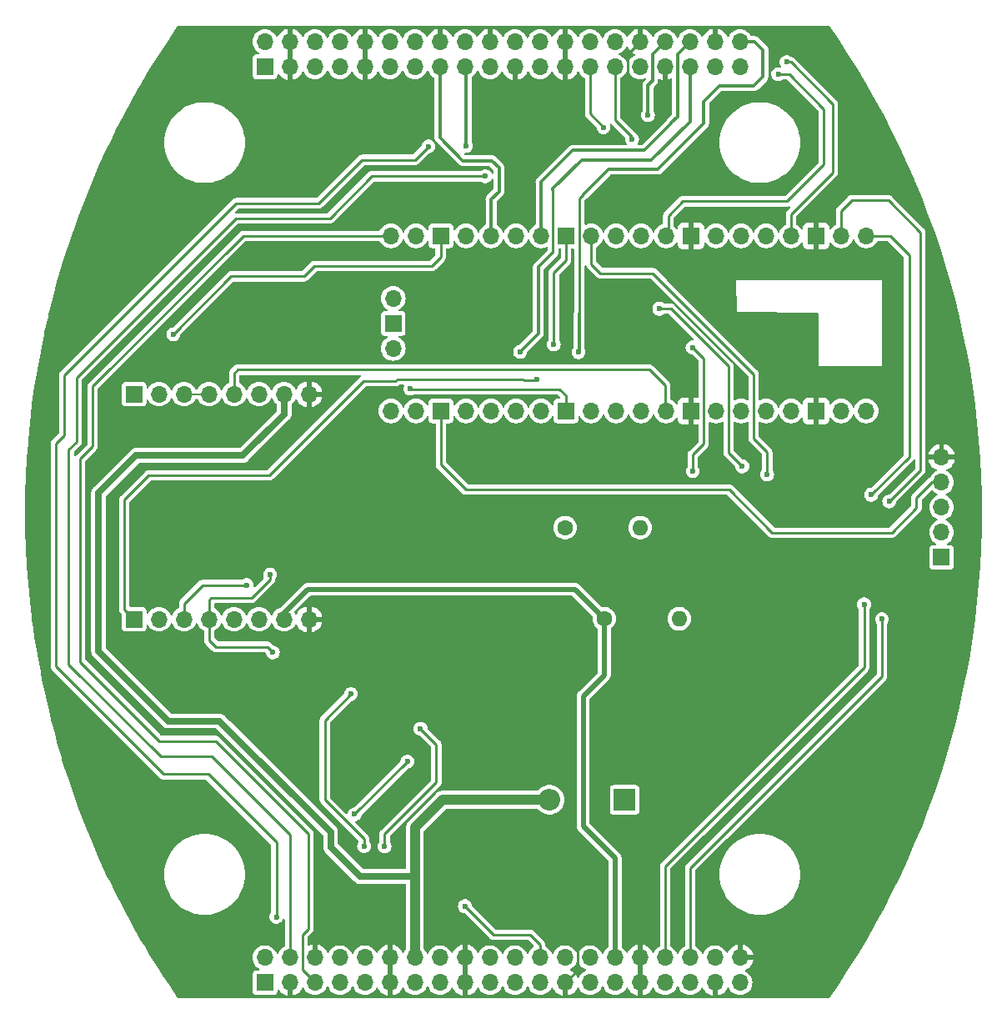
<source format=gbr>
%TF.GenerationSoftware,KiCad,Pcbnew,7.0.1*%
%TF.CreationDate,2023-09-04T23:27:21+05:00*%
%TF.ProjectId,smartcar_control_v1,736d6172-7463-4617-925f-636f6e74726f,rev?*%
%TF.SameCoordinates,Original*%
%TF.FileFunction,Copper,L2,Bot*%
%TF.FilePolarity,Positive*%
%FSLAX46Y46*%
G04 Gerber Fmt 4.6, Leading zero omitted, Abs format (unit mm)*
G04 Created by KiCad (PCBNEW 7.0.1) date 2023-09-04 23:27:21*
%MOMM*%
%LPD*%
G01*
G04 APERTURE LIST*
%TA.AperFunction,ComponentPad*%
%ADD10R,1.700000X1.700000*%
%TD*%
%TA.AperFunction,ComponentPad*%
%ADD11O,1.700000X1.700000*%
%TD*%
%TA.AperFunction,ComponentPad*%
%ADD12C,1.600000*%
%TD*%
%TA.AperFunction,ComponentPad*%
%ADD13O,1.600000X1.600000*%
%TD*%
%TA.AperFunction,ComponentPad*%
%ADD14R,2.200000X2.200000*%
%TD*%
%TA.AperFunction,ComponentPad*%
%ADD15O,2.200000X2.200000*%
%TD*%
%TA.AperFunction,ViaPad*%
%ADD16C,0.600000*%
%TD*%
%TA.AperFunction,Conductor*%
%ADD17C,0.250000*%
%TD*%
%TA.AperFunction,Conductor*%
%ADD18C,0.300000*%
%TD*%
%TA.AperFunction,Conductor*%
%ADD19C,1.000000*%
%TD*%
%TA.AperFunction,Conductor*%
%ADD20C,0.700000*%
%TD*%
%TA.AperFunction,Conductor*%
%ADD21C,0.500000*%
%TD*%
%TA.AperFunction,Conductor*%
%ADD22C,0.200000*%
%TD*%
G04 APERTURE END LIST*
D10*
%TO.P,J6,1,Pin_1*%
%TO.N,SCL*%
X104800000Y-45500000D03*
D11*
%TO.P,J6,2,Pin_2*%
%TO.N,SDA*%
X104800000Y-42960000D03*
%TO.P,J6,3,Pin_3*%
%TO.N,GND*%
X107340000Y-45500000D03*
%TO.P,J6,4,Pin_4*%
X107340000Y-42960000D03*
%TO.P,J6,5,Pin_5*%
%TO.N,3v3*%
X109880000Y-45500000D03*
%TO.P,J6,6,Pin_6*%
X109880000Y-42960000D03*
%TO.P,J6,7,Pin_7*%
X112420000Y-45500000D03*
%TO.P,J6,8,Pin_8*%
X112420000Y-42960000D03*
%TO.P,J6,9,Pin_9*%
%TO.N,GND*%
X114960000Y-45500000D03*
%TO.P,J6,10,Pin_10*%
X114960000Y-42960000D03*
%TO.P,J6,11,Pin_11*%
%TO.N,unconnected-(J6-Pin_11-Pad11)*%
X117500000Y-45500000D03*
%TO.P,J6,12,Pin_12*%
%TO.N,unconnected-(J6-Pin_12-Pad12)*%
X117500000Y-42960000D03*
%TO.P,J6,13,Pin_13*%
%TO.N,unconnected-(J6-Pin_13-Pad13)*%
X120040000Y-45500000D03*
%TO.P,J6,14,Pin_14*%
%TO.N,unconnected-(J6-Pin_14-Pad14)*%
X120040000Y-42960000D03*
%TO.P,J6,15,Pin_15*%
%TO.N,/yellow_2*%
X122580000Y-45500000D03*
%TO.P,J6,16,Pin_16*%
%TO.N,GND*%
X122580000Y-42960000D03*
%TO.P,J6,17,Pin_17*%
%TO.N,/Green_2*%
X125120000Y-45500000D03*
%TO.P,J6,18,Pin_18*%
%TO.N,unconnected-(J6-Pin_18-Pad18)*%
X125120000Y-42960000D03*
%TO.P,J6,19,Pin_19*%
%TO.N,3v3*%
X127660000Y-45500000D03*
%TO.P,J6,20,Pin_20*%
%TO.N,GND*%
X127660000Y-42960000D03*
%TO.P,J6,21,Pin_21*%
X130200000Y-45500000D03*
%TO.P,J6,22,Pin_22*%
%TO.N,unconnected-(J6-Pin_22-Pad22)*%
X130200000Y-42960000D03*
%TO.P,J6,23,Pin_23*%
%TO.N,unconnected-(J6-Pin_23-Pad23)*%
X132740000Y-45500000D03*
%TO.P,J6,24,Pin_24*%
%TO.N,unconnected-(J6-Pin_24-Pad24)*%
X132740000Y-42960000D03*
%TO.P,J6,25,Pin_25*%
%TO.N,GND*%
X135280000Y-45500000D03*
%TO.P,J6,26,Pin_26*%
X135280000Y-42960000D03*
%TO.P,J6,27,Pin_27*%
%TO.N,/yellow_1*%
X137820000Y-45500000D03*
%TO.P,J6,28,Pin_28*%
%TO.N,unconnected-(J6-Pin_28-Pad28)*%
X137820000Y-42960000D03*
%TO.P,J6,29,Pin_29*%
%TO.N,/Green_1*%
X140360000Y-45500000D03*
%TO.P,J6,30,Pin_30*%
%TO.N,STBY_1*%
X140360000Y-42960000D03*
%TO.P,J6,31,Pin_31*%
%TO.N,3v3*%
X142900000Y-45500000D03*
%TO.P,J6,32,Pin_32*%
%TO.N,GND*%
X142900000Y-42960000D03*
%TO.P,J6,33,Pin_33*%
X145440000Y-45500000D03*
%TO.P,J6,34,Pin_34*%
%TO.N,BIN1_1*%
X145440000Y-42960000D03*
%TO.P,J6,35,Pin_35*%
%TO.N,PWMA_1*%
X147980000Y-45500000D03*
%TO.P,J6,36,Pin_36*%
%TO.N,BIN2_1*%
X147980000Y-42960000D03*
%TO.P,J6,37,Pin_37*%
%TO.N,AIN2_1*%
X150520000Y-45500000D03*
%TO.P,J6,38,Pin_38*%
%TO.N,GND*%
X150520000Y-42960000D03*
%TO.P,J6,39,Pin_39*%
%TO.N,AIN1_1*%
X153060000Y-45500000D03*
%TO.P,J6,40,Pin_40*%
%TO.N,PWMB_1*%
X153060000Y-42960000D03*
%TD*%
D10*
%TO.P,J7,1,Pin_1*%
%TO.N,unconnected-(J7-Pin_1-Pad1)*%
X104800000Y-138500000D03*
D11*
%TO.P,J7,2,Pin_2*%
%TO.N,PWMB_2*%
X104800000Y-135960000D03*
%TO.P,J7,3,Pin_3*%
%TO.N,GND*%
X107340000Y-138500000D03*
%TO.P,J7,4,Pin_4*%
%TO.N,BIN2_2*%
X107340000Y-135960000D03*
%TO.P,J7,5,Pin_5*%
%TO.N,BIN1_2*%
X109880000Y-138500000D03*
%TO.P,J7,6,Pin_6*%
%TO.N,GND*%
X109880000Y-135960000D03*
%TO.P,J7,7,Pin_7*%
%TO.N,STBY_2*%
X112420000Y-138500000D03*
%TO.P,J7,8,Pin_8*%
%TO.N,AIN1_2*%
X112420000Y-135960000D03*
%TO.P,J7,9,Pin_9*%
%TO.N,AIN2_2*%
X114960000Y-138500000D03*
%TO.P,J7,10,Pin_10*%
%TO.N,PWMA_2*%
X114960000Y-135960000D03*
%TO.P,J7,11,Pin_11*%
%TO.N,GND*%
X117500000Y-138500000D03*
%TO.P,J7,12,Pin_12*%
X117500000Y-135960000D03*
%TO.P,J7,13,Pin_13*%
%TO.N,+5V*%
X120040000Y-138500000D03*
%TO.P,J7,14,Pin_14*%
X120040000Y-135960000D03*
%TO.P,J7,15,Pin_15*%
X122580000Y-138500000D03*
%TO.P,J7,16,Pin_16*%
X122580000Y-135960000D03*
%TO.P,J7,17,Pin_17*%
%TO.N,GND*%
X125120000Y-138500000D03*
%TO.P,J7,18,Pin_18*%
X125120000Y-135960000D03*
%TO.P,J7,19,Pin_19*%
%TO.N,SPI_MISO*%
X127660000Y-138500000D03*
%TO.P,J7,20,Pin_20*%
%TO.N,SPI_MOSI*%
X127660000Y-135960000D03*
%TO.P,J7,21,Pin_21*%
%TO.N,unconnected-(J7-Pin_21-Pad21)*%
X130200000Y-138500000D03*
%TO.P,J7,22,Pin_22*%
%TO.N,SPI_SCK*%
X130200000Y-135960000D03*
%TO.P,J7,23,Pin_23*%
%TO.N,unconnected-(J7-Pin_23-Pad23)*%
X132740000Y-138500000D03*
%TO.P,J7,24,Pin_24*%
%TO.N,SPI_CS*%
X132740000Y-135960000D03*
%TO.P,J7,25,Pin_25*%
%TO.N,GND*%
X135280000Y-138500000D03*
%TO.P,J7,26,Pin_26*%
%TO.N,/yellow_4*%
X135280000Y-135960000D03*
%TO.P,J7,27,Pin_27*%
%TO.N,unconnected-(J7-Pin_27-Pad27)*%
X137820000Y-138500000D03*
%TO.P,J7,28,Pin_28*%
%TO.N,/Green_4*%
X137820000Y-135960000D03*
%TO.P,J7,29,Pin_29*%
%TO.N,unconnected-(J7-Pin_29-Pad29)*%
X140360000Y-138500000D03*
%TO.P,J7,30,Pin_30*%
%TO.N,3v3*%
X140360000Y-135960000D03*
%TO.P,J7,31,Pin_31*%
%TO.N,GND*%
X142900000Y-138500000D03*
%TO.P,J7,32,Pin_32*%
X142900000Y-135960000D03*
%TO.P,J7,33,Pin_33*%
%TO.N,unconnected-(J7-Pin_33-Pad33)*%
X145440000Y-138500000D03*
%TO.P,J7,34,Pin_34*%
%TO.N,/yellow_3*%
X145440000Y-135960000D03*
%TO.P,J7,35,Pin_35*%
%TO.N,unconnected-(J7-Pin_35-Pad35)*%
X147980000Y-138500000D03*
%TO.P,J7,36,Pin_36*%
%TO.N,/Green_3*%
X147980000Y-135960000D03*
%TO.P,J7,37,Pin_37*%
%TO.N,GND*%
X150520000Y-138500000D03*
%TO.P,J7,38,Pin_38*%
%TO.N,3v3*%
X150520000Y-135960000D03*
%TO.P,J7,39,Pin_39*%
%TO.N,unconnected-(J7-Pin_39-Pad39)*%
X153060000Y-138500000D03*
%TO.P,J7,40,Pin_40*%
%TO.N,GND*%
X153060000Y-135960000D03*
%TD*%
%TO.P,U3,1,GPIO0*%
%TO.N,/yellow_3*%
X165860000Y-62680000D03*
%TO.P,U3,2,GPIO1*%
%TO.N,/Green_3*%
X163320000Y-62680000D03*
D10*
%TO.P,U3,3,GND*%
%TO.N,GND*%
X160780000Y-62680000D03*
D11*
%TO.P,U3,4,GPIO2*%
%TO.N,AIN2_1*%
X158240000Y-62680000D03*
%TO.P,U3,5,GPIO3*%
%TO.N,AIN2_2*%
X155700000Y-62680000D03*
%TO.P,U3,6,GPIO4*%
%TO.N,/yellow_1*%
X153160000Y-62680000D03*
%TO.P,U3,7,GPIO5*%
%TO.N,/Green_1*%
X150620000Y-62680000D03*
D10*
%TO.P,U3,8,GND*%
%TO.N,GND*%
X148080000Y-62680000D03*
D11*
%TO.P,U3,9,GPIO6*%
%TO.N,AIN1_1*%
X145540000Y-62680000D03*
%TO.P,U3,10,GPIO7*%
%TO.N,AIN1_2*%
X143000000Y-62680000D03*
%TO.P,U3,11,GPIO8*%
%TO.N,/yellow_4*%
X140460000Y-62680000D03*
%TO.P,U3,12,GPIO9*%
%TO.N,/Green_4*%
X137920000Y-62680000D03*
D10*
%TO.P,U3,13,GND*%
%TO.N,AN*%
X135380000Y-62680000D03*
D11*
%TO.P,U3,14,GPIO10*%
%TO.N,BIN2_1*%
X132840000Y-62680000D03*
%TO.P,U3,15,GPIO11*%
%TO.N,BIN2_2*%
X130300000Y-62680000D03*
%TO.P,U3,16,GPIO12*%
%TO.N,/yellow_2*%
X127760000Y-62680000D03*
%TO.P,U3,17,GPIO13*%
%TO.N,/Green_2*%
X125220000Y-62680000D03*
D10*
%TO.P,U3,18,GND*%
%TO.N,RST*%
X122680000Y-62680000D03*
D11*
%TO.P,U3,19,GPIO14*%
%TO.N,BIN1_1*%
X120140000Y-62680000D03*
%TO.P,U3,20,GPIO15*%
%TO.N,BIN1_2*%
X117600000Y-62680000D03*
%TO.P,U3,21,GPIO16*%
%TO.N,SPI_MISO*%
X117600000Y-80460000D03*
%TO.P,U3,22,GPIO17*%
%TO.N,SPI_CS*%
X120140000Y-80460000D03*
D10*
%TO.P,U3,23,GND*%
%TO.N,INT*%
X122680000Y-80460000D03*
D11*
%TO.P,U3,24,GPIO18*%
%TO.N,SPI_SCK*%
X125220000Y-80460000D03*
%TO.P,U3,25,GPIO19*%
%TO.N,SPI_MOSI*%
X127760000Y-80460000D03*
%TO.P,U3,26,GPIO20*%
%TO.N,PWMA_1*%
X130300000Y-80460000D03*
%TO.P,U3,27,GPIO21*%
%TO.N,PWMB_1*%
X132840000Y-80460000D03*
D10*
%TO.P,U3,28,GND*%
%TO.N,PWM_MIKRO_1*%
X135380000Y-80460000D03*
D11*
%TO.P,U3,29,GPIO22*%
%TO.N,PWMA_2*%
X137920000Y-80460000D03*
%TO.P,U3,30,RUN*%
%TO.N,unconnected-(U3-RUN-Pad30)*%
X140460000Y-80460000D03*
%TO.P,U3,31,GPIO26_ADC0*%
%TO.N,SDA*%
X143000000Y-80460000D03*
%TO.P,U3,32,GPIO27_ADC1*%
%TO.N,SCL*%
X145540000Y-80460000D03*
D10*
%TO.P,U3,33,AGND*%
%TO.N,GND*%
X148080000Y-80460000D03*
D11*
%TO.P,U3,34,GPIO28_ADC2*%
%TO.N,PWMB_2*%
X150620000Y-80460000D03*
%TO.P,U3,35,ADC_VREF*%
%TO.N,unconnected-(U3-ADC_VREF-Pad35)*%
X153160000Y-80460000D03*
%TO.P,U3,36,3V3*%
%TO.N,unconnected-(U3-3V3-Pad36)*%
X155700000Y-80460000D03*
%TO.P,U3,37,3V3_EN*%
%TO.N,unconnected-(U3-3V3_EN-Pad37)*%
X158240000Y-80460000D03*
D10*
%TO.P,U3,38,GND*%
%TO.N,GND*%
X160780000Y-80460000D03*
D11*
%TO.P,U3,39,VSYS*%
%TO.N,Net-(D1-K)*%
X163320000Y-80460000D03*
%TO.P,U3,40,VBUS*%
%TO.N,unconnected-(U3-VBUS-Pad40)*%
X165860000Y-80460000D03*
%TO.P,U3,41,SWCLK*%
%TO.N,unconnected-(U3-SWCLK-Pad41)*%
X117830000Y-69030000D03*
D10*
%TO.P,U3,42,GND*%
%TO.N,unconnected-(U3-GND-Pad42)*%
X117830000Y-71570000D03*
D11*
%TO.P,U3,43,SWDIO*%
%TO.N,unconnected-(U3-SWDIO-Pad43)*%
X117830000Y-74110000D03*
%TD*%
D10*
%TO.P,J1,1,Pin_1*%
%TO.N,3v3*%
X173520000Y-95310000D03*
D11*
%TO.P,J1,2,Pin_2*%
%TO.N,SDA*%
X173520000Y-92770000D03*
%TO.P,J1,3,Pin_3*%
%TO.N,SCL*%
X173520000Y-90230000D03*
%TO.P,J1,4,Pin_4*%
%TO.N,INT*%
X173520000Y-87690000D03*
%TO.P,J1,5,Pin_5*%
%TO.N,GND*%
X173520000Y-85150000D03*
%TD*%
D12*
%TO.P,R1,1*%
%TO.N,3v3*%
X139260000Y-101550000D03*
D13*
%TO.P,R1,2*%
%TO.N,SCL*%
X146880000Y-101550000D03*
%TD*%
D12*
%TO.P,R2,1*%
%TO.N,3v3*%
X135290000Y-92300000D03*
D13*
%TO.P,R2,2*%
%TO.N,SDA*%
X142910000Y-92300000D03*
%TD*%
D10*
%TO.P,U1,1,AN*%
%TO.N,AN*%
X91500000Y-101600000D03*
D11*
%TO.P,U1,2,RST*%
%TO.N,RST*%
X94040000Y-101600000D03*
%TO.P,U1,3,CS*%
%TO.N,SPI_CS*%
X96580000Y-101600000D03*
%TO.P,U1,4,SCK*%
%TO.N,SPI_SCK*%
X99120000Y-101600000D03*
%TO.P,U1,5,MISO*%
%TO.N,SPI_MISO*%
X101660000Y-101600000D03*
%TO.P,U1,6,MOSI*%
%TO.N,SPI_MOSI*%
X104200000Y-101600000D03*
%TO.P,U1,7,+3v3*%
%TO.N,3v3*%
X106740000Y-101600000D03*
%TO.P,U1,8,GND*%
%TO.N,GND*%
X109280000Y-101600000D03*
%TO.P,U1,9,GND*%
X109280000Y-78740000D03*
%TO.P,U1,10,+5V*%
%TO.N,+5V*%
X106740000Y-78740000D03*
%TO.P,U1,11,SDA*%
%TO.N,SDA*%
X104200000Y-78740000D03*
%TO.P,U1,12,SCL*%
%TO.N,SCL*%
X101660000Y-78740000D03*
%TO.P,U1,13,Tx*%
%TO.N,NC*%
X99120000Y-78740000D03*
%TO.P,U1,14,Rx*%
X96580000Y-78740000D03*
%TO.P,U1,15,INT*%
%TO.N,INT*%
X94040000Y-78740000D03*
D10*
%TO.P,U1,16,PWM*%
%TO.N,PWM_MIKRO_1*%
X91500000Y-78740000D03*
%TD*%
D14*
%TO.P,D1,1,K*%
%TO.N,Net-(D1-K)*%
X141330000Y-119930000D03*
D15*
%TO.P,D1,2,A*%
%TO.N,+5V*%
X133710000Y-119930000D03*
%TD*%
D16*
%TO.N,GND*%
X113290000Y-61200000D03*
X92410000Y-94070000D03*
X145310000Y-47600000D03*
X129940000Y-123310000D03*
X126490000Y-73860000D03*
X116210000Y-47810000D03*
X129270000Y-114610000D03*
X95430000Y-94270000D03*
X166280000Y-50820000D03*
X98510000Y-45750000D03*
X158880000Y-86780000D03*
X172940000Y-75930000D03*
X109770000Y-49430000D03*
X128890000Y-123300000D03*
X136530000Y-133200000D03*
X127840000Y-73890000D03*
X109850000Y-50630000D03*
X120760000Y-47520000D03*
X129720000Y-113670000D03*
X165380000Y-49750000D03*
X165410000Y-86650000D03*
X128560000Y-113670000D03*
X95460000Y-92890000D03*
X92460000Y-92720000D03*
X159240000Y-95790000D03*
X144590000Y-124350000D03*
X130250000Y-47540000D03*
X129460000Y-124260000D03*
X172960000Y-76980000D03*
X113960000Y-60530000D03*
X158230000Y-85940000D03*
X143130000Y-124360000D03*
X159170000Y-97220000D03*
X141450000Y-47650000D03*
X99910000Y-45870000D03*
%TO.N,/Green_2*%
X125220000Y-53550000D03*
%TO.N,/yellow_1*%
X139190000Y-51650000D03*
%TO.N,/Green_1*%
X142085000Y-52845000D03*
%TO.N,BIN1_1*%
X143710000Y-50400000D03*
%TO.N,PWMA_1*%
X130710000Y-74440000D03*
%TO.N,AIN2_1*%
X157780000Y-45030000D03*
%TO.N,AIN1_1*%
X156930000Y-46270000D03*
%TO.N,PWMB_1*%
X136650000Y-74480000D03*
%TO.N,PWMB_2*%
X119265000Y-116055000D03*
X113915000Y-121405000D03*
%TO.N,BIN2_2*%
X127190000Y-56620000D03*
%TO.N,AIN1_2*%
X121390000Y-53590000D03*
X105960000Y-131830000D03*
%TO.N,AIN2_2*%
X148250000Y-86560000D03*
X116950000Y-124670000D03*
X148230000Y-74000000D03*
X120600000Y-112730000D03*
%TO.N,PWMA_2*%
X114870000Y-124640000D03*
X113530000Y-109200000D03*
%TO.N,/yellow_4*%
X153280000Y-86080000D03*
X144850000Y-70080000D03*
%TO.N,/Green_4*%
X155810000Y-86880000D03*
%TO.N,/yellow_3*%
X166380000Y-88960000D03*
X165650000Y-100090000D03*
%TO.N,/Green_3*%
X168210000Y-89640000D03*
X167460000Y-101590000D03*
%TO.N,SPI_SCK*%
X105610000Y-104970000D03*
X105320000Y-97070000D03*
%TO.N,SPI_CS*%
X125110000Y-130740000D03*
X102960000Y-98140000D03*
%TO.N,AN*%
X134140000Y-73700000D03*
X132410000Y-77280000D03*
%TO.N,RST*%
X95490000Y-72670000D03*
%TO.N,PWM_MIKRO_1*%
X119550000Y-78200000D03*
%TD*%
D17*
%TO.N,GND*%
X145440000Y-45500000D02*
X145440000Y-47470000D01*
X141630000Y-47470000D02*
X141450000Y-47650000D01*
X136570000Y-133160000D02*
X136530000Y-133200000D01*
X141630000Y-44230000D02*
X141630000Y-47470000D01*
X142900000Y-42960000D02*
X141630000Y-44230000D01*
X135280000Y-138500000D02*
X136530000Y-137250000D01*
X136530000Y-137250000D02*
X136530000Y-133200000D01*
X145440000Y-47470000D02*
X145310000Y-47600000D01*
%TO.N,SCL*%
X145420000Y-80340000D02*
X145540000Y-80460000D01*
X145420000Y-77860000D02*
X145420000Y-80340000D01*
X101660000Y-78740000D02*
X101660000Y-76650000D01*
X143830000Y-76270000D02*
X145420000Y-77860000D01*
X101660000Y-76650000D02*
X102040000Y-76270000D01*
X102040000Y-76270000D02*
X143830000Y-76270000D01*
D18*
%TO.N,/yellow_2*%
X128570000Y-58170000D02*
X127760000Y-58980000D01*
X128570000Y-55770000D02*
X128570000Y-58170000D01*
X124910000Y-55030000D02*
X127830000Y-55030000D01*
X127760000Y-58980000D02*
X127760000Y-62680000D01*
X122580000Y-45500000D02*
X122580000Y-52700000D01*
X122580000Y-52700000D02*
X124910000Y-55030000D01*
X127830000Y-55030000D02*
X128570000Y-55770000D01*
%TO.N,/Green_2*%
X125230000Y-53540000D02*
X125230000Y-45610000D01*
X125230000Y-45610000D02*
X125120000Y-45500000D01*
X125220000Y-53550000D02*
X125230000Y-53540000D01*
D17*
%TO.N,/yellow_1*%
X137820000Y-45500000D02*
X137820000Y-50280000D01*
X137820000Y-50280000D02*
X139190000Y-51650000D01*
%TO.N,/Green_1*%
X140360000Y-50920000D02*
X140360000Y-45500000D01*
X142085000Y-52845000D02*
X142085000Y-52645000D01*
X142085000Y-52645000D02*
X140360000Y-50920000D01*
D18*
%TO.N,BIN1_1*%
X144180000Y-44220000D02*
X145440000Y-42960000D01*
X144180000Y-46920000D02*
X144180000Y-44220000D01*
X143710000Y-47390000D02*
X144180000Y-46920000D01*
X143710000Y-50400000D02*
X143710000Y-47390000D01*
%TO.N,PWMA_1*%
X134060000Y-57890000D02*
X134060000Y-58040000D01*
X132570000Y-72580000D02*
X130710000Y-74440000D01*
D17*
X134060000Y-58040000D02*
X134060000Y-64360000D01*
D18*
X147980000Y-51050000D02*
X144050000Y-54980000D01*
X144050000Y-54980000D02*
X136970000Y-54980000D01*
X134060000Y-64360000D02*
X132570000Y-65850000D01*
X147980000Y-45500000D02*
X147980000Y-51050000D01*
X136970000Y-54980000D02*
X134060000Y-57890000D01*
X132570000Y-65850000D02*
X132570000Y-72580000D01*
%TO.N,BIN2_1*%
X146720000Y-44220000D02*
X147980000Y-42960000D01*
X132840000Y-57210000D02*
X136050000Y-54000000D01*
X146090000Y-51220000D02*
X146090000Y-51200000D01*
X136050000Y-54000000D02*
X143310000Y-54000000D01*
X143310000Y-54000000D02*
X146090000Y-51220000D01*
X132840000Y-62680000D02*
X132840000Y-57210000D01*
X146720000Y-50570000D02*
X146720000Y-44220000D01*
X146090000Y-51200000D02*
X146720000Y-50570000D01*
D17*
%TO.N,AIN2_1*%
X158240000Y-62680000D02*
X158240000Y-60460000D01*
X158240000Y-60460000D02*
X162480000Y-56220000D01*
X158210000Y-45030000D02*
X157780000Y-45030000D01*
X162480000Y-56220000D02*
X162480000Y-49300000D01*
X162480000Y-49300000D02*
X158210000Y-45030000D01*
%TO.N,AIN1_1*%
X158030000Y-46270000D02*
X161560000Y-49800000D01*
X145760000Y-60660000D02*
X145760000Y-62460000D01*
X147250000Y-59170000D02*
X145760000Y-60660000D01*
X157830000Y-59170000D02*
X147250000Y-59170000D01*
X161560000Y-49800000D02*
X161560000Y-55440000D01*
X145760000Y-62460000D02*
X145540000Y-62680000D01*
X161560000Y-55440000D02*
X157830000Y-59170000D01*
X156930000Y-46270000D02*
X158030000Y-46270000D01*
%TO.N,PWMB_1*%
X136720000Y-58840000D02*
X137120000Y-58440000D01*
D18*
X155370000Y-46510000D02*
X155370000Y-43780000D01*
X136720000Y-74410000D02*
X136720000Y-70560000D01*
X139660000Y-55900000D02*
X144710000Y-55900000D01*
X136650000Y-74480000D02*
X136720000Y-74410000D01*
D17*
X136720000Y-70560000D02*
X136720000Y-58840000D01*
D18*
X137120000Y-58440000D02*
X139660000Y-55900000D01*
X144710000Y-55900000D02*
X149350000Y-51260000D01*
X149350000Y-49030000D02*
X150970000Y-47410000D01*
X154470000Y-47410000D02*
X155370000Y-46510000D01*
X149350000Y-51260000D02*
X149350000Y-49030000D01*
X155370000Y-43780000D02*
X154550000Y-42960000D01*
X154550000Y-42960000D02*
X153060000Y-42960000D01*
X150970000Y-47410000D02*
X154470000Y-47410000D01*
D17*
%TO.N,PWMB_2*%
X119265000Y-116055000D02*
X113915000Y-121405000D01*
%TO.N,BIN2_2*%
X127180000Y-56630000D02*
X115640000Y-56630000D01*
X101840000Y-60890000D02*
X85670000Y-77060000D01*
X111380000Y-60890000D02*
X101840000Y-60890000D01*
X94210000Y-115530000D02*
X99430000Y-115530000D01*
X85670000Y-77060000D02*
X85670000Y-83580000D01*
X107340000Y-123440000D02*
X107340000Y-135960000D01*
X127190000Y-56620000D02*
X127180000Y-56630000D01*
X99430000Y-115530000D02*
X107340000Y-123440000D01*
X115640000Y-56630000D02*
X111380000Y-60890000D01*
X84860000Y-84390000D02*
X84860000Y-106180000D01*
X84860000Y-106180000D02*
X94210000Y-115530000D01*
X85670000Y-83580000D02*
X84860000Y-84390000D01*
%TO.N,BIN1_2*%
X87300000Y-84030000D02*
X86030000Y-85300000D01*
X109220000Y-123380000D02*
X109220000Y-133020000D01*
X86030000Y-85300000D02*
X86030000Y-105920000D01*
X109880000Y-138440000D02*
X109880000Y-138500000D01*
X108600000Y-137160000D02*
X109880000Y-138440000D01*
X94080000Y-113970000D02*
X99810000Y-113970000D01*
X108600000Y-133640000D02*
X108600000Y-137160000D01*
X86030000Y-105920000D02*
X94080000Y-113970000D01*
X117600000Y-62680000D02*
X102590000Y-62680000D01*
X87300000Y-77970000D02*
X87300000Y-84030000D01*
X99810000Y-113970000D02*
X109220000Y-123380000D01*
X102590000Y-62680000D02*
X87300000Y-77970000D01*
X109220000Y-133020000D02*
X108600000Y-133640000D01*
%TO.N,AIN1_2*%
X114660000Y-54960000D02*
X110260000Y-59360000D01*
X83590000Y-106420000D02*
X94510000Y-117340000D01*
X83590000Y-83730000D02*
X83590000Y-106420000D01*
X101880000Y-59360000D02*
X84410000Y-76830000D01*
X94510000Y-117340000D02*
X99020000Y-117340000D01*
X84410000Y-76830000D02*
X84410000Y-82910000D01*
X84410000Y-82910000D02*
X83590000Y-83730000D01*
X99020000Y-117340000D02*
X105960000Y-124280000D01*
X105960000Y-124280000D02*
X105960000Y-131830000D01*
X120020000Y-54960000D02*
X114660000Y-54960000D01*
X121390000Y-53590000D02*
X120020000Y-54960000D01*
X110260000Y-59360000D02*
X101880000Y-59360000D01*
%TO.N,AIN2_2*%
X122210000Y-118140000D02*
X116950000Y-123400000D01*
X148250000Y-84880000D02*
X149370000Y-83760000D01*
X122210000Y-114340000D02*
X122210000Y-118140000D01*
X149370000Y-75140000D02*
X148230000Y-74000000D01*
X148250000Y-86560000D02*
X148250000Y-84880000D01*
X120600000Y-112730000D02*
X122210000Y-114340000D01*
X116950000Y-123400000D02*
X116950000Y-124670000D01*
X149370000Y-83760000D02*
X149370000Y-75140000D01*
%TO.N,PWMA_2*%
X114870000Y-124640000D02*
X114870000Y-123900000D01*
X114870000Y-123900000D02*
X110880000Y-119910000D01*
X110880000Y-111850000D02*
X113530000Y-109200000D01*
X110880000Y-119910000D02*
X110880000Y-111850000D01*
D19*
%TO.N,+5V*%
X120040000Y-135960000D02*
X120040000Y-131460000D01*
D20*
X120040000Y-126200000D02*
X120040000Y-131260000D01*
X120040000Y-127650000D02*
X120040000Y-126200000D01*
D19*
X120040000Y-122720000D02*
X122830000Y-119930000D01*
X120040000Y-131260000D02*
X120040000Y-126200000D01*
D20*
X119960000Y-127730000D02*
X120040000Y-127650000D01*
X94980000Y-111930000D02*
X100190000Y-111930000D01*
D19*
X120040000Y-135960000D02*
X120040000Y-131460000D01*
D20*
X111470000Y-124720000D02*
X114480000Y-127730000D01*
D19*
X120040000Y-131460000D02*
X120040000Y-131260000D01*
D20*
X106740000Y-80780000D02*
X102550000Y-84970000D01*
X91720000Y-84970000D02*
X87910000Y-88780000D01*
X100190000Y-111930000D02*
X111470000Y-123210000D01*
D19*
X122830000Y-119930000D02*
X133710000Y-119930000D01*
D20*
X106740000Y-78740000D02*
X106740000Y-80780000D01*
D19*
X120040000Y-126200000D02*
X120040000Y-122720000D01*
D20*
X87910000Y-88780000D02*
X87910000Y-104860000D01*
X114480000Y-127730000D02*
X119960000Y-127730000D01*
X102550000Y-84970000D02*
X91720000Y-84970000D01*
X87910000Y-104860000D02*
X94980000Y-111930000D01*
X111470000Y-123210000D02*
X111470000Y-124720000D01*
D17*
%TO.N,/yellow_4*%
X146030000Y-70080000D02*
X151890000Y-75940000D01*
X151890000Y-84690000D02*
X153280000Y-86080000D01*
X151890000Y-75940000D02*
X151890000Y-84690000D01*
X144850000Y-70080000D02*
X146030000Y-70080000D01*
%TO.N,/Green_4*%
X154440000Y-83270000D02*
X154440000Y-76720000D01*
X154440000Y-76720000D02*
X144190000Y-66470000D01*
X144190000Y-66470000D02*
X138870000Y-66470000D01*
X138870000Y-66470000D02*
X137930000Y-65530000D01*
X137930000Y-62690000D02*
X137920000Y-62680000D01*
X137930000Y-65530000D02*
X137930000Y-62690000D01*
X155810000Y-84640000D02*
X154440000Y-83270000D01*
X155810000Y-86880000D02*
X155810000Y-84640000D01*
%TO.N,/yellow_3*%
X165650000Y-106500000D02*
X145440000Y-126710000D01*
X166380000Y-88960000D02*
X170230000Y-85110000D01*
X168290000Y-62680000D02*
X165860000Y-62680000D01*
X145440000Y-126710000D02*
X145440000Y-135960000D01*
X165650000Y-100090000D02*
X165650000Y-106500000D01*
X170230000Y-64620000D02*
X168290000Y-62680000D01*
X170230000Y-85110000D02*
X170230000Y-64620000D01*
%TO.N,/Green_3*%
X163320000Y-60120000D02*
X163320000Y-62680000D01*
X168110000Y-59060000D02*
X164380000Y-59060000D01*
X167460000Y-101590000D02*
X167460000Y-107410000D01*
X147980000Y-126890000D02*
X147980000Y-135960000D01*
X171370000Y-86480000D02*
X171370000Y-62320000D01*
X168210000Y-89640000D02*
X171370000Y-86480000D01*
X167460000Y-107410000D02*
X147980000Y-126890000D01*
X171370000Y-62320000D02*
X168110000Y-59060000D01*
X164380000Y-59060000D02*
X163320000Y-60120000D01*
D21*
%TO.N,3v3*%
X137120000Y-122600000D02*
X137120000Y-109410000D01*
X106740000Y-101600000D02*
X106740000Y-100960000D01*
X140360000Y-125840000D02*
X137120000Y-122600000D01*
X139260000Y-107270000D02*
X139260000Y-101550000D01*
X140360000Y-135960000D02*
X140360000Y-125840000D01*
X109130000Y-98570000D02*
X136280000Y-98570000D01*
X106740000Y-100960000D02*
X109130000Y-98570000D01*
X137120000Y-109410000D02*
X139260000Y-107270000D01*
X136280000Y-98570000D02*
X139260000Y-101550000D01*
D17*
%TO.N,INT*%
X172550000Y-87690000D02*
X173520000Y-87690000D01*
X170980000Y-90280000D02*
X170980000Y-89260000D01*
X122680000Y-85930000D02*
X125190000Y-88440000D01*
X122680000Y-80460000D02*
X122680000Y-85930000D01*
X168450000Y-92810000D02*
X170980000Y-90280000D01*
X125190000Y-88440000D02*
X151960000Y-88440000D01*
X156330000Y-92810000D02*
X168450000Y-92810000D01*
X170980000Y-89260000D02*
X172550000Y-87690000D01*
X151960000Y-88440000D02*
X156330000Y-92810000D01*
%TO.N,SPI_SCK*%
X99120000Y-99680000D02*
X99350000Y-99450000D01*
X103420000Y-99450000D02*
X105320000Y-97550000D01*
X99810000Y-104400000D02*
X99140000Y-103730000D01*
X99120000Y-101600000D02*
X99120000Y-99680000D01*
X99140000Y-101620000D02*
X99120000Y-101600000D01*
X105320000Y-97550000D02*
X105320000Y-97070000D01*
X105040000Y-104400000D02*
X99810000Y-104400000D01*
X99140000Y-103730000D02*
X99140000Y-101620000D01*
X105610000Y-104970000D02*
X105040000Y-104400000D01*
X99350000Y-99450000D02*
X103420000Y-99450000D01*
%TO.N,SPI_CS*%
X128000000Y-133630000D02*
X131730000Y-133630000D01*
X102960000Y-98140000D02*
X98440000Y-98140000D01*
X132740000Y-134640000D02*
X132740000Y-135960000D01*
X131730000Y-133630000D02*
X132740000Y-134640000D01*
X125110000Y-130740000D02*
X128000000Y-133630000D01*
X96580000Y-100000000D02*
X96580000Y-101600000D01*
X98440000Y-98140000D02*
X96580000Y-100000000D01*
%TO.N,AN*%
X90530000Y-89460000D02*
X93000000Y-86990000D01*
X114770000Y-77440000D02*
X118060000Y-77440000D01*
X118260000Y-77240000D02*
X131000000Y-77240000D01*
X93000000Y-86990000D02*
X105220000Y-86990000D01*
X134140000Y-66410000D02*
X135380000Y-65170000D01*
X105220000Y-86990000D02*
X114770000Y-77440000D01*
X134140000Y-73700000D02*
X134140000Y-66410000D01*
X131130000Y-77370000D02*
X132320000Y-77370000D01*
X91500000Y-101600000D02*
X90530000Y-100630000D01*
X132320000Y-77370000D02*
X132410000Y-77280000D01*
X135380000Y-65170000D02*
X135380000Y-62680000D01*
X118060000Y-77440000D02*
X118260000Y-77240000D01*
X90530000Y-100630000D02*
X90530000Y-89460000D01*
X131000000Y-77240000D02*
X131130000Y-77370000D01*
%TO.N,RST*%
X101380000Y-66780000D02*
X108780000Y-66780000D01*
X109820000Y-65740000D02*
X121740000Y-65740000D01*
X121740000Y-65740000D02*
X122640000Y-64840000D01*
X122640000Y-64840000D02*
X122640000Y-62720000D01*
X108780000Y-66780000D02*
X109820000Y-65740000D01*
X95490000Y-72670000D02*
X101380000Y-66780000D01*
X122640000Y-62720000D02*
X122680000Y-62680000D01*
D22*
%TO.N,NC*%
X96580000Y-78740000D02*
X99120000Y-78740000D01*
D17*
%TO.N,PWM_MIKRO_1*%
X134740000Y-78250000D02*
X135380000Y-78890000D01*
X119550000Y-78200000D02*
X119600000Y-78250000D01*
X135380000Y-78890000D02*
X135380000Y-80460000D01*
X119600000Y-78250000D02*
X134740000Y-78250000D01*
%TD*%
%TA.AperFunction,Conductor*%
%TO.N,GND*%
G36*
X136603193Y-136346170D02*
G01*
X136639725Y-136387827D01*
X136640423Y-136389325D01*
X136640425Y-136389330D01*
X136694617Y-136505545D01*
X136732899Y-136587641D01*
X136858399Y-136766873D01*
X136858402Y-136766877D01*
X137013123Y-136921598D01*
X137192361Y-137047102D01*
X137192362Y-137047102D01*
X137192363Y-137047103D01*
X137392172Y-137140276D01*
X137433829Y-137176807D01*
X137449333Y-137230000D01*
X137433829Y-137283193D01*
X137392172Y-137319724D01*
X137192364Y-137412896D01*
X137013126Y-137538399D01*
X136858399Y-137693126D01*
X136732897Y-137872362D01*
X136694616Y-137954455D01*
X136658084Y-137996111D01*
X136604891Y-138011615D01*
X136551699Y-137996111D01*
X136515168Y-137954454D01*
X136453601Y-137822424D01*
X136318112Y-137628925D01*
X136151074Y-137461887D01*
X135957576Y-137326398D01*
X135825545Y-137264831D01*
X135783888Y-137228300D01*
X135768384Y-137175107D01*
X135783888Y-137121914D01*
X135825542Y-137085384D01*
X135907639Y-137047102D01*
X136086877Y-136921598D01*
X136241598Y-136766877D01*
X136367102Y-136587639D01*
X136459575Y-136389330D01*
X136459576Y-136389325D01*
X136460275Y-136387827D01*
X136496807Y-136346170D01*
X136550000Y-136330666D01*
X136603193Y-136346170D01*
G37*
%TD.AperFunction*%
%TA.AperFunction,Conductor*%
G36*
X127964376Y-56859706D02*
G01*
X128004597Y-56896215D01*
X128019500Y-56948452D01*
X128019500Y-57900967D01*
X128011964Y-57938853D01*
X127990503Y-57970971D01*
X127378568Y-58582904D01*
X127376140Y-58585251D01*
X127328956Y-58629319D01*
X127306942Y-58665518D01*
X127301242Y-58673892D01*
X127275640Y-58707655D01*
X127275638Y-58707658D01*
X127275639Y-58707658D01*
X127268267Y-58726348D01*
X127260764Y-58741456D01*
X127250326Y-58758620D01*
X127238894Y-58799420D01*
X127235665Y-58809024D01*
X127220122Y-58848439D01*
X127218068Y-58868417D01*
X127214918Y-58884992D01*
X127209500Y-58904333D01*
X127209500Y-58946700D01*
X127208981Y-58956825D01*
X127204647Y-58998971D01*
X127208060Y-59018759D01*
X127209500Y-59035583D01*
X127209500Y-61493858D01*
X127193996Y-61547051D01*
X127152339Y-61583582D01*
X127132364Y-61592896D01*
X126953126Y-61718399D01*
X126798399Y-61873126D01*
X126672896Y-62052364D01*
X126579724Y-62252172D01*
X126543193Y-62293829D01*
X126490000Y-62309333D01*
X126436807Y-62293829D01*
X126400276Y-62252172D01*
X126307103Y-62052364D01*
X126307099Y-62052359D01*
X126181598Y-61873123D01*
X126026877Y-61718402D01*
X126007304Y-61704697D01*
X125847636Y-61592896D01*
X125649334Y-61500426D01*
X125496040Y-61459351D01*
X125437977Y-61443793D01*
X125437976Y-61443792D01*
X125437973Y-61443792D01*
X125220000Y-61424722D01*
X125002026Y-61443792D01*
X124790665Y-61500426D01*
X124592364Y-61592896D01*
X124413126Y-61718399D01*
X124258399Y-61873126D01*
X124132897Y-62052362D01*
X124119223Y-62081687D01*
X124084858Y-62121922D01*
X124034680Y-62138711D01*
X123983021Y-62127259D01*
X123944639Y-62090836D01*
X123930499Y-62039847D01*
X123930499Y-61798479D01*
X123915647Y-61704696D01*
X123858051Y-61591660D01*
X123858050Y-61591658D01*
X123768342Y-61501950D01*
X123655304Y-61444354D01*
X123655303Y-61444353D01*
X123655302Y-61444353D01*
X123561519Y-61429500D01*
X121798478Y-61429500D01*
X121704696Y-61444352D01*
X121591660Y-61501948D01*
X121501949Y-61591659D01*
X121444353Y-61704697D01*
X121429500Y-61798481D01*
X121429500Y-62039846D01*
X121415360Y-62090835D01*
X121376978Y-62127258D01*
X121325319Y-62138710D01*
X121275140Y-62121921D01*
X121240776Y-62081686D01*
X121227102Y-62052362D01*
X121101598Y-61873123D01*
X120946877Y-61718402D01*
X120927304Y-61704697D01*
X120767636Y-61592896D01*
X120569334Y-61500426D01*
X120416040Y-61459351D01*
X120357977Y-61443793D01*
X120357976Y-61443792D01*
X120357973Y-61443792D01*
X120140000Y-61424722D01*
X119922026Y-61443792D01*
X119710665Y-61500426D01*
X119512364Y-61592896D01*
X119333126Y-61718399D01*
X119178399Y-61873126D01*
X119052896Y-62052364D01*
X118959724Y-62252172D01*
X118923193Y-62293829D01*
X118870000Y-62309333D01*
X118816807Y-62293829D01*
X118780276Y-62252172D01*
X118687103Y-62052364D01*
X118687099Y-62052359D01*
X118561598Y-61873123D01*
X118406877Y-61718402D01*
X118387304Y-61704697D01*
X118227636Y-61592896D01*
X118029334Y-61500426D01*
X117876040Y-61459351D01*
X117817977Y-61443793D01*
X117817976Y-61443792D01*
X117817973Y-61443792D01*
X117600000Y-61424722D01*
X117382026Y-61443792D01*
X117170665Y-61500426D01*
X116972364Y-61592896D01*
X116793126Y-61718399D01*
X116638399Y-61873126D01*
X116512897Y-62052362D01*
X116491924Y-62097340D01*
X116455392Y-62138996D01*
X116402200Y-62154500D01*
X102600666Y-62154500D01*
X102597287Y-62154442D01*
X102594968Y-62154362D01*
X102535756Y-62152339D01*
X102496685Y-62161860D01*
X102486731Y-62163752D01*
X102446887Y-62169229D01*
X102429653Y-62176715D01*
X102413657Y-62182094D01*
X102395406Y-62186542D01*
X102376942Y-62196923D01*
X102360352Y-62206250D01*
X102351295Y-62210750D01*
X102325955Y-62221758D01*
X102314386Y-62226783D01*
X102299806Y-62238644D01*
X102285859Y-62248137D01*
X102269486Y-62257344D01*
X102241054Y-62285775D01*
X102233532Y-62292564D01*
X102202332Y-62317948D01*
X102191499Y-62333294D01*
X102180626Y-62346203D01*
X86935945Y-77590884D01*
X86933515Y-77593232D01*
X86888531Y-77635245D01*
X86867635Y-77669605D01*
X86861934Y-77677980D01*
X86837636Y-77710023D01*
X86830742Y-77727504D01*
X86823236Y-77742616D01*
X86813473Y-77758671D01*
X86802623Y-77797394D01*
X86799394Y-77806998D01*
X86784641Y-77844411D01*
X86782719Y-77863102D01*
X86779568Y-77879678D01*
X86774500Y-77897770D01*
X86774500Y-77937986D01*
X86773981Y-77948109D01*
X86769869Y-77988110D01*
X86773061Y-78006626D01*
X86774500Y-78023444D01*
X86774500Y-83771323D01*
X86766964Y-83809209D01*
X86745504Y-83841327D01*
X85665945Y-84920884D01*
X85663515Y-84923232D01*
X85618531Y-84965245D01*
X85597635Y-84999605D01*
X85591935Y-85007980D01*
X85563386Y-85045630D01*
X85513645Y-85080426D01*
X85452946Y-85079650D01*
X85404111Y-85043593D01*
X85385500Y-84985813D01*
X85385500Y-84648677D01*
X85393036Y-84610791D01*
X85414496Y-84578674D01*
X85513514Y-84479656D01*
X86034050Y-83959117D01*
X86036454Y-83956795D01*
X86072639Y-83923001D01*
X86081469Y-83914755D01*
X86102369Y-83880384D01*
X86108049Y-83872038D01*
X86132364Y-83839975D01*
X86139259Y-83822489D01*
X86146762Y-83807383D01*
X86156526Y-83791328D01*
X86167377Y-83752594D01*
X86170605Y-83743001D01*
X86178345Y-83723374D01*
X86185359Y-83705589D01*
X86187280Y-83686889D01*
X86190429Y-83670324D01*
X86195500Y-83652228D01*
X86195500Y-83612014D01*
X86196019Y-83601891D01*
X86196263Y-83599510D01*
X86200131Y-83561890D01*
X86196939Y-83543374D01*
X86195500Y-83526556D01*
X86195500Y-77318678D01*
X86203036Y-77280792D01*
X86224496Y-77248674D01*
X102028673Y-61444496D01*
X102060791Y-61423036D01*
X102098677Y-61415500D01*
X111369334Y-61415500D01*
X111372712Y-61415557D01*
X111390128Y-61416152D01*
X111434242Y-61417660D01*
X111434242Y-61417659D01*
X111434245Y-61417660D01*
X111473326Y-61408135D01*
X111483260Y-61406247D01*
X111523111Y-61400771D01*
X111540348Y-61393283D01*
X111556348Y-61387903D01*
X111574594Y-61383457D01*
X111609654Y-61363742D01*
X111618715Y-61359243D01*
X111655609Y-61343219D01*
X111670182Y-61331362D01*
X111684135Y-61321865D01*
X111700512Y-61312658D01*
X111728956Y-61284212D01*
X111736460Y-61277440D01*
X111767665Y-61252054D01*
X111778498Y-61236705D01*
X111789363Y-61223805D01*
X115828673Y-57184496D01*
X115860792Y-57163036D01*
X115898678Y-57155500D01*
X126700543Y-57155500D01*
X126735648Y-57161933D01*
X126766191Y-57180397D01*
X126784812Y-57196892D01*
X126789148Y-57200734D01*
X126939775Y-57279790D01*
X127004224Y-57295675D01*
X127104943Y-57320500D01*
X127104944Y-57320500D01*
X127275056Y-57320500D01*
X127275057Y-57320500D01*
X127330112Y-57306930D01*
X127440225Y-57279790D01*
X127590852Y-57200734D01*
X127590851Y-57200734D01*
X127590854Y-57200733D01*
X127654517Y-57144331D01*
X127718183Y-57087929D01*
X127814818Y-56947930D01*
X127827933Y-56913345D01*
X127860390Y-56869789D01*
X127910945Y-56849914D01*
X127964376Y-56859706D01*
G37*
%TD.AperFunction*%
%TA.AperFunction,Conductor*%
G36*
X145640500Y-45263263D02*
G01*
X145676737Y-45299500D01*
X145690000Y-45349000D01*
X145690000Y-46830636D01*
X145903490Y-46773430D01*
X146028661Y-46715063D01*
X146076975Y-46706000D01*
X146123693Y-46721292D01*
X146157296Y-46757170D01*
X146169500Y-46804788D01*
X146169500Y-50300968D01*
X146161964Y-50338854D01*
X146140503Y-50370972D01*
X145708583Y-50802890D01*
X145706155Y-50805237D01*
X145658955Y-50849320D01*
X145636942Y-50885518D01*
X145631239Y-50893897D01*
X145615448Y-50914720D01*
X145606569Y-50924904D01*
X143110971Y-53420504D01*
X143078853Y-53441964D01*
X143040967Y-53449500D01*
X142707544Y-53449500D01*
X142656328Y-53435222D01*
X142619884Y-53396508D01*
X142608725Y-53344523D01*
X142626069Y-53294262D01*
X142684231Y-53209999D01*
X142709818Y-53172930D01*
X142770140Y-53013872D01*
X142790645Y-52845000D01*
X142770140Y-52676128D01*
X142709818Y-52517070D01*
X142613183Y-52377071D01*
X142613181Y-52377069D01*
X142485854Y-52264266D01*
X142418342Y-52228833D01*
X142394346Y-52211177D01*
X140914496Y-50731327D01*
X140893036Y-50699209D01*
X140885500Y-50661323D01*
X140885500Y-46697800D01*
X140901004Y-46644607D01*
X140942659Y-46608076D01*
X140987639Y-46587102D01*
X141166877Y-46461598D01*
X141321598Y-46306877D01*
X141447102Y-46127639D01*
X141539575Y-45929330D01*
X141539576Y-45929325D01*
X141540275Y-45927827D01*
X141576807Y-45886170D01*
X141630000Y-45870666D01*
X141683193Y-45886170D01*
X141719725Y-45927827D01*
X141720423Y-45929325D01*
X141720425Y-45929330D01*
X141774617Y-46045545D01*
X141812899Y-46127641D01*
X141918780Y-46278854D01*
X141938402Y-46306877D01*
X142093123Y-46461598D01*
X142272361Y-46587102D01*
X142272362Y-46587102D01*
X142272363Y-46587103D01*
X142470665Y-46679573D01*
X142470666Y-46679573D01*
X142470670Y-46679575D01*
X142682023Y-46736207D01*
X142900000Y-46755277D01*
X143117977Y-46736207D01*
X143329330Y-46679575D01*
X143406153Y-46643751D01*
X143460056Y-46635214D01*
X143510293Y-46656538D01*
X143541597Y-46701245D01*
X143544454Y-46755746D01*
X143517994Y-46803480D01*
X143328584Y-46992889D01*
X143326156Y-46995236D01*
X143278956Y-47039319D01*
X143256942Y-47075518D01*
X143251242Y-47083892D01*
X143225640Y-47117655D01*
X143225638Y-47117658D01*
X143225639Y-47117658D01*
X143218267Y-47136348D01*
X143210764Y-47151456D01*
X143200326Y-47168620D01*
X143188894Y-47209420D01*
X143185665Y-47219024D01*
X143170122Y-47258439D01*
X143168068Y-47278417D01*
X143164918Y-47294992D01*
X143159500Y-47314333D01*
X143159500Y-47356700D01*
X143158981Y-47366825D01*
X143154647Y-47408971D01*
X143158060Y-47428759D01*
X143159500Y-47445583D01*
X143159500Y-49933553D01*
X143141975Y-49989792D01*
X143085182Y-50072069D01*
X143024859Y-50231129D01*
X143004354Y-50399999D01*
X143024859Y-50568870D01*
X143038764Y-50605534D01*
X143085182Y-50727930D01*
X143168972Y-50849320D01*
X143181818Y-50867930D01*
X143309145Y-50980733D01*
X143371202Y-51013303D01*
X143459775Y-51059790D01*
X143534566Y-51078224D01*
X143624943Y-51100500D01*
X143624944Y-51100500D01*
X143795056Y-51100500D01*
X143795057Y-51100500D01*
X143885434Y-51078224D01*
X143960225Y-51059790D01*
X144110852Y-50980734D01*
X144110851Y-50980734D01*
X144110854Y-50980733D01*
X144187630Y-50912715D01*
X144238183Y-50867929D01*
X144334818Y-50727930D01*
X144395140Y-50568872D01*
X144415645Y-50400000D01*
X144413612Y-50383261D01*
X144395140Y-50231129D01*
X144342121Y-50091327D01*
X144334818Y-50072070D01*
X144278025Y-49989792D01*
X144260500Y-49933553D01*
X144260500Y-47659032D01*
X144268036Y-47621147D01*
X144289496Y-47589029D01*
X144332998Y-47545525D01*
X144561440Y-47317082D01*
X144563812Y-47314790D01*
X144611044Y-47270680D01*
X144633056Y-47234479D01*
X144638762Y-47226097D01*
X144651410Y-47209420D01*
X144664361Y-47192342D01*
X144671727Y-47173660D01*
X144679239Y-47158538D01*
X144683546Y-47151456D01*
X144689672Y-47141382D01*
X144701105Y-47100571D01*
X144704325Y-47090997D01*
X144719876Y-47051565D01*
X144721929Y-47031585D01*
X144725082Y-47015003D01*
X144730500Y-46995667D01*
X144730500Y-46953301D01*
X144731019Y-46943176D01*
X144735352Y-46901029D01*
X144733979Y-46893067D01*
X144731939Y-46881237D01*
X144730500Y-46864418D01*
X144730500Y-46814114D01*
X144742704Y-46766496D01*
X144776307Y-46730618D01*
X144823025Y-46715326D01*
X144871339Y-46724390D01*
X144976504Y-46773429D01*
X145190000Y-46830636D01*
X145190000Y-45349000D01*
X145203263Y-45299500D01*
X145239500Y-45263263D01*
X145289000Y-45250000D01*
X145591000Y-45250000D01*
X145640500Y-45263263D01*
G37*
%TD.AperFunction*%
%TA.AperFunction,Conductor*%
G36*
X141628300Y-43463888D02*
G01*
X141664831Y-43505545D01*
X141726398Y-43637576D01*
X141861887Y-43831074D01*
X142028925Y-43998112D01*
X142222418Y-44133598D01*
X142354454Y-44195167D01*
X142396110Y-44231699D01*
X142411615Y-44284891D01*
X142396111Y-44338084D01*
X142354455Y-44374616D01*
X142272362Y-44412897D01*
X142093126Y-44538399D01*
X141938399Y-44693126D01*
X141812896Y-44872364D01*
X141719724Y-45072172D01*
X141683193Y-45113829D01*
X141630000Y-45129333D01*
X141576807Y-45113829D01*
X141540276Y-45072172D01*
X141447103Y-44872364D01*
X141439236Y-44861129D01*
X141321598Y-44693123D01*
X141166877Y-44538402D01*
X141158627Y-44532625D01*
X140987641Y-44412899D01*
X140984980Y-44411658D01*
X140789330Y-44320425D01*
X140789325Y-44320423D01*
X140787827Y-44319725D01*
X140746170Y-44283193D01*
X140730666Y-44230000D01*
X140746170Y-44176807D01*
X140787827Y-44140275D01*
X140789325Y-44139576D01*
X140789330Y-44139575D01*
X140987639Y-44047102D01*
X141166877Y-43921598D01*
X141321598Y-43766877D01*
X141447102Y-43587639D01*
X141485384Y-43505542D01*
X141521914Y-43463888D01*
X141575107Y-43448384D01*
X141628300Y-43463888D01*
G37*
%TD.AperFunction*%
%TA.AperFunction,Conductor*%
G36*
X162109186Y-41361928D02*
G01*
X162144701Y-41393573D01*
X163039737Y-42700910D01*
X163040896Y-42702643D01*
X164035300Y-44222849D01*
X164036424Y-44224606D01*
X164998671Y-45765556D01*
X164999756Y-45767337D01*
X165929254Y-47328080D01*
X165930302Y-47329882D01*
X166826765Y-48909933D01*
X166827775Y-48911758D01*
X167690725Y-50510279D01*
X167691697Y-50512124D01*
X168520835Y-52128562D01*
X168521767Y-52130428D01*
X169316647Y-53763913D01*
X169317539Y-53765797D01*
X170041103Y-55335950D01*
X170076710Y-55413219D01*
X170077828Y-55415644D01*
X170078681Y-55417547D01*
X170106438Y-55481278D01*
X170740731Y-56937658D01*
X170804059Y-57083062D01*
X170804871Y-57084981D01*
X170844058Y-57180397D01*
X171495012Y-58765412D01*
X171495784Y-58767349D01*
X172150393Y-60461985D01*
X172151123Y-60463938D01*
X172769856Y-62171885D01*
X172770546Y-62173853D01*
X173353191Y-63894525D01*
X173353839Y-63896507D01*
X173900110Y-65629054D01*
X173900716Y-65631049D01*
X174410372Y-67374718D01*
X174410936Y-67376726D01*
X174883747Y-69130718D01*
X174884269Y-69132737D01*
X175320052Y-70896388D01*
X175320530Y-70898418D01*
X175719045Y-72670744D01*
X175719481Y-72672783D01*
X176080586Y-74453156D01*
X176080979Y-74455204D01*
X176404503Y-76242779D01*
X176404853Y-76244835D01*
X176690659Y-78038859D01*
X176690965Y-78040921D01*
X176938915Y-79840527D01*
X176939178Y-79842596D01*
X177149167Y-81647013D01*
X177149387Y-81649087D01*
X177321332Y-83457615D01*
X177321507Y-83459693D01*
X177455314Y-85271345D01*
X177455446Y-85273426D01*
X177551066Y-87087538D01*
X177551154Y-87089622D01*
X177608543Y-88905346D01*
X177608587Y-88907430D01*
X177627721Y-90723957D01*
X177627721Y-90726043D01*
X177608587Y-92542569D01*
X177608543Y-92544653D01*
X177551154Y-94360377D01*
X177551066Y-94362461D01*
X177455446Y-96176573D01*
X177455314Y-96178654D01*
X177321507Y-97990306D01*
X177321332Y-97992384D01*
X177149387Y-99800912D01*
X177149167Y-99802986D01*
X176939178Y-101607403D01*
X176938915Y-101609472D01*
X176690965Y-103409078D01*
X176690659Y-103411140D01*
X176404853Y-105205164D01*
X176404503Y-105207220D01*
X176080979Y-106994795D01*
X176080586Y-106996843D01*
X175719481Y-108777216D01*
X175719045Y-108779255D01*
X175320530Y-110551581D01*
X175320052Y-110553611D01*
X174884269Y-112317262D01*
X174883747Y-112319281D01*
X174410936Y-114073273D01*
X174410372Y-114075281D01*
X173900716Y-115818950D01*
X173900110Y-115820945D01*
X173353839Y-117553492D01*
X173353191Y-117555474D01*
X172770546Y-119276146D01*
X172769856Y-119278114D01*
X172151123Y-120986061D01*
X172150393Y-120988014D01*
X171495784Y-122682650D01*
X171495012Y-122684587D01*
X170804872Y-124365016D01*
X170804059Y-124366937D01*
X170078681Y-126032452D01*
X170077828Y-126034355D01*
X169317539Y-127684202D01*
X169316647Y-127686086D01*
X168521767Y-129319571D01*
X168520835Y-129321437D01*
X167691697Y-130937875D01*
X167690725Y-130939720D01*
X166827775Y-132538241D01*
X166826765Y-132540066D01*
X165930302Y-134120117D01*
X165929254Y-134121919D01*
X164999756Y-135682662D01*
X164998671Y-135684443D01*
X164036424Y-137225393D01*
X164035300Y-137227150D01*
X163040896Y-138747356D01*
X163039737Y-138749089D01*
X162144701Y-140056427D01*
X162109186Y-140088072D01*
X162063011Y-140099500D01*
X96016989Y-140099500D01*
X95970814Y-140088072D01*
X95935299Y-140056427D01*
X95040262Y-138749089D01*
X95039103Y-138747356D01*
X94434081Y-137822422D01*
X94044684Y-137227127D01*
X94043575Y-137225393D01*
X94024700Y-137195167D01*
X93081321Y-135684432D01*
X93080243Y-135682662D01*
X92989724Y-135530670D01*
X92588554Y-134857055D01*
X92150745Y-134121919D01*
X92149697Y-134120117D01*
X91253234Y-132540066D01*
X91252224Y-132538241D01*
X90389274Y-130939720D01*
X90388302Y-130937875D01*
X89559164Y-129321437D01*
X89558232Y-129319571D01*
X89026966Y-128227815D01*
X88763346Y-127686074D01*
X88762460Y-127684202D01*
X88682184Y-127510000D01*
X94554555Y-127510000D01*
X94574324Y-127912411D01*
X94633438Y-128310928D01*
X94731333Y-128701746D01*
X94867063Y-129081085D01*
X95039322Y-129445296D01*
X95246448Y-129790866D01*
X95486446Y-130114465D01*
X95757011Y-130412988D01*
X96055534Y-130683553D01*
X96379133Y-130923551D01*
X96724703Y-131130677D01*
X96724706Y-131130678D01*
X96724707Y-131130679D01*
X97088914Y-131302937D01*
X97468252Y-131438666D01*
X97721363Y-131502067D01*
X97859071Y-131536561D01*
X98257588Y-131595675D01*
X98257589Y-131595675D01*
X98257596Y-131595676D01*
X98559343Y-131610500D01*
X98760651Y-131610500D01*
X98760657Y-131610500D01*
X99062404Y-131595676D01*
X99252568Y-131567468D01*
X99460928Y-131536561D01*
X99460930Y-131536560D01*
X99460933Y-131536560D01*
X99851748Y-131438666D01*
X100231086Y-131302937D01*
X100595293Y-131130679D01*
X100940863Y-130923553D01*
X101264467Y-130683552D01*
X101562988Y-130412988D01*
X101833552Y-130114467D01*
X102073553Y-129790863D01*
X102280679Y-129445293D01*
X102452937Y-129081086D01*
X102588666Y-128701748D01*
X102686560Y-128310933D01*
X102698890Y-128227815D01*
X102745675Y-127912411D01*
X102745675Y-127912410D01*
X102745676Y-127912404D01*
X102765445Y-127510000D01*
X102745676Y-127107596D01*
X102725070Y-126968678D01*
X102686561Y-126709071D01*
X102671139Y-126647504D01*
X102588666Y-126318252D01*
X102452937Y-125938914D01*
X102280679Y-125574707D01*
X102271649Y-125559642D01*
X102073551Y-125229133D01*
X101833553Y-124905534D01*
X101562988Y-124607011D01*
X101264465Y-124336446D01*
X100940866Y-124096448D01*
X100595296Y-123889322D01*
X100399520Y-123796727D01*
X100231086Y-123717063D01*
X99906130Y-123600792D01*
X99851746Y-123581333D01*
X99460928Y-123483438D01*
X99062411Y-123424324D01*
X98899924Y-123416341D01*
X98760657Y-123409500D01*
X98559343Y-123409500D01*
X98430022Y-123415853D01*
X98257588Y-123424324D01*
X97859071Y-123483438D01*
X97468253Y-123581333D01*
X97088914Y-123717063D01*
X96724703Y-123889322D01*
X96379133Y-124096448D01*
X96055534Y-124336446D01*
X95757011Y-124607011D01*
X95486446Y-124905534D01*
X95246448Y-125229133D01*
X95039322Y-125574703D01*
X94867063Y-125938914D01*
X94731333Y-126318253D01*
X94633438Y-126709071D01*
X94574324Y-127107588D01*
X94554555Y-127510000D01*
X88682184Y-127510000D01*
X88498219Y-127110792D01*
X88002151Y-126034311D01*
X88001337Y-126032495D01*
X87275919Y-124366889D01*
X87275147Y-124365064D01*
X86584967Y-122684537D01*
X86584235Y-122682700D01*
X85929589Y-120987969D01*
X85928894Y-120986110D01*
X85310126Y-119278067D01*
X85309468Y-119276191D01*
X84726808Y-117555474D01*
X84726160Y-117553492D01*
X84521691Y-116905000D01*
X84179878Y-115820909D01*
X84179283Y-115818950D01*
X84152427Y-115727070D01*
X83669627Y-114075281D01*
X83669063Y-114073273D01*
X83542772Y-113604771D01*
X83196249Y-112319270D01*
X83195730Y-112317262D01*
X83144191Y-112108678D01*
X82759943Y-110553595D01*
X82759469Y-110551581D01*
X82360954Y-108779255D01*
X82360518Y-108777216D01*
X82151109Y-107744755D01*
X81999404Y-106996798D01*
X81999020Y-106994795D01*
X81675488Y-105207173D01*
X81675153Y-105205210D01*
X81389339Y-103411138D01*
X81389034Y-103409078D01*
X81274156Y-102575304D01*
X81141083Y-101609470D01*
X81140821Y-101607403D01*
X81119143Y-101421128D01*
X80930825Y-99802924D01*
X80930618Y-99800970D01*
X80758663Y-97992346D01*
X80758492Y-97990306D01*
X80758114Y-97985186D01*
X80624679Y-96178572D01*
X80624558Y-96176653D01*
X80528931Y-94362428D01*
X80528845Y-94360377D01*
X80528033Y-94334697D01*
X80471456Y-92544653D01*
X80471412Y-92542569D01*
X80452278Y-90725949D01*
X80452278Y-90724051D01*
X80471412Y-88907424D01*
X80471456Y-88905346D01*
X80472564Y-88870276D01*
X80528846Y-87089589D01*
X80528933Y-87087538D01*
X80530971Y-87048872D01*
X80624558Y-85273340D01*
X80624679Y-85271433D01*
X80737189Y-83748110D01*
X83059869Y-83748110D01*
X83063061Y-83766626D01*
X83064500Y-83783444D01*
X83064500Y-106409334D01*
X83064442Y-106412715D01*
X83062339Y-106474244D01*
X83071858Y-106513303D01*
X83073751Y-106523261D01*
X83079229Y-106563112D01*
X83086714Y-106580344D01*
X83092094Y-106596342D01*
X83094669Y-106606905D01*
X83096543Y-106614594D01*
X83116247Y-106649638D01*
X83120756Y-106658717D01*
X83136780Y-106695609D01*
X83148637Y-106710183D01*
X83158134Y-106724137D01*
X83167341Y-106740511D01*
X83195782Y-106768953D01*
X83202573Y-106776478D01*
X83227943Y-106807662D01*
X83227944Y-106807662D01*
X83227946Y-106807665D01*
X83243294Y-106818498D01*
X83256199Y-106829369D01*
X94130869Y-117704038D01*
X94133218Y-117706469D01*
X94175245Y-117751469D01*
X94209609Y-117772366D01*
X94217979Y-117778063D01*
X94250023Y-117802363D01*
X94250024Y-117802363D01*
X94250025Y-117802364D01*
X94267503Y-117809256D01*
X94282617Y-117816763D01*
X94298672Y-117826526D01*
X94337392Y-117837374D01*
X94346999Y-117840605D01*
X94384411Y-117855359D01*
X94403091Y-117857279D01*
X94419681Y-117860431D01*
X94437772Y-117865500D01*
X94477986Y-117865500D01*
X94488109Y-117866019D01*
X94490717Y-117866287D01*
X94528110Y-117870131D01*
X94541430Y-117867834D01*
X94546626Y-117866939D01*
X94563444Y-117865500D01*
X98761322Y-117865500D01*
X98799208Y-117873036D01*
X98831326Y-117894496D01*
X105405504Y-124468673D01*
X105426964Y-124500791D01*
X105434500Y-124538677D01*
X105434500Y-131327334D01*
X105416975Y-131383572D01*
X105335183Y-131502067D01*
X105274859Y-131661129D01*
X105254354Y-131829999D01*
X105274859Y-131998870D01*
X105290570Y-132040296D01*
X105335182Y-132157930D01*
X105431817Y-132297929D01*
X105431818Y-132297930D01*
X105559145Y-132410733D01*
X105637864Y-132452048D01*
X105709775Y-132489790D01*
X105792359Y-132510144D01*
X105874943Y-132530500D01*
X105874944Y-132530500D01*
X106045056Y-132530500D01*
X106045057Y-132530500D01*
X106100112Y-132516929D01*
X106210225Y-132489790D01*
X106360852Y-132410734D01*
X106360851Y-132410734D01*
X106360854Y-132410733D01*
X106424517Y-132354331D01*
X106488183Y-132297929D01*
X106584818Y-132157930D01*
X106622933Y-132057426D01*
X106655391Y-132013869D01*
X106705945Y-131993994D01*
X106759376Y-132003786D01*
X106799597Y-132040296D01*
X106814500Y-132092532D01*
X106814500Y-134762200D01*
X106798996Y-134815392D01*
X106757340Y-134851924D01*
X106712362Y-134872897D01*
X106533126Y-134998399D01*
X106378399Y-135153126D01*
X106252896Y-135332364D01*
X106159724Y-135532172D01*
X106123193Y-135573829D01*
X106070000Y-135589333D01*
X106016807Y-135573829D01*
X105980276Y-135532172D01*
X105887103Y-135332364D01*
X105852133Y-135282422D01*
X105761598Y-135153123D01*
X105606877Y-134998402D01*
X105427639Y-134872898D01*
X105427638Y-134872897D01*
X105427636Y-134872896D01*
X105229334Y-134780426D01*
X105017973Y-134723792D01*
X104799999Y-134704722D01*
X104582026Y-134723792D01*
X104370665Y-134780426D01*
X104172364Y-134872896D01*
X103993126Y-134998399D01*
X103838399Y-135153126D01*
X103712896Y-135332364D01*
X103620426Y-135530665D01*
X103563792Y-135742026D01*
X103544722Y-135960000D01*
X103563792Y-136177973D01*
X103620426Y-136389334D01*
X103712896Y-136587636D01*
X103712897Y-136587638D01*
X103712898Y-136587639D01*
X103838402Y-136766877D01*
X103993123Y-136921598D01*
X104172361Y-137047102D01*
X104201685Y-137060776D01*
X104241920Y-137095139D01*
X104258710Y-137145318D01*
X104247258Y-137196977D01*
X104210835Y-137235359D01*
X104159846Y-137249500D01*
X103918478Y-137249500D01*
X103824696Y-137264352D01*
X103711660Y-137321948D01*
X103621949Y-137411659D01*
X103564353Y-137524697D01*
X103549500Y-137618480D01*
X103549500Y-139381521D01*
X103564352Y-139475303D01*
X103621948Y-139588339D01*
X103621950Y-139588342D01*
X103711658Y-139678050D01*
X103824696Y-139735646D01*
X103918481Y-139750500D01*
X105681518Y-139750499D01*
X105681521Y-139750499D01*
X105775303Y-139735647D01*
X105829707Y-139707926D01*
X105888342Y-139678050D01*
X105978050Y-139588342D01*
X106035646Y-139475304D01*
X106050500Y-139381519D01*
X106050499Y-139326041D01*
X106062911Y-139278048D01*
X106097036Y-139242087D01*
X106144317Y-139227179D01*
X106192897Y-139237062D01*
X106230595Y-139269259D01*
X106301887Y-139371074D01*
X106468925Y-139538112D01*
X106662423Y-139673601D01*
X106876504Y-139773429D01*
X107090000Y-139830636D01*
X107090000Y-138349000D01*
X107103263Y-138299500D01*
X107139500Y-138263263D01*
X107189000Y-138250000D01*
X107491000Y-138250000D01*
X107540500Y-138263263D01*
X107576737Y-138299500D01*
X107590000Y-138349000D01*
X107590000Y-139830636D01*
X107803495Y-139773429D01*
X108017576Y-139673601D01*
X108211074Y-139538112D01*
X108378112Y-139371074D01*
X108513598Y-139177581D01*
X108575167Y-139045545D01*
X108611699Y-139003889D01*
X108664892Y-138988384D01*
X108718084Y-139003888D01*
X108754616Y-139045544D01*
X108792897Y-139127638D01*
X108918399Y-139306873D01*
X108918402Y-139306877D01*
X109073123Y-139461598D01*
X109252361Y-139587102D01*
X109252362Y-139587102D01*
X109252363Y-139587103D01*
X109450665Y-139679573D01*
X109450666Y-139679573D01*
X109450670Y-139679575D01*
X109662023Y-139736207D01*
X109825386Y-139750499D01*
X109879999Y-139755277D01*
X109879999Y-139755276D01*
X109880000Y-139755277D01*
X110097977Y-139736207D01*
X110309330Y-139679575D01*
X110507639Y-139587102D01*
X110686877Y-139461598D01*
X110841598Y-139306877D01*
X110967102Y-139127639D01*
X111059575Y-138929330D01*
X111059576Y-138929325D01*
X111060275Y-138927827D01*
X111096807Y-138886170D01*
X111150000Y-138870666D01*
X111203193Y-138886170D01*
X111239725Y-138927827D01*
X111240423Y-138929325D01*
X111240425Y-138929330D01*
X111294617Y-139045545D01*
X111332899Y-139127641D01*
X111458399Y-139306873D01*
X111458402Y-139306877D01*
X111613123Y-139461598D01*
X111792361Y-139587102D01*
X111792362Y-139587102D01*
X111792363Y-139587103D01*
X111990665Y-139679573D01*
X111990666Y-139679573D01*
X111990670Y-139679575D01*
X112202023Y-139736207D01*
X112365386Y-139750499D01*
X112419999Y-139755277D01*
X112419999Y-139755276D01*
X112420000Y-139755277D01*
X112637977Y-139736207D01*
X112849330Y-139679575D01*
X113047639Y-139587102D01*
X113226877Y-139461598D01*
X113381598Y-139306877D01*
X113507102Y-139127639D01*
X113599575Y-138929330D01*
X113599576Y-138929325D01*
X113600275Y-138927827D01*
X113636807Y-138886170D01*
X113690000Y-138870666D01*
X113743193Y-138886170D01*
X113779725Y-138927827D01*
X113780423Y-138929325D01*
X113780425Y-138929330D01*
X113834617Y-139045545D01*
X113872899Y-139127641D01*
X113998399Y-139306873D01*
X113998402Y-139306877D01*
X114153123Y-139461598D01*
X114332361Y-139587102D01*
X114332362Y-139587102D01*
X114332363Y-139587103D01*
X114530665Y-139679573D01*
X114530666Y-139679573D01*
X114530670Y-139679575D01*
X114742023Y-139736207D01*
X114905386Y-139750499D01*
X114959999Y-139755277D01*
X114959999Y-139755276D01*
X114960000Y-139755277D01*
X115177977Y-139736207D01*
X115389330Y-139679575D01*
X115587639Y-139587102D01*
X115766877Y-139461598D01*
X115921598Y-139306877D01*
X116047102Y-139127639D01*
X116085384Y-139045542D01*
X116121914Y-139003888D01*
X116175107Y-138988384D01*
X116228300Y-139003888D01*
X116264831Y-139045545D01*
X116326398Y-139177576D01*
X116461887Y-139371074D01*
X116628925Y-139538112D01*
X116822423Y-139673601D01*
X117036504Y-139773429D01*
X117250000Y-139830636D01*
X117250000Y-134629364D01*
X117036505Y-134686570D01*
X116822424Y-134786398D01*
X116628925Y-134921887D01*
X116461887Y-135088925D01*
X116326399Y-135282422D01*
X116264831Y-135414455D01*
X116228299Y-135456111D01*
X116175107Y-135471615D01*
X116121914Y-135456111D01*
X116085383Y-135414455D01*
X116047102Y-135332362D01*
X115921600Y-135153126D01*
X115921598Y-135153123D01*
X115766877Y-134998402D01*
X115587639Y-134872898D01*
X115587638Y-134872897D01*
X115587636Y-134872896D01*
X115389334Y-134780426D01*
X115177973Y-134723792D01*
X114959999Y-134704722D01*
X114742026Y-134723792D01*
X114530665Y-134780426D01*
X114332364Y-134872896D01*
X114153126Y-134998399D01*
X113998399Y-135153126D01*
X113872896Y-135332364D01*
X113779724Y-135532172D01*
X113743193Y-135573829D01*
X113690000Y-135589333D01*
X113636807Y-135573829D01*
X113600276Y-135532172D01*
X113507103Y-135332364D01*
X113472133Y-135282422D01*
X113381598Y-135153123D01*
X113226877Y-134998402D01*
X113047639Y-134872898D01*
X113047638Y-134872897D01*
X113047636Y-134872896D01*
X112849334Y-134780426D01*
X112637973Y-134723792D01*
X112419999Y-134704722D01*
X112202026Y-134723792D01*
X111990665Y-134780426D01*
X111792364Y-134872896D01*
X111613126Y-134998399D01*
X111458399Y-135153126D01*
X111332897Y-135332362D01*
X111294616Y-135414455D01*
X111258084Y-135456111D01*
X111204891Y-135471615D01*
X111151699Y-135456111D01*
X111115168Y-135414454D01*
X111053601Y-135282424D01*
X110918112Y-135088925D01*
X110751074Y-134921887D01*
X110557576Y-134786398D01*
X110343495Y-134686570D01*
X110130000Y-134629364D01*
X110130000Y-136111000D01*
X110116737Y-136160500D01*
X110080500Y-136196737D01*
X110031000Y-136210000D01*
X109729000Y-136210000D01*
X109679500Y-136196737D01*
X109643263Y-136160500D01*
X109630000Y-136111000D01*
X109630000Y-134629364D01*
X109416504Y-134686570D01*
X109266339Y-134756594D01*
X109218025Y-134765658D01*
X109171307Y-134750366D01*
X109137704Y-134714488D01*
X109125500Y-134666870D01*
X109125500Y-133898677D01*
X109133036Y-133860791D01*
X109154496Y-133828674D01*
X109179917Y-133803252D01*
X109584053Y-133399115D01*
X109586456Y-133396794D01*
X109631468Y-133354756D01*
X109631469Y-133354755D01*
X109652369Y-133320384D01*
X109658049Y-133312038D01*
X109682364Y-133279975D01*
X109689259Y-133262487D01*
X109696761Y-133247383D01*
X109706526Y-133231328D01*
X109717375Y-133192603D01*
X109720601Y-133183010D01*
X109735359Y-133145590D01*
X109737280Y-133126889D01*
X109740433Y-133110309D01*
X109742207Y-133103981D01*
X109745500Y-133092228D01*
X109745500Y-133052015D01*
X109746019Y-133041892D01*
X109746263Y-133039511D01*
X109750131Y-133001891D01*
X109746939Y-132983375D01*
X109745500Y-132966557D01*
X109745500Y-123390666D01*
X109745558Y-123387285D01*
X109745872Y-123378109D01*
X109747660Y-123325755D01*
X109738137Y-123286680D01*
X109736245Y-123276723D01*
X109730771Y-123236889D01*
X109723282Y-123219650D01*
X109717907Y-123203665D01*
X109713458Y-123185406D01*
X109693744Y-123150347D01*
X109689244Y-123141287D01*
X109673219Y-123104391D01*
X109662366Y-123091051D01*
X109661360Y-123089814D01*
X109651861Y-123075857D01*
X109642657Y-123059488D01*
X109614221Y-123031051D01*
X109607430Y-123023526D01*
X109582054Y-122992335D01*
X109566705Y-122981500D01*
X109553794Y-122970625D01*
X100189129Y-113605960D01*
X100186781Y-113603529D01*
X100144755Y-113558531D01*
X100110398Y-113537638D01*
X100102018Y-113531935D01*
X100069974Y-113507635D01*
X100052493Y-113500741D01*
X100037380Y-113493234D01*
X100021330Y-113483474D01*
X99982608Y-113472625D01*
X99973000Y-113469394D01*
X99947900Y-113459496D01*
X99935589Y-113454641D01*
X99916894Y-113452718D01*
X99900314Y-113449567D01*
X99882228Y-113444500D01*
X99842014Y-113444500D01*
X99831891Y-113443981D01*
X99815718Y-113442318D01*
X99791890Y-113439869D01*
X99791889Y-113439869D01*
X99773374Y-113443061D01*
X99756556Y-113444500D01*
X94338677Y-113444500D01*
X94300791Y-113436964D01*
X94268673Y-113415504D01*
X86584496Y-105731327D01*
X86563036Y-105699209D01*
X86555500Y-105661323D01*
X86555500Y-104838024D01*
X87154710Y-104838024D01*
X87159123Y-104888454D01*
X87159500Y-104897083D01*
X87159500Y-104903711D01*
X87163140Y-104934864D01*
X87163432Y-104937724D01*
X87170000Y-105012797D01*
X87170297Y-105013692D01*
X87174649Y-105033322D01*
X87174757Y-105034252D01*
X87200530Y-105105063D01*
X87201474Y-105107780D01*
X87225185Y-105179332D01*
X87225680Y-105180135D01*
X87234439Y-105198227D01*
X87234763Y-105199117D01*
X87276186Y-105262100D01*
X87277732Y-105264527D01*
X87317285Y-105328652D01*
X87317286Y-105328653D01*
X87317288Y-105328656D01*
X87317955Y-105329323D01*
X87330657Y-105344916D01*
X87331170Y-105345696D01*
X87385955Y-105397383D01*
X87388021Y-105399389D01*
X94405562Y-112416930D01*
X94414968Y-112427815D01*
X94430390Y-112448530D01*
X94469184Y-112481082D01*
X94475517Y-112486885D01*
X94480223Y-112491591D01*
X94480227Y-112491594D01*
X94504850Y-112511064D01*
X94507081Y-112512882D01*
X94564785Y-112561302D01*
X94565620Y-112561721D01*
X94582588Y-112572530D01*
X94583323Y-112573111D01*
X94651657Y-112604975D01*
X94654204Y-112606209D01*
X94721567Y-112640040D01*
X94722462Y-112640252D01*
X94741480Y-112646862D01*
X94742327Y-112647257D01*
X94816174Y-112662504D01*
X94818978Y-112663127D01*
X94892278Y-112680500D01*
X94892279Y-112680500D01*
X94893209Y-112680500D01*
X94913228Y-112682545D01*
X94914144Y-112682734D01*
X94989474Y-112680542D01*
X94992354Y-112680500D01*
X99838124Y-112680500D01*
X99876010Y-112688036D01*
X99908128Y-112709496D01*
X110690504Y-123491872D01*
X110711964Y-123523990D01*
X110719500Y-123561876D01*
X110719500Y-124658115D01*
X110718455Y-124672463D01*
X110714710Y-124698024D01*
X110719123Y-124748454D01*
X110719500Y-124757083D01*
X110719500Y-124763711D01*
X110723140Y-124794864D01*
X110723432Y-124797724D01*
X110730000Y-124872797D01*
X110730297Y-124873692D01*
X110734649Y-124893322D01*
X110734757Y-124894252D01*
X110760530Y-124965063D01*
X110761474Y-124967780D01*
X110785185Y-125039332D01*
X110785680Y-125040135D01*
X110794439Y-125058227D01*
X110794763Y-125059117D01*
X110836186Y-125122100D01*
X110837732Y-125124527D01*
X110877285Y-125188652D01*
X110877286Y-125188653D01*
X110877288Y-125188656D01*
X110877955Y-125189323D01*
X110890657Y-125204916D01*
X110891170Y-125205696D01*
X110945955Y-125257383D01*
X110948021Y-125259389D01*
X113905562Y-128216930D01*
X113914968Y-128227815D01*
X113930390Y-128248530D01*
X113969184Y-128281082D01*
X113975517Y-128286885D01*
X113980223Y-128291591D01*
X113980227Y-128291594D01*
X114004850Y-128311064D01*
X114007081Y-128312882D01*
X114064785Y-128361302D01*
X114065620Y-128361721D01*
X114082588Y-128372530D01*
X114083323Y-128373111D01*
X114151657Y-128404975D01*
X114154204Y-128406209D01*
X114221567Y-128440040D01*
X114222462Y-128440252D01*
X114241480Y-128446862D01*
X114242327Y-128447257D01*
X114316174Y-128462504D01*
X114318978Y-128463127D01*
X114392278Y-128480500D01*
X114392279Y-128480500D01*
X114393209Y-128480500D01*
X114413228Y-128482545D01*
X114414144Y-128482734D01*
X114489474Y-128480542D01*
X114492354Y-128480500D01*
X119040500Y-128480500D01*
X119090000Y-128493763D01*
X119126237Y-128530000D01*
X119139500Y-128579500D01*
X119139500Y-135051017D01*
X119131964Y-135088902D01*
X119110504Y-135121020D01*
X119078402Y-135153122D01*
X118952897Y-135332362D01*
X118914616Y-135414455D01*
X118878084Y-135456111D01*
X118824891Y-135471615D01*
X118771699Y-135456111D01*
X118735168Y-135414454D01*
X118673601Y-135282424D01*
X118538112Y-135088925D01*
X118371074Y-134921887D01*
X118177576Y-134786398D01*
X117963495Y-134686570D01*
X117750000Y-134629364D01*
X117750000Y-139830636D01*
X117963495Y-139773429D01*
X118177576Y-139673601D01*
X118371074Y-139538112D01*
X118538112Y-139371074D01*
X118673598Y-139177581D01*
X118735167Y-139045545D01*
X118771699Y-139003889D01*
X118824892Y-138988384D01*
X118878084Y-139003888D01*
X118914616Y-139045544D01*
X118952897Y-139127638D01*
X119078399Y-139306873D01*
X119078402Y-139306877D01*
X119233123Y-139461598D01*
X119412361Y-139587102D01*
X119412362Y-139587102D01*
X119412363Y-139587103D01*
X119610665Y-139679573D01*
X119610666Y-139679573D01*
X119610670Y-139679575D01*
X119822023Y-139736207D01*
X119985386Y-139750499D01*
X120039999Y-139755277D01*
X120039999Y-139755276D01*
X120040000Y-139755277D01*
X120257977Y-139736207D01*
X120469330Y-139679575D01*
X120667639Y-139587102D01*
X120846877Y-139461598D01*
X121001598Y-139306877D01*
X121127102Y-139127639D01*
X121219575Y-138929330D01*
X121219576Y-138929325D01*
X121220275Y-138927827D01*
X121256807Y-138886170D01*
X121310000Y-138870666D01*
X121363193Y-138886170D01*
X121399725Y-138927827D01*
X121400423Y-138929325D01*
X121400425Y-138929330D01*
X121454617Y-139045545D01*
X121492899Y-139127641D01*
X121618399Y-139306873D01*
X121618402Y-139306877D01*
X121773123Y-139461598D01*
X121952361Y-139587102D01*
X121952362Y-139587102D01*
X121952363Y-139587103D01*
X122150665Y-139679573D01*
X122150666Y-139679573D01*
X122150670Y-139679575D01*
X122362023Y-139736207D01*
X122525386Y-139750499D01*
X122579999Y-139755277D01*
X122579999Y-139755276D01*
X122580000Y-139755277D01*
X122797977Y-139736207D01*
X123009330Y-139679575D01*
X123207639Y-139587102D01*
X123386877Y-139461598D01*
X123541598Y-139306877D01*
X123667102Y-139127639D01*
X123705384Y-139045542D01*
X123741914Y-139003888D01*
X123795107Y-138988384D01*
X123848300Y-139003888D01*
X123884831Y-139045545D01*
X123946398Y-139177576D01*
X124081887Y-139371074D01*
X124248925Y-139538112D01*
X124442423Y-139673601D01*
X124656504Y-139773429D01*
X124870000Y-139830636D01*
X124870000Y-134629364D01*
X124656505Y-134686570D01*
X124442424Y-134786398D01*
X124248925Y-134921887D01*
X124081887Y-135088925D01*
X123946399Y-135282422D01*
X123884831Y-135414455D01*
X123848299Y-135456111D01*
X123795107Y-135471615D01*
X123741914Y-135456111D01*
X123705383Y-135414455D01*
X123667102Y-135332362D01*
X123541600Y-135153126D01*
X123541598Y-135153123D01*
X123386877Y-134998402D01*
X123207639Y-134872898D01*
X123207638Y-134872897D01*
X123207636Y-134872896D01*
X123009334Y-134780426D01*
X122797973Y-134723792D01*
X122579999Y-134704722D01*
X122362026Y-134723792D01*
X122150665Y-134780426D01*
X121952364Y-134872896D01*
X121773126Y-134998399D01*
X121618399Y-135153126D01*
X121492896Y-135332364D01*
X121399724Y-135532172D01*
X121363193Y-135573829D01*
X121310000Y-135589333D01*
X121256807Y-135573829D01*
X121220276Y-135532172D01*
X121127103Y-135332364D01*
X121092133Y-135282422D01*
X121001598Y-135153123D01*
X121001596Y-135153121D01*
X120969496Y-135121020D01*
X120948036Y-135088902D01*
X120940500Y-135051017D01*
X120940500Y-123134007D01*
X120948036Y-123096121D01*
X120969496Y-123064003D01*
X123174004Y-120859496D01*
X123206122Y-120838036D01*
X123244008Y-120830500D01*
X132456055Y-120830500D01*
X132495823Y-120838838D01*
X132528889Y-120862447D01*
X132690256Y-121037738D01*
X132886491Y-121190474D01*
X133105190Y-121308828D01*
X133340386Y-121389571D01*
X133585665Y-121430500D01*
X133834334Y-121430500D01*
X133834335Y-121430500D01*
X134079614Y-121389571D01*
X134314810Y-121308828D01*
X134533509Y-121190474D01*
X134729744Y-121037738D01*
X134898164Y-120854785D01*
X135034173Y-120646607D01*
X135134063Y-120418881D01*
X135195108Y-120177821D01*
X135215643Y-119930000D01*
X135195108Y-119682179D01*
X135134063Y-119441119D01*
X135034173Y-119213393D01*
X134898164Y-119005215D01*
X134729744Y-118822262D01*
X134533509Y-118669526D01*
X134314810Y-118551172D01*
X134214633Y-118516781D01*
X134079612Y-118470428D01*
X133873648Y-118436060D01*
X133834335Y-118429500D01*
X133585665Y-118429500D01*
X133546352Y-118436060D01*
X133340387Y-118470428D01*
X133105189Y-118551172D01*
X132886490Y-118669526D01*
X132690257Y-118822261D01*
X132690256Y-118822262D01*
X132528889Y-118997552D01*
X132495823Y-119021162D01*
X132456055Y-119029500D01*
X122908660Y-119029500D01*
X122893172Y-119028281D01*
X122877386Y-119025780D01*
X122809015Y-119029364D01*
X122803834Y-119029500D01*
X122782803Y-119029500D01*
X122761896Y-119031696D01*
X122756736Y-119032102D01*
X122688352Y-119035686D01*
X122672903Y-119039825D01*
X122657643Y-119042654D01*
X122641742Y-119044326D01*
X122576608Y-119065488D01*
X122571643Y-119066959D01*
X122505510Y-119084680D01*
X122491266Y-119091938D01*
X122476918Y-119097881D01*
X122461713Y-119102821D01*
X122402398Y-119137066D01*
X122397846Y-119139538D01*
X122336849Y-119170617D01*
X122324422Y-119180680D01*
X122311630Y-119189472D01*
X122297783Y-119197467D01*
X122246888Y-119243292D01*
X122242951Y-119246655D01*
X122226616Y-119259882D01*
X122211753Y-119274745D01*
X122207999Y-119278307D01*
X122157110Y-119324129D01*
X122147718Y-119337056D01*
X122137633Y-119348865D01*
X119458868Y-122027631D01*
X119447059Y-122037717D01*
X119434126Y-122047113D01*
X119388298Y-122098009D01*
X119384736Y-122101763D01*
X119369879Y-122116620D01*
X119356648Y-122132958D01*
X119353289Y-122136891D01*
X119307465Y-122187785D01*
X119299473Y-122201628D01*
X119290677Y-122214427D01*
X119280617Y-122226849D01*
X119249539Y-122287845D01*
X119247066Y-122292398D01*
X119212821Y-122351713D01*
X119207881Y-122366918D01*
X119201938Y-122381266D01*
X119194680Y-122395510D01*
X119176955Y-122461656D01*
X119175484Y-122466621D01*
X119154325Y-122531746D01*
X119152654Y-122547641D01*
X119149824Y-122562911D01*
X119145686Y-122578354D01*
X119142102Y-122646736D01*
X119141696Y-122651896D01*
X119139500Y-122672803D01*
X119139500Y-122693833D01*
X119139364Y-122699014D01*
X119135780Y-122767386D01*
X119138281Y-122783172D01*
X119139500Y-122798660D01*
X119139500Y-126880500D01*
X119126237Y-126930000D01*
X119090000Y-126966237D01*
X119040500Y-126979500D01*
X114831875Y-126979500D01*
X114793989Y-126971964D01*
X114761871Y-126950504D01*
X112249496Y-124438128D01*
X112228036Y-124406010D01*
X112220500Y-124368124D01*
X112220500Y-123271884D01*
X112221545Y-123257535D01*
X112223322Y-123245404D01*
X112225289Y-123231977D01*
X112223531Y-123211887D01*
X112220877Y-123181546D01*
X112220500Y-123172917D01*
X112220500Y-123166289D01*
X112217576Y-123141276D01*
X112216857Y-123135129D01*
X112216567Y-123132287D01*
X112215447Y-123119488D01*
X112209999Y-123057203D01*
X112209704Y-123056313D01*
X112205349Y-123036672D01*
X112205241Y-123035745D01*
X112179446Y-122964873D01*
X112178516Y-122962195D01*
X112175722Y-122953764D01*
X112154814Y-122890666D01*
X112154813Y-122890665D01*
X112154813Y-122890663D01*
X112154321Y-122889865D01*
X112145559Y-122871767D01*
X112145238Y-122870886D01*
X112145237Y-122870883D01*
X112103823Y-122807916D01*
X112102297Y-122805519D01*
X112062713Y-122741345D01*
X112062044Y-122740676D01*
X112049338Y-122725077D01*
X112048830Y-122724304D01*
X111994043Y-122672615D01*
X111991977Y-122670609D01*
X101189478Y-111868110D01*
X110349869Y-111868110D01*
X110353061Y-111886626D01*
X110354500Y-111903444D01*
X110354500Y-119899334D01*
X110354442Y-119902715D01*
X110352339Y-119964244D01*
X110361858Y-120003303D01*
X110363751Y-120013261D01*
X110369229Y-120053112D01*
X110376714Y-120070344D01*
X110382094Y-120086342D01*
X110386542Y-120104591D01*
X110386543Y-120104594D01*
X110406247Y-120139638D01*
X110410756Y-120148717D01*
X110426780Y-120185609D01*
X110438637Y-120200183D01*
X110448134Y-120214137D01*
X110457341Y-120230511D01*
X110485782Y-120258953D01*
X110492573Y-120266478D01*
X110517943Y-120297662D01*
X110517944Y-120297662D01*
X110517946Y-120297665D01*
X110533294Y-120308498D01*
X110546199Y-120319369D01*
X112441257Y-122214427D01*
X114306788Y-124079957D01*
X114330689Y-124118611D01*
X114334802Y-124163871D01*
X114318259Y-124206199D01*
X114245183Y-124312067D01*
X114184859Y-124471129D01*
X114164354Y-124639999D01*
X114184859Y-124808870D01*
X114196237Y-124838872D01*
X114245182Y-124967930D01*
X114341817Y-125107929D01*
X114341818Y-125107930D01*
X114469145Y-125220733D01*
X114538976Y-125257383D01*
X114619775Y-125299790D01*
X114702359Y-125320144D01*
X114784943Y-125340500D01*
X114784944Y-125340500D01*
X114955056Y-125340500D01*
X114955057Y-125340500D01*
X115010112Y-125326929D01*
X115120225Y-125299790D01*
X115270852Y-125220734D01*
X115270851Y-125220734D01*
X115270854Y-125220733D01*
X115334517Y-125164331D01*
X115398183Y-125107929D01*
X115494818Y-124967930D01*
X115555140Y-124808872D01*
X115572002Y-124670000D01*
X116244354Y-124670000D01*
X116264859Y-124838870D01*
X116264860Y-124838872D01*
X116325182Y-124997930D01*
X116421817Y-125137929D01*
X116421818Y-125137930D01*
X116549145Y-125250733D01*
X116627864Y-125292048D01*
X116699775Y-125329790D01*
X116743228Y-125340500D01*
X116864943Y-125370500D01*
X116864944Y-125370500D01*
X117035056Y-125370500D01*
X117035057Y-125370500D01*
X117090112Y-125356930D01*
X117200225Y-125329790D01*
X117350852Y-125250734D01*
X117350851Y-125250734D01*
X117350854Y-125250733D01*
X117420928Y-125188652D01*
X117478183Y-125137929D01*
X117574818Y-124997930D01*
X117635140Y-124838872D01*
X117655645Y-124670000D01*
X117635140Y-124501128D01*
X117574818Y-124342070D01*
X117570936Y-124336446D01*
X117493025Y-124223572D01*
X117475500Y-124167334D01*
X117475500Y-123658678D01*
X117483036Y-123620792D01*
X117504496Y-123588674D01*
X118330112Y-122763058D01*
X122574065Y-118519102D01*
X122576469Y-118516781D01*
X122621469Y-118474755D01*
X122642369Y-118440384D01*
X122648049Y-118432038D01*
X122672364Y-118399975D01*
X122679259Y-118382489D01*
X122686762Y-118367383D01*
X122696526Y-118351328D01*
X122707377Y-118312594D01*
X122710605Y-118303001D01*
X122725357Y-118265593D01*
X122725359Y-118265589D01*
X122727280Y-118246890D01*
X122730430Y-118230317D01*
X122735500Y-118212228D01*
X122735500Y-118172015D01*
X122736019Y-118161892D01*
X122736263Y-118159511D01*
X122740131Y-118121891D01*
X122736939Y-118103375D01*
X122735500Y-118086557D01*
X122735500Y-114350666D01*
X122735558Y-114347285D01*
X122737660Y-114285756D01*
X122728139Y-114246689D01*
X122726246Y-114236727D01*
X122720771Y-114196889D01*
X122713285Y-114179655D01*
X122707903Y-114163654D01*
X122703457Y-114145406D01*
X122683751Y-114110359D01*
X122679242Y-114101280D01*
X122663219Y-114064391D01*
X122651363Y-114049818D01*
X122641864Y-114035861D01*
X122632657Y-114019487D01*
X122604216Y-113991045D01*
X122597425Y-113983520D01*
X122572054Y-113952334D01*
X122556708Y-113941502D01*
X122543797Y-113930627D01*
X121324614Y-112711445D01*
X121305608Y-112684780D01*
X121296340Y-112653374D01*
X121295597Y-112647255D01*
X121285140Y-112561128D01*
X121224818Y-112402070D01*
X121128183Y-112262071D01*
X121128181Y-112262069D01*
X121000854Y-112149266D01*
X120850223Y-112070209D01*
X120685057Y-112029500D01*
X120685056Y-112029500D01*
X120514944Y-112029500D01*
X120514943Y-112029500D01*
X120349776Y-112070209D01*
X120199145Y-112149266D01*
X120071818Y-112262069D01*
X119975182Y-112402070D01*
X119914859Y-112561129D01*
X119894354Y-112730000D01*
X119914859Y-112898870D01*
X119914860Y-112898872D01*
X119975182Y-113057930D01*
X120071817Y-113197929D01*
X120071818Y-113197930D01*
X120199145Y-113310733D01*
X120277864Y-113352048D01*
X120349775Y-113389790D01*
X120432359Y-113410144D01*
X120514943Y-113430500D01*
X120514944Y-113430500D01*
X120516322Y-113430500D01*
X120554208Y-113438036D01*
X120586326Y-113459496D01*
X121655504Y-114528674D01*
X121676964Y-114560792D01*
X121684500Y-114598678D01*
X121684500Y-117881323D01*
X121676964Y-117919209D01*
X121655504Y-117951327D01*
X116585945Y-123020884D01*
X116583515Y-123023232D01*
X116538531Y-123065245D01*
X116517635Y-123099605D01*
X116511934Y-123107980D01*
X116487636Y-123140023D01*
X116480742Y-123157504D01*
X116473236Y-123172616D01*
X116463473Y-123188671D01*
X116452623Y-123227394D01*
X116449394Y-123236998D01*
X116434641Y-123274411D01*
X116432719Y-123293102D01*
X116429568Y-123309678D01*
X116424500Y-123327770D01*
X116424500Y-123367986D01*
X116423981Y-123378109D01*
X116419869Y-123418110D01*
X116423061Y-123436626D01*
X116424500Y-123453444D01*
X116424500Y-124167334D01*
X116406975Y-124223572D01*
X116325183Y-124342067D01*
X116264859Y-124501129D01*
X116244354Y-124670000D01*
X115572002Y-124670000D01*
X115575645Y-124640000D01*
X115571639Y-124607012D01*
X115555140Y-124471129D01*
X115554209Y-124468673D01*
X115494818Y-124312070D01*
X115477710Y-124287285D01*
X115413025Y-124193572D01*
X115395500Y-124137334D01*
X115395500Y-123910666D01*
X115395558Y-123907285D01*
X115397660Y-123845756D01*
X115388139Y-123806689D01*
X115386246Y-123796727D01*
X115380771Y-123756889D01*
X115373285Y-123739655D01*
X115367903Y-123723654D01*
X115363457Y-123705406D01*
X115343752Y-123670361D01*
X115339243Y-123661282D01*
X115323219Y-123624390D01*
X115311362Y-123609817D01*
X115301863Y-123595862D01*
X115292657Y-123579488D01*
X115292656Y-123579487D01*
X115292655Y-123579485D01*
X115264221Y-123551051D01*
X115257430Y-123543526D01*
X115232054Y-123512335D01*
X115216705Y-123501500D01*
X115203794Y-123490625D01*
X113978656Y-122265487D01*
X113952906Y-122220624D01*
X113953296Y-122168898D01*
X113979722Y-122124430D01*
X114024968Y-122099360D01*
X114062602Y-122090083D01*
X114165225Y-122064790D01*
X114315852Y-121985734D01*
X114315851Y-121985734D01*
X114315854Y-121985733D01*
X114379517Y-121929331D01*
X114443183Y-121872929D01*
X114539818Y-121732930D01*
X114600140Y-121573872D01*
X114611340Y-121481625D01*
X114620608Y-121450219D01*
X114639611Y-121423557D01*
X119278673Y-116784496D01*
X119310792Y-116763036D01*
X119348678Y-116755500D01*
X119350057Y-116755500D01*
X119405112Y-116741930D01*
X119515225Y-116714790D01*
X119665852Y-116635734D01*
X119665851Y-116635734D01*
X119665854Y-116635733D01*
X119729517Y-116579331D01*
X119793183Y-116522929D01*
X119889818Y-116382930D01*
X119950140Y-116223872D01*
X119970645Y-116055000D01*
X119950140Y-115886128D01*
X119889818Y-115727070D01*
X119793183Y-115587071D01*
X119793181Y-115587069D01*
X119665854Y-115474266D01*
X119515223Y-115395209D01*
X119350057Y-115354500D01*
X119350056Y-115354500D01*
X119179944Y-115354500D01*
X119179943Y-115354500D01*
X119014776Y-115395209D01*
X118864145Y-115474266D01*
X118736818Y-115587069D01*
X118640182Y-115727070D01*
X118579859Y-115886129D01*
X118568658Y-115978375D01*
X118559389Y-116009781D01*
X118540384Y-116036445D01*
X113901327Y-120675504D01*
X113869209Y-120696964D01*
X113831323Y-120704500D01*
X113829943Y-120704500D01*
X113664776Y-120745209D01*
X113514145Y-120824266D01*
X113386818Y-120937069D01*
X113290182Y-121077070D01*
X113229859Y-121236128D01*
X113223990Y-121284469D01*
X113202712Y-121334761D01*
X113158006Y-121366120D01*
X113103474Y-121369005D01*
X113055708Y-121342539D01*
X111434496Y-119721327D01*
X111413036Y-119689209D01*
X111405500Y-119651323D01*
X111405500Y-112108678D01*
X111413036Y-112070792D01*
X111434496Y-112038674D01*
X113543673Y-109929496D01*
X113575791Y-109908036D01*
X113613677Y-109900500D01*
X113615057Y-109900500D01*
X113670112Y-109886930D01*
X113780225Y-109859790D01*
X113930852Y-109780734D01*
X113930851Y-109780734D01*
X113930854Y-109780733D01*
X113998894Y-109720454D01*
X114058183Y-109667929D01*
X114154818Y-109527930D01*
X114215140Y-109368872D01*
X114235645Y-109200000D01*
X114215140Y-109031128D01*
X114154818Y-108872070D01*
X114058183Y-108732071D01*
X114058181Y-108732069D01*
X113930854Y-108619266D01*
X113780223Y-108540209D01*
X113615057Y-108499500D01*
X113615056Y-108499500D01*
X113444944Y-108499500D01*
X113444943Y-108499500D01*
X113279776Y-108540209D01*
X113129145Y-108619266D01*
X113001818Y-108732069D01*
X112905182Y-108872070D01*
X112844860Y-109031128D01*
X112833659Y-109123374D01*
X112824391Y-109154779D01*
X112805385Y-109181444D01*
X110515945Y-111470884D01*
X110513515Y-111473232D01*
X110468531Y-111515245D01*
X110447635Y-111549605D01*
X110441934Y-111557980D01*
X110417636Y-111590023D01*
X110410742Y-111607504D01*
X110403236Y-111622616D01*
X110393473Y-111638671D01*
X110382623Y-111677394D01*
X110379394Y-111686998D01*
X110364641Y-111724411D01*
X110362719Y-111743102D01*
X110359568Y-111759678D01*
X110354500Y-111777770D01*
X110354500Y-111817986D01*
X110353981Y-111828109D01*
X110349869Y-111868110D01*
X101189478Y-111868110D01*
X100764436Y-111443068D01*
X100755030Y-111432183D01*
X100739610Y-111411470D01*
X100700830Y-111378929D01*
X100694474Y-111373106D01*
X100689777Y-111368409D01*
X100689772Y-111368405D01*
X100665170Y-111348952D01*
X100662937Y-111347133D01*
X100605214Y-111298697D01*
X100604371Y-111298274D01*
X100587412Y-111287470D01*
X100586676Y-111286888D01*
X100518372Y-111255037D01*
X100515782Y-111253783D01*
X100448431Y-111219959D01*
X100447520Y-111219743D01*
X100428530Y-111213141D01*
X100427679Y-111212744D01*
X100353849Y-111197499D01*
X100351039Y-111196876D01*
X100305672Y-111186124D01*
X100277721Y-111179500D01*
X100277720Y-111179500D01*
X100276791Y-111179500D01*
X100256772Y-111177455D01*
X100255855Y-111177265D01*
X100180526Y-111179458D01*
X100177646Y-111179500D01*
X95331875Y-111179500D01*
X95293989Y-111171964D01*
X95261871Y-111150504D01*
X88689496Y-104578128D01*
X88668036Y-104546010D01*
X88660500Y-104508124D01*
X88660500Y-89131876D01*
X88668036Y-89093990D01*
X88689496Y-89061872D01*
X92001871Y-85749496D01*
X92033989Y-85728036D01*
X92071875Y-85720500D01*
X102488115Y-85720500D01*
X102502463Y-85721545D01*
X102528023Y-85725289D01*
X102528023Y-85725288D01*
X102528024Y-85725289D01*
X102570819Y-85721545D01*
X102578455Y-85720876D01*
X102587083Y-85720500D01*
X102593709Y-85720500D01*
X102624883Y-85716855D01*
X102627691Y-85716569D01*
X102656408Y-85714057D01*
X102702791Y-85710000D01*
X102702792Y-85709999D01*
X102702797Y-85709999D01*
X102703685Y-85709704D01*
X102723327Y-85705349D01*
X102724255Y-85705241D01*
X102795087Y-85679460D01*
X102797758Y-85678531D01*
X102869334Y-85654814D01*
X102869742Y-85654561D01*
X102870129Y-85654324D01*
X102888234Y-85645558D01*
X102889117Y-85645237D01*
X102952108Y-85603806D01*
X102954482Y-85602293D01*
X103018656Y-85562712D01*
X103019314Y-85562052D01*
X103034921Y-85549339D01*
X103035696Y-85548830D01*
X103087417Y-85494007D01*
X103089357Y-85492009D01*
X107226937Y-81354429D01*
X107237809Y-81345035D01*
X107258530Y-81329610D01*
X107291070Y-81290829D01*
X107296891Y-81284475D01*
X107301591Y-81279777D01*
X107321072Y-81255137D01*
X107322842Y-81252963D01*
X107371302Y-81195214D01*
X107371721Y-81194379D01*
X107382535Y-81177404D01*
X107383111Y-81176677D01*
X107414974Y-81108346D01*
X107416205Y-81105801D01*
X107450040Y-81038433D01*
X107450253Y-81037530D01*
X107456862Y-81018517D01*
X107457257Y-81017673D01*
X107472505Y-80943823D01*
X107473127Y-80941020D01*
X107490500Y-80867722D01*
X107490500Y-80866791D01*
X107492545Y-80846772D01*
X107492734Y-80845855D01*
X107490542Y-80770526D01*
X107490500Y-80767646D01*
X107490500Y-79792610D01*
X107501686Y-79746897D01*
X107532715Y-79711515D01*
X107540189Y-79706280D01*
X107546877Y-79701598D01*
X107701598Y-79546877D01*
X107827102Y-79367639D01*
X107865384Y-79285542D01*
X107901914Y-79243888D01*
X107955107Y-79228384D01*
X108008300Y-79243888D01*
X108044831Y-79285545D01*
X108106398Y-79417576D01*
X108241887Y-79611074D01*
X108408925Y-79778112D01*
X108602423Y-79913601D01*
X108816504Y-80013429D01*
X109030000Y-80070636D01*
X109530000Y-80070636D01*
X109743495Y-80013429D01*
X109957576Y-79913601D01*
X110151074Y-79778112D01*
X110318112Y-79611074D01*
X110453601Y-79417576D01*
X110553429Y-79203495D01*
X110610636Y-78990000D01*
X109530001Y-78990000D01*
X109530000Y-78990001D01*
X109530000Y-80070636D01*
X109030000Y-80070636D01*
X109030000Y-77409364D01*
X109530000Y-77409364D01*
X109530000Y-78489999D01*
X109530001Y-78490000D01*
X110610636Y-78490000D01*
X110553429Y-78276505D01*
X110453601Y-78062424D01*
X110318112Y-77868925D01*
X110151074Y-77701887D01*
X109957576Y-77566398D01*
X109743495Y-77466570D01*
X109530000Y-77409364D01*
X109030000Y-77409364D01*
X108816505Y-77466570D01*
X108602424Y-77566398D01*
X108408925Y-77701887D01*
X108241887Y-77868925D01*
X108106399Y-78062422D01*
X108044831Y-78194455D01*
X108008299Y-78236111D01*
X107955107Y-78251615D01*
X107901914Y-78236111D01*
X107865383Y-78194455D01*
X107827102Y-78112362D01*
X107724309Y-77965558D01*
X107701598Y-77933123D01*
X107546877Y-77778402D01*
X107544646Y-77776840D01*
X107367636Y-77652896D01*
X107169334Y-77560426D01*
X106971692Y-77507468D01*
X106957977Y-77503793D01*
X106957976Y-77503792D01*
X106957973Y-77503792D01*
X106739999Y-77484722D01*
X106522026Y-77503792D01*
X106310665Y-77560426D01*
X106112364Y-77652896D01*
X105933126Y-77778399D01*
X105778399Y-77933126D01*
X105652896Y-78112364D01*
X105559724Y-78312172D01*
X105523193Y-78353829D01*
X105470000Y-78369333D01*
X105416807Y-78353829D01*
X105380276Y-78312172D01*
X105287103Y-78112364D01*
X105264996Y-78080792D01*
X105161598Y-77933123D01*
X105006877Y-77778402D01*
X105004646Y-77776840D01*
X104827636Y-77652896D01*
X104629334Y-77560426D01*
X104431692Y-77507468D01*
X104417977Y-77503793D01*
X104417976Y-77503792D01*
X104417973Y-77503792D01*
X104199999Y-77484722D01*
X103982026Y-77503792D01*
X103770665Y-77560426D01*
X103572364Y-77652896D01*
X103393126Y-77778399D01*
X103238399Y-77933126D01*
X103112896Y-78112364D01*
X103019724Y-78312172D01*
X102983193Y-78353829D01*
X102930000Y-78369333D01*
X102876807Y-78353829D01*
X102840276Y-78312172D01*
X102747103Y-78112364D01*
X102724996Y-78080792D01*
X102621598Y-77933123D01*
X102466877Y-77778402D01*
X102465782Y-77777635D01*
X102287641Y-77652899D01*
X102284980Y-77651658D01*
X102242659Y-77631923D01*
X102201004Y-77595393D01*
X102185500Y-77542200D01*
X102185500Y-76908677D01*
X102193035Y-76870793D01*
X102214494Y-76838676D01*
X102228670Y-76824499D01*
X102260789Y-76803037D01*
X102298676Y-76795500D01*
X114458350Y-76795500D01*
X114509789Y-76809913D01*
X114546251Y-76848954D01*
X114557119Y-76901256D01*
X114539230Y-76951592D01*
X114497791Y-76985304D01*
X114494391Y-76986780D01*
X114479813Y-76998640D01*
X114465862Y-77008134D01*
X114449490Y-77017340D01*
X114421054Y-77045775D01*
X114413532Y-77052564D01*
X114382332Y-77077948D01*
X114371499Y-77093294D01*
X114360626Y-77106203D01*
X105031327Y-86435504D01*
X104999209Y-86456964D01*
X104961323Y-86464500D01*
X93010666Y-86464500D01*
X93007287Y-86464442D01*
X93004968Y-86464362D01*
X92945756Y-86462339D01*
X92906685Y-86471860D01*
X92896731Y-86473752D01*
X92856887Y-86479229D01*
X92839653Y-86486715D01*
X92823657Y-86492094D01*
X92805406Y-86496542D01*
X92795893Y-86501891D01*
X92770352Y-86516250D01*
X92761295Y-86520750D01*
X92744413Y-86528084D01*
X92724386Y-86536783D01*
X92709806Y-86548644D01*
X92695859Y-86558137D01*
X92679486Y-86567344D01*
X92651054Y-86595775D01*
X92643532Y-86602564D01*
X92612332Y-86627948D01*
X92601499Y-86643294D01*
X92590626Y-86656203D01*
X90165945Y-89080884D01*
X90163515Y-89083232D01*
X90118531Y-89125245D01*
X90097635Y-89159605D01*
X90091934Y-89167980D01*
X90067636Y-89200023D01*
X90060742Y-89217504D01*
X90053236Y-89232616D01*
X90043473Y-89248671D01*
X90032623Y-89287394D01*
X90029394Y-89296998D01*
X90014641Y-89334411D01*
X90012719Y-89353102D01*
X90009568Y-89369678D01*
X90004500Y-89387770D01*
X90004500Y-89427986D01*
X90003981Y-89438109D01*
X89999869Y-89478110D01*
X90003061Y-89496626D01*
X90004500Y-89513444D01*
X90004500Y-100619334D01*
X90004442Y-100622715D01*
X90002339Y-100684244D01*
X90011858Y-100723303D01*
X90013751Y-100733261D01*
X90019229Y-100773112D01*
X90026714Y-100790344D01*
X90032094Y-100806342D01*
X90032507Y-100808035D01*
X90036543Y-100824594D01*
X90056247Y-100859638D01*
X90060756Y-100868717D01*
X90076780Y-100905609D01*
X90088637Y-100920183D01*
X90098134Y-100934137D01*
X90107341Y-100950511D01*
X90135782Y-100978953D01*
X90142573Y-100986478D01*
X90167943Y-101017662D01*
X90167944Y-101017662D01*
X90167946Y-101017665D01*
X90183294Y-101028498D01*
X90196199Y-101039369D01*
X90220504Y-101063674D01*
X90241964Y-101095792D01*
X90249500Y-101133678D01*
X90249500Y-102481521D01*
X90264352Y-102575303D01*
X90321948Y-102688339D01*
X90321950Y-102688342D01*
X90411658Y-102778050D01*
X90524696Y-102835646D01*
X90618481Y-102850500D01*
X92381518Y-102850499D01*
X92381521Y-102850499D01*
X92475303Y-102835647D01*
X92531277Y-102807126D01*
X92588342Y-102778050D01*
X92678050Y-102688342D01*
X92735646Y-102575304D01*
X92750500Y-102481519D01*
X92750499Y-102240150D01*
X92764639Y-102189166D01*
X92803021Y-102152742D01*
X92854679Y-102141290D01*
X92904858Y-102158079D01*
X92939223Y-102198314D01*
X92952897Y-102227638D01*
X92952898Y-102227639D01*
X93078402Y-102406877D01*
X93233123Y-102561598D01*
X93412361Y-102687102D01*
X93412362Y-102687102D01*
X93412363Y-102687103D01*
X93610665Y-102779573D01*
X93610666Y-102779573D01*
X93610670Y-102779575D01*
X93822023Y-102836207D01*
X94040000Y-102855277D01*
X94257977Y-102836207D01*
X94469330Y-102779575D01*
X94667639Y-102687102D01*
X94846877Y-102561598D01*
X95001598Y-102406877D01*
X95127102Y-102227639D01*
X95219575Y-102029330D01*
X95219576Y-102029325D01*
X95220275Y-102027827D01*
X95256807Y-101986170D01*
X95310000Y-101970666D01*
X95363193Y-101986170D01*
X95399725Y-102027827D01*
X95400423Y-102029325D01*
X95400425Y-102029330D01*
X95492898Y-102227639D01*
X95618402Y-102406877D01*
X95773123Y-102561598D01*
X95952361Y-102687102D01*
X95952362Y-102687102D01*
X95952363Y-102687103D01*
X96150665Y-102779573D01*
X96150666Y-102779573D01*
X96150670Y-102779575D01*
X96362023Y-102836207D01*
X96580000Y-102855277D01*
X96797977Y-102836207D01*
X97009330Y-102779575D01*
X97207639Y-102687102D01*
X97386877Y-102561598D01*
X97541598Y-102406877D01*
X97667102Y-102227639D01*
X97759575Y-102029330D01*
X97759576Y-102029325D01*
X97760275Y-102027827D01*
X97796807Y-101986170D01*
X97850000Y-101970666D01*
X97903193Y-101986170D01*
X97939725Y-102027827D01*
X97940423Y-102029325D01*
X97940425Y-102029330D01*
X98032898Y-102227639D01*
X98158402Y-102406877D01*
X98313123Y-102561598D01*
X98492361Y-102687102D01*
X98557340Y-102717402D01*
X98598996Y-102753933D01*
X98614500Y-102807126D01*
X98614500Y-103719334D01*
X98614442Y-103722715D01*
X98612339Y-103784244D01*
X98621858Y-103823303D01*
X98623751Y-103833261D01*
X98629229Y-103873112D01*
X98636714Y-103890344D01*
X98642094Y-103906342D01*
X98646542Y-103924591D01*
X98646543Y-103924594D01*
X98653876Y-103937636D01*
X98666247Y-103959638D01*
X98670756Y-103968717D01*
X98686780Y-104005609D01*
X98698637Y-104020183D01*
X98708134Y-104034137D01*
X98717340Y-104050510D01*
X98745777Y-104078946D01*
X98752569Y-104086472D01*
X98777946Y-104117665D01*
X98793294Y-104128498D01*
X98806199Y-104139369D01*
X99430869Y-104764038D01*
X99433218Y-104766469D01*
X99475245Y-104811469D01*
X99509609Y-104832366D01*
X99517979Y-104838063D01*
X99550023Y-104862363D01*
X99550024Y-104862363D01*
X99550025Y-104862364D01*
X99567503Y-104869256D01*
X99582617Y-104876763D01*
X99598672Y-104886526D01*
X99637392Y-104897374D01*
X99646999Y-104900605D01*
X99684411Y-104915359D01*
X99703091Y-104917279D01*
X99719681Y-104920431D01*
X99737772Y-104925500D01*
X99777986Y-104925500D01*
X99788109Y-104926019D01*
X99790717Y-104926287D01*
X99828110Y-104930131D01*
X99841430Y-104927834D01*
X99846626Y-104926939D01*
X99863444Y-104925500D01*
X104781322Y-104925500D01*
X104819208Y-104933036D01*
X104851326Y-104954496D01*
X104885385Y-104988555D01*
X104904391Y-105015220D01*
X104913659Y-105046626D01*
X104924859Y-105138870D01*
X104924860Y-105138872D01*
X104985182Y-105297930D01*
X105053830Y-105397383D01*
X105081818Y-105437930D01*
X105209145Y-105550733D01*
X105287864Y-105592048D01*
X105359775Y-105629790D01*
X105442359Y-105650145D01*
X105524943Y-105670500D01*
X105524944Y-105670500D01*
X105695056Y-105670500D01*
X105695057Y-105670500D01*
X105750112Y-105656930D01*
X105860225Y-105629790D01*
X106010852Y-105550734D01*
X106010851Y-105550734D01*
X106010854Y-105550733D01*
X106074517Y-105494331D01*
X106138183Y-105437929D01*
X106234818Y-105297930D01*
X106295140Y-105138872D01*
X106315645Y-104970000D01*
X106295140Y-104801128D01*
X106234818Y-104642070D01*
X106138183Y-104502071D01*
X106138181Y-104502069D01*
X106010854Y-104389266D01*
X105860223Y-104310209D01*
X105695057Y-104269500D01*
X105695056Y-104269500D01*
X105693677Y-104269500D01*
X105655791Y-104261964D01*
X105623673Y-104240504D01*
X105419128Y-104035959D01*
X105416780Y-104033528D01*
X105374755Y-103988531D01*
X105340398Y-103967638D01*
X105332018Y-103961935D01*
X105299974Y-103937635D01*
X105282493Y-103930741D01*
X105267380Y-103923234D01*
X105251330Y-103913474D01*
X105212608Y-103902625D01*
X105203000Y-103899394D01*
X105165589Y-103884641D01*
X105165588Y-103884640D01*
X105146894Y-103882718D01*
X105130314Y-103879567D01*
X105112228Y-103874500D01*
X105072014Y-103874500D01*
X105061891Y-103873981D01*
X105045718Y-103872318D01*
X105021890Y-103869869D01*
X105021889Y-103869869D01*
X105003374Y-103873061D01*
X104986556Y-103874500D01*
X100068677Y-103874500D01*
X100030791Y-103866964D01*
X99998673Y-103845504D01*
X99694496Y-103541327D01*
X99673036Y-103509209D01*
X99665500Y-103471323D01*
X99665500Y-102788474D01*
X99681004Y-102735281D01*
X99722661Y-102698750D01*
X99737467Y-102691844D01*
X99747639Y-102687102D01*
X99926877Y-102561598D01*
X100081598Y-102406877D01*
X100207102Y-102227639D01*
X100299575Y-102029330D01*
X100299576Y-102029325D01*
X100300275Y-102027827D01*
X100336807Y-101986170D01*
X100390000Y-101970666D01*
X100443193Y-101986170D01*
X100479725Y-102027827D01*
X100480423Y-102029325D01*
X100480425Y-102029330D01*
X100572898Y-102227639D01*
X100698402Y-102406877D01*
X100853123Y-102561598D01*
X101032361Y-102687102D01*
X101032362Y-102687102D01*
X101032363Y-102687103D01*
X101230665Y-102779573D01*
X101230666Y-102779573D01*
X101230670Y-102779575D01*
X101442023Y-102836207D01*
X101660000Y-102855277D01*
X101877977Y-102836207D01*
X102089330Y-102779575D01*
X102287639Y-102687102D01*
X102466877Y-102561598D01*
X102621598Y-102406877D01*
X102747102Y-102227639D01*
X102839575Y-102029330D01*
X102839576Y-102029325D01*
X102840275Y-102027827D01*
X102876807Y-101986170D01*
X102930000Y-101970666D01*
X102983193Y-101986170D01*
X103019725Y-102027827D01*
X103020423Y-102029325D01*
X103020425Y-102029330D01*
X103112898Y-102227639D01*
X103238402Y-102406877D01*
X103393123Y-102561598D01*
X103572361Y-102687102D01*
X103572362Y-102687102D01*
X103572363Y-102687103D01*
X103770665Y-102779573D01*
X103770666Y-102779573D01*
X103770670Y-102779575D01*
X103982023Y-102836207D01*
X104200000Y-102855277D01*
X104417977Y-102836207D01*
X104629330Y-102779575D01*
X104827639Y-102687102D01*
X105006877Y-102561598D01*
X105161598Y-102406877D01*
X105287102Y-102227639D01*
X105379575Y-102029330D01*
X105379576Y-102029325D01*
X105380275Y-102027827D01*
X105416807Y-101986170D01*
X105470000Y-101970666D01*
X105523193Y-101986170D01*
X105559725Y-102027827D01*
X105560423Y-102029325D01*
X105560425Y-102029330D01*
X105652898Y-102227639D01*
X105778402Y-102406877D01*
X105933123Y-102561598D01*
X106112361Y-102687102D01*
X106112362Y-102687102D01*
X106112363Y-102687103D01*
X106310665Y-102779573D01*
X106310666Y-102779573D01*
X106310670Y-102779575D01*
X106522023Y-102836207D01*
X106740000Y-102855277D01*
X106957977Y-102836207D01*
X107169330Y-102779575D01*
X107367639Y-102687102D01*
X107546877Y-102561598D01*
X107701598Y-102406877D01*
X107827102Y-102227639D01*
X107865384Y-102145542D01*
X107901914Y-102103888D01*
X107955107Y-102088384D01*
X108008300Y-102103888D01*
X108044831Y-102145545D01*
X108106398Y-102277576D01*
X108241887Y-102471074D01*
X108408925Y-102638112D01*
X108602423Y-102773601D01*
X108816504Y-102873429D01*
X109030000Y-102930636D01*
X109530000Y-102930636D01*
X109743495Y-102873429D01*
X109957576Y-102773601D01*
X110151074Y-102638112D01*
X110318112Y-102471074D01*
X110453601Y-102277576D01*
X110553429Y-102063495D01*
X110610636Y-101850000D01*
X109530001Y-101850000D01*
X109530000Y-101850001D01*
X109530000Y-102930636D01*
X109030000Y-102930636D01*
X109030000Y-100269364D01*
X109530000Y-100269364D01*
X109530000Y-101349999D01*
X109530001Y-101350000D01*
X110610636Y-101350000D01*
X110553429Y-101136505D01*
X110453601Y-100922424D01*
X110318112Y-100728925D01*
X110151074Y-100561887D01*
X109957576Y-100426398D01*
X109743495Y-100326570D01*
X109530000Y-100269364D01*
X109030000Y-100269364D01*
X108816505Y-100326570D01*
X108602424Y-100426398D01*
X108408925Y-100561887D01*
X108241887Y-100728925D01*
X108106399Y-100922422D01*
X108044831Y-101054455D01*
X108008299Y-101096111D01*
X107955107Y-101111615D01*
X107901914Y-101096111D01*
X107865383Y-101054455D01*
X107827102Y-100972362D01*
X107800817Y-100934823D01*
X107783958Y-100892387D01*
X107787938Y-100846899D01*
X107811907Y-100808037D01*
X109370449Y-99249496D01*
X109402568Y-99228036D01*
X109440454Y-99220500D01*
X135969546Y-99220500D01*
X136007432Y-99228036D01*
X136039550Y-99249496D01*
X138045723Y-101255669D01*
X138068835Y-101292052D01*
X138074297Y-101334807D01*
X138066298Y-101421129D01*
X138054357Y-101550000D01*
X138074885Y-101771536D01*
X138131542Y-101970666D01*
X138135772Y-101985530D01*
X138234940Y-102184686D01*
X138234941Y-102184687D01*
X138234942Y-102184689D01*
X138369019Y-102362236D01*
X138533438Y-102512124D01*
X138533440Y-102512125D01*
X138562617Y-102530191D01*
X138596989Y-102566188D01*
X138609500Y-102614362D01*
X138609500Y-106959546D01*
X138601964Y-106997432D01*
X138580504Y-107029550D01*
X136718530Y-108891522D01*
X136702363Y-108904475D01*
X136653872Y-108956112D01*
X136651710Y-108958343D01*
X136631084Y-108978968D01*
X136627655Y-108983389D01*
X136621611Y-108990464D01*
X136589552Y-109024605D01*
X136578380Y-109044927D01*
X136569854Y-109057908D01*
X136555637Y-109076236D01*
X136537040Y-109119210D01*
X136532939Y-109127580D01*
X136510372Y-109168632D01*
X136504602Y-109191101D01*
X136499574Y-109205789D01*
X136490364Y-109227073D01*
X136483039Y-109273322D01*
X136481148Y-109282453D01*
X136469500Y-109327822D01*
X136469500Y-109351012D01*
X136468281Y-109366501D01*
X136464653Y-109389404D01*
X136469061Y-109436034D01*
X136469500Y-109445351D01*
X136469500Y-122517256D01*
X136467226Y-122537855D01*
X136469451Y-122608644D01*
X136469500Y-122611754D01*
X136469500Y-122640925D01*
X136470201Y-122646479D01*
X136470931Y-122655765D01*
X136472402Y-122702569D01*
X136478872Y-122724839D01*
X136482021Y-122740046D01*
X136484928Y-122763058D01*
X136502168Y-122806602D01*
X136505189Y-122815424D01*
X136518255Y-122860398D01*
X136530060Y-122880358D01*
X136536894Y-122894308D01*
X136545431Y-122915869D01*
X136572961Y-122953764D01*
X136578078Y-122961555D01*
X136601918Y-123001864D01*
X136618319Y-123018266D01*
X136628405Y-123030076D01*
X136642034Y-123048834D01*
X136642036Y-123048835D01*
X136642037Y-123048837D01*
X136660370Y-123064003D01*
X136678115Y-123078683D01*
X136685014Y-123084960D01*
X139680504Y-126080450D01*
X139701964Y-126112568D01*
X139709500Y-126150454D01*
X139709500Y-134837370D01*
X139698314Y-134883083D01*
X139667284Y-134918466D01*
X139553126Y-134998399D01*
X139398399Y-135153126D01*
X139272896Y-135332364D01*
X139179724Y-135532172D01*
X139143193Y-135573829D01*
X139090000Y-135589333D01*
X139036807Y-135573829D01*
X139000276Y-135532172D01*
X138907103Y-135332364D01*
X138872133Y-135282422D01*
X138781598Y-135153123D01*
X138626877Y-134998402D01*
X138447639Y-134872898D01*
X138447638Y-134872897D01*
X138447636Y-134872896D01*
X138249334Y-134780426D01*
X138037973Y-134723792D01*
X137819999Y-134704722D01*
X137602026Y-134723792D01*
X137390665Y-134780426D01*
X137192364Y-134872896D01*
X137013126Y-134998399D01*
X136858399Y-135153126D01*
X136732896Y-135332364D01*
X136639724Y-135532172D01*
X136603193Y-135573829D01*
X136550000Y-135589333D01*
X136496807Y-135573829D01*
X136460276Y-135532172D01*
X136367103Y-135332364D01*
X136332133Y-135282422D01*
X136241598Y-135153123D01*
X136086877Y-134998402D01*
X135907639Y-134872898D01*
X135907638Y-134872897D01*
X135907636Y-134872896D01*
X135709334Y-134780426D01*
X135497973Y-134723792D01*
X135279999Y-134704722D01*
X135062026Y-134723792D01*
X134850665Y-134780426D01*
X134652364Y-134872896D01*
X134473126Y-134998399D01*
X134318399Y-135153126D01*
X134192896Y-135332364D01*
X134099724Y-135532172D01*
X134063193Y-135573829D01*
X134010000Y-135589333D01*
X133956807Y-135573829D01*
X133920276Y-135532172D01*
X133827103Y-135332364D01*
X133792133Y-135282422D01*
X133701598Y-135153123D01*
X133546877Y-134998402D01*
X133474500Y-134947723D01*
X133367641Y-134872899D01*
X133333663Y-134857055D01*
X133322659Y-134851923D01*
X133281004Y-134815393D01*
X133265500Y-134762200D01*
X133265500Y-134650666D01*
X133265558Y-134647285D01*
X133267660Y-134585756D01*
X133258138Y-134546685D01*
X133256245Y-134536723D01*
X133250771Y-134496889D01*
X133243282Y-134479650D01*
X133237907Y-134463665D01*
X133233458Y-134445406D01*
X133213744Y-134410347D01*
X133209244Y-134401287D01*
X133193219Y-134364391D01*
X133188584Y-134358694D01*
X133181360Y-134349814D01*
X133171861Y-134335857D01*
X133162657Y-134319488D01*
X133134221Y-134291051D01*
X133127430Y-134283526D01*
X133102054Y-134252335D01*
X133086705Y-134241500D01*
X133073794Y-134230625D01*
X132109129Y-133265960D01*
X132106781Y-133263529D01*
X132064755Y-133218531D01*
X132030398Y-133197638D01*
X132022018Y-133191935D01*
X131989974Y-133167635D01*
X131972493Y-133160741D01*
X131957380Y-133153234D01*
X131941330Y-133143474D01*
X131902608Y-133132625D01*
X131893000Y-133129394D01*
X131886688Y-133126905D01*
X131855589Y-133114641D01*
X131836894Y-133112718D01*
X131820314Y-133109567D01*
X131802228Y-133104500D01*
X131762014Y-133104500D01*
X131751891Y-133103981D01*
X131735718Y-133102318D01*
X131711890Y-133099869D01*
X131711889Y-133099869D01*
X131693374Y-133103061D01*
X131676556Y-133104500D01*
X128258677Y-133104500D01*
X128220791Y-133096964D01*
X128188673Y-133075504D01*
X125834614Y-130721445D01*
X125815608Y-130694780D01*
X125806341Y-130663378D01*
X125795140Y-130571128D01*
X125734818Y-130412070D01*
X125638183Y-130272071D01*
X125638181Y-130272069D01*
X125510854Y-130159266D01*
X125360223Y-130080209D01*
X125195057Y-130039500D01*
X125195056Y-130039500D01*
X125024944Y-130039500D01*
X125024943Y-130039500D01*
X124859776Y-130080209D01*
X124709145Y-130159266D01*
X124581818Y-130272069D01*
X124485182Y-130412070D01*
X124424859Y-130571129D01*
X124404354Y-130740000D01*
X124424859Y-130908870D01*
X124424860Y-130908872D01*
X124485182Y-131067930D01*
X124528495Y-131130679D01*
X124581818Y-131207930D01*
X124709145Y-131320733D01*
X124783379Y-131359694D01*
X124859775Y-131399790D01*
X124912592Y-131412808D01*
X125024943Y-131440500D01*
X125024944Y-131440500D01*
X125026322Y-131440500D01*
X125064208Y-131448036D01*
X125096326Y-131469496D01*
X127620869Y-133994038D01*
X127623218Y-133996469D01*
X127665245Y-134041469D01*
X127699609Y-134062366D01*
X127707979Y-134068063D01*
X127740023Y-134092363D01*
X127740024Y-134092363D01*
X127740025Y-134092364D01*
X127757503Y-134099256D01*
X127772617Y-134106763D01*
X127788672Y-134116526D01*
X127827392Y-134127374D01*
X127836999Y-134130605D01*
X127874411Y-134145359D01*
X127893091Y-134147279D01*
X127909681Y-134150431D01*
X127927772Y-134155500D01*
X127967986Y-134155500D01*
X127978109Y-134156019D01*
X127980717Y-134156287D01*
X128018110Y-134160131D01*
X128031430Y-134157834D01*
X128036626Y-134156939D01*
X128053444Y-134155500D01*
X131471322Y-134155500D01*
X131509208Y-134163036D01*
X131541326Y-134184496D01*
X132097964Y-134741134D01*
X132124915Y-134791118D01*
X132119966Y-134847689D01*
X132084745Y-134892234D01*
X131933124Y-134998401D01*
X131778399Y-135153126D01*
X131652896Y-135332364D01*
X131559724Y-135532172D01*
X131523193Y-135573829D01*
X131470000Y-135589333D01*
X131416807Y-135573829D01*
X131380276Y-135532172D01*
X131287103Y-135332364D01*
X131252133Y-135282422D01*
X131161598Y-135153123D01*
X131006877Y-134998402D01*
X130827639Y-134872898D01*
X130827638Y-134872897D01*
X130827636Y-134872896D01*
X130629334Y-134780426D01*
X130417973Y-134723792D01*
X130199999Y-134704722D01*
X129982026Y-134723792D01*
X129770665Y-134780426D01*
X129572364Y-134872896D01*
X129393126Y-134998399D01*
X129238399Y-135153126D01*
X129112896Y-135332364D01*
X129019724Y-135532172D01*
X128983193Y-135573829D01*
X128930000Y-135589333D01*
X128876807Y-135573829D01*
X128840276Y-135532172D01*
X128747103Y-135332364D01*
X128712133Y-135282422D01*
X128621598Y-135153123D01*
X128466877Y-134998402D01*
X128287639Y-134872898D01*
X128287638Y-134872897D01*
X128287636Y-134872896D01*
X128089334Y-134780426D01*
X127877973Y-134723792D01*
X127659999Y-134704722D01*
X127442026Y-134723792D01*
X127230665Y-134780426D01*
X127032364Y-134872896D01*
X126853126Y-134998399D01*
X126698399Y-135153126D01*
X126572897Y-135332362D01*
X126534616Y-135414455D01*
X126498084Y-135456111D01*
X126444891Y-135471615D01*
X126391699Y-135456111D01*
X126355168Y-135414454D01*
X126293601Y-135282424D01*
X126158112Y-135088925D01*
X125991074Y-134921887D01*
X125797576Y-134786398D01*
X125583495Y-134686570D01*
X125370000Y-134629364D01*
X125370000Y-139830636D01*
X125583495Y-139773429D01*
X125797576Y-139673601D01*
X125991074Y-139538112D01*
X126158112Y-139371074D01*
X126293598Y-139177581D01*
X126355167Y-139045545D01*
X126391699Y-139003889D01*
X126444892Y-138988384D01*
X126498084Y-139003888D01*
X126534616Y-139045544D01*
X126572897Y-139127638D01*
X126698399Y-139306873D01*
X126698402Y-139306877D01*
X126853123Y-139461598D01*
X127032361Y-139587102D01*
X127032362Y-139587102D01*
X127032363Y-139587103D01*
X127230665Y-139679573D01*
X127230666Y-139679573D01*
X127230670Y-139679575D01*
X127442023Y-139736207D01*
X127605386Y-139750499D01*
X127659999Y-139755277D01*
X127659999Y-139755276D01*
X127660000Y-139755277D01*
X127877977Y-139736207D01*
X128089330Y-139679575D01*
X128287639Y-139587102D01*
X128466877Y-139461598D01*
X128621598Y-139306877D01*
X128747102Y-139127639D01*
X128839575Y-138929330D01*
X128839576Y-138929325D01*
X128840275Y-138927827D01*
X128876807Y-138886170D01*
X128930000Y-138870666D01*
X128983193Y-138886170D01*
X129019725Y-138927827D01*
X129020423Y-138929325D01*
X129020425Y-138929330D01*
X129074617Y-139045545D01*
X129112899Y-139127641D01*
X129238399Y-139306873D01*
X129238402Y-139306877D01*
X129393123Y-139461598D01*
X129572361Y-139587102D01*
X129572362Y-139587102D01*
X129572363Y-139587103D01*
X129770665Y-139679573D01*
X129770666Y-139679573D01*
X129770670Y-139679575D01*
X129982023Y-139736207D01*
X130145386Y-139750499D01*
X130199999Y-139755277D01*
X130199999Y-139755276D01*
X130200000Y-139755277D01*
X130417977Y-139736207D01*
X130629330Y-139679575D01*
X130827639Y-139587102D01*
X131006877Y-139461598D01*
X131161598Y-139306877D01*
X131287102Y-139127639D01*
X131379575Y-138929330D01*
X131379576Y-138929325D01*
X131380275Y-138927827D01*
X131416807Y-138886170D01*
X131470000Y-138870666D01*
X131523193Y-138886170D01*
X131559725Y-138927827D01*
X131560423Y-138929325D01*
X131560425Y-138929330D01*
X131614617Y-139045545D01*
X131652899Y-139127641D01*
X131778399Y-139306873D01*
X131778402Y-139306877D01*
X131933123Y-139461598D01*
X132112361Y-139587102D01*
X132112362Y-139587102D01*
X132112363Y-139587103D01*
X132310665Y-139679573D01*
X132310666Y-139679573D01*
X132310670Y-139679575D01*
X132522023Y-139736207D01*
X132685386Y-139750499D01*
X132739999Y-139755277D01*
X132739999Y-139755276D01*
X132740000Y-139755277D01*
X132957977Y-139736207D01*
X133169330Y-139679575D01*
X133367639Y-139587102D01*
X133546877Y-139461598D01*
X133701598Y-139306877D01*
X133827102Y-139127639D01*
X133865384Y-139045542D01*
X133901914Y-139003888D01*
X133955107Y-138988384D01*
X134008300Y-139003888D01*
X134044831Y-139045545D01*
X134106398Y-139177576D01*
X134241887Y-139371074D01*
X134408925Y-139538112D01*
X134602423Y-139673601D01*
X134816504Y-139773429D01*
X135030000Y-139830636D01*
X135030000Y-138349000D01*
X135043263Y-138299500D01*
X135079500Y-138263263D01*
X135129000Y-138250000D01*
X135431000Y-138250000D01*
X135480500Y-138263263D01*
X135516737Y-138299500D01*
X135530000Y-138349000D01*
X135530000Y-139830636D01*
X135743495Y-139773429D01*
X135957576Y-139673601D01*
X136151074Y-139538112D01*
X136318112Y-139371074D01*
X136453598Y-139177581D01*
X136515167Y-139045545D01*
X136551699Y-139003889D01*
X136604892Y-138988384D01*
X136658084Y-139003888D01*
X136694616Y-139045544D01*
X136732897Y-139127638D01*
X136858399Y-139306873D01*
X136858402Y-139306877D01*
X137013123Y-139461598D01*
X137192361Y-139587102D01*
X137192362Y-139587102D01*
X137192363Y-139587103D01*
X137390665Y-139679573D01*
X137390666Y-139679573D01*
X137390670Y-139679575D01*
X137602023Y-139736207D01*
X137765386Y-139750499D01*
X137819999Y-139755277D01*
X137819999Y-139755276D01*
X137820000Y-139755277D01*
X138037977Y-139736207D01*
X138249330Y-139679575D01*
X138447639Y-139587102D01*
X138626877Y-139461598D01*
X138781598Y-139306877D01*
X138907102Y-139127639D01*
X138999575Y-138929330D01*
X138999576Y-138929325D01*
X139000275Y-138927827D01*
X139036807Y-138886170D01*
X139090000Y-138870666D01*
X139143193Y-138886170D01*
X139179725Y-138927827D01*
X139180423Y-138929325D01*
X139180425Y-138929330D01*
X139234617Y-139045545D01*
X139272899Y-139127641D01*
X139398399Y-139306873D01*
X139398402Y-139306877D01*
X139553123Y-139461598D01*
X139732361Y-139587102D01*
X139732362Y-139587102D01*
X139732363Y-139587103D01*
X139930665Y-139679573D01*
X139930666Y-139679573D01*
X139930670Y-139679575D01*
X140142023Y-139736207D01*
X140305386Y-139750499D01*
X140359999Y-139755277D01*
X140359999Y-139755276D01*
X140360000Y-139755277D01*
X140577977Y-139736207D01*
X140789330Y-139679575D01*
X140987639Y-139587102D01*
X141166877Y-139461598D01*
X141321598Y-139306877D01*
X141447102Y-139127639D01*
X141485384Y-139045542D01*
X141521914Y-139003888D01*
X141575107Y-138988384D01*
X141628300Y-139003888D01*
X141664831Y-139045545D01*
X141726398Y-139177576D01*
X141861887Y-139371074D01*
X142028925Y-139538112D01*
X142222423Y-139673601D01*
X142436504Y-139773429D01*
X142650000Y-139830636D01*
X143150000Y-139830636D01*
X143363495Y-139773429D01*
X143577576Y-139673601D01*
X143771074Y-139538112D01*
X143938112Y-139371074D01*
X144073598Y-139177581D01*
X144135167Y-139045545D01*
X144171699Y-139003889D01*
X144224892Y-138988384D01*
X144278084Y-139003888D01*
X144314616Y-139045544D01*
X144352897Y-139127638D01*
X144478399Y-139306873D01*
X144478402Y-139306877D01*
X144633123Y-139461598D01*
X144812361Y-139587102D01*
X144812362Y-139587102D01*
X144812363Y-139587103D01*
X145010665Y-139679573D01*
X145010666Y-139679573D01*
X145010670Y-139679575D01*
X145222023Y-139736207D01*
X145385386Y-139750499D01*
X145439999Y-139755277D01*
X145439999Y-139755276D01*
X145440000Y-139755277D01*
X145657977Y-139736207D01*
X145869330Y-139679575D01*
X146067639Y-139587102D01*
X146246877Y-139461598D01*
X146401598Y-139306877D01*
X146527102Y-139127639D01*
X146619575Y-138929330D01*
X146619576Y-138929325D01*
X146620275Y-138927827D01*
X146656807Y-138886170D01*
X146710000Y-138870666D01*
X146763193Y-138886170D01*
X146799725Y-138927827D01*
X146800423Y-138929325D01*
X146800425Y-138929330D01*
X146854617Y-139045545D01*
X146892899Y-139127641D01*
X147018399Y-139306873D01*
X147018402Y-139306877D01*
X147173123Y-139461598D01*
X147352361Y-139587102D01*
X147352362Y-139587102D01*
X147352363Y-139587103D01*
X147550665Y-139679573D01*
X147550666Y-139679573D01*
X147550670Y-139679575D01*
X147762023Y-139736207D01*
X147925386Y-139750499D01*
X147979999Y-139755277D01*
X147979999Y-139755276D01*
X147980000Y-139755277D01*
X148197977Y-139736207D01*
X148409330Y-139679575D01*
X148607639Y-139587102D01*
X148786877Y-139461598D01*
X148941598Y-139306877D01*
X149067102Y-139127639D01*
X149105384Y-139045542D01*
X149141914Y-139003888D01*
X149195107Y-138988384D01*
X149248300Y-139003888D01*
X149284831Y-139045545D01*
X149346398Y-139177576D01*
X149481887Y-139371074D01*
X149648925Y-139538112D01*
X149842423Y-139673601D01*
X150056504Y-139773429D01*
X150270000Y-139830636D01*
X150270000Y-138349000D01*
X150283263Y-138299500D01*
X150319500Y-138263263D01*
X150369000Y-138250000D01*
X150671000Y-138250000D01*
X150720500Y-138263263D01*
X150756737Y-138299500D01*
X150770000Y-138349000D01*
X150770000Y-139830636D01*
X150983495Y-139773429D01*
X151197576Y-139673601D01*
X151391074Y-139538112D01*
X151558112Y-139371074D01*
X151693598Y-139177581D01*
X151755167Y-139045545D01*
X151791699Y-139003889D01*
X151844892Y-138988384D01*
X151898084Y-139003888D01*
X151934616Y-139045544D01*
X151972897Y-139127638D01*
X152098399Y-139306873D01*
X152098402Y-139306877D01*
X152253123Y-139461598D01*
X152432361Y-139587102D01*
X152432362Y-139587102D01*
X152432363Y-139587103D01*
X152630665Y-139679573D01*
X152630666Y-139679573D01*
X152630670Y-139679575D01*
X152842023Y-139736207D01*
X153005386Y-139750499D01*
X153059999Y-139755277D01*
X153059999Y-139755276D01*
X153060000Y-139755277D01*
X153277977Y-139736207D01*
X153489330Y-139679575D01*
X153687639Y-139587102D01*
X153866877Y-139461598D01*
X154021598Y-139306877D01*
X154147102Y-139127639D01*
X154239575Y-138929330D01*
X154296207Y-138717977D01*
X154315277Y-138500000D01*
X154296207Y-138282023D01*
X154239575Y-138070670D01*
X154204807Y-137996111D01*
X154147103Y-137872364D01*
X154112133Y-137822422D01*
X154021598Y-137693123D01*
X153866877Y-137538402D01*
X153866873Y-137538399D01*
X153687638Y-137412897D01*
X153605544Y-137374616D01*
X153563888Y-137338084D01*
X153548384Y-137284892D01*
X153563889Y-137231699D01*
X153605545Y-137195167D01*
X153737581Y-137133598D01*
X153931074Y-136998112D01*
X154098112Y-136831074D01*
X154233601Y-136637576D01*
X154333429Y-136423495D01*
X154390636Y-136210000D01*
X152909000Y-136210000D01*
X152859500Y-136196737D01*
X152823263Y-136160500D01*
X152810000Y-136111000D01*
X152810000Y-134629364D01*
X153310000Y-134629364D01*
X153310000Y-135709999D01*
X153310001Y-135710000D01*
X154390636Y-135710000D01*
X154333429Y-135496505D01*
X154233601Y-135282424D01*
X154098112Y-135088925D01*
X153931074Y-134921887D01*
X153737576Y-134786398D01*
X153523495Y-134686570D01*
X153310000Y-134629364D01*
X152810000Y-134629364D01*
X152596505Y-134686570D01*
X152382424Y-134786398D01*
X152188925Y-134921887D01*
X152021887Y-135088925D01*
X151886399Y-135282422D01*
X151824831Y-135414455D01*
X151788299Y-135456111D01*
X151735107Y-135471615D01*
X151681914Y-135456111D01*
X151645383Y-135414455D01*
X151607102Y-135332362D01*
X151481600Y-135153126D01*
X151481598Y-135153123D01*
X151326877Y-134998402D01*
X151147639Y-134872898D01*
X151147638Y-134872897D01*
X151147636Y-134872896D01*
X150949334Y-134780426D01*
X150737973Y-134723792D01*
X150519999Y-134704722D01*
X150302026Y-134723792D01*
X150090665Y-134780426D01*
X149892364Y-134872896D01*
X149713126Y-134998399D01*
X149558399Y-135153126D01*
X149432896Y-135332364D01*
X149339724Y-135532172D01*
X149303193Y-135573829D01*
X149250000Y-135589333D01*
X149196807Y-135573829D01*
X149160276Y-135532172D01*
X149067103Y-135332364D01*
X149032133Y-135282422D01*
X148941598Y-135153123D01*
X148786877Y-134998402D01*
X148714500Y-134947723D01*
X148607641Y-134872899D01*
X148573663Y-134857055D01*
X148562659Y-134851923D01*
X148521004Y-134815393D01*
X148505500Y-134762200D01*
X148505500Y-127510000D01*
X150954555Y-127510000D01*
X150974324Y-127912411D01*
X151033438Y-128310928D01*
X151131333Y-128701746D01*
X151267063Y-129081085D01*
X151439322Y-129445296D01*
X151646448Y-129790866D01*
X151886446Y-130114465D01*
X152157011Y-130412988D01*
X152455534Y-130683553D01*
X152779133Y-130923551D01*
X153124703Y-131130677D01*
X153124706Y-131130678D01*
X153124707Y-131130679D01*
X153488914Y-131302937D01*
X153868252Y-131438666D01*
X154121363Y-131502067D01*
X154259071Y-131536561D01*
X154657588Y-131595675D01*
X154657589Y-131595675D01*
X154657596Y-131595676D01*
X154959343Y-131610500D01*
X155160651Y-131610500D01*
X155160657Y-131610500D01*
X155462404Y-131595676D01*
X155652568Y-131567468D01*
X155860928Y-131536561D01*
X155860930Y-131536560D01*
X155860933Y-131536560D01*
X156251748Y-131438666D01*
X156631086Y-131302937D01*
X156995293Y-131130679D01*
X157340863Y-130923553D01*
X157664467Y-130683552D01*
X157962988Y-130412988D01*
X158233552Y-130114467D01*
X158473553Y-129790863D01*
X158680679Y-129445293D01*
X158852937Y-129081086D01*
X158988666Y-128701748D01*
X159086560Y-128310933D01*
X159098890Y-128227815D01*
X159145675Y-127912411D01*
X159145675Y-127912410D01*
X159145676Y-127912404D01*
X159165445Y-127510000D01*
X159145676Y-127107596D01*
X159125070Y-126968678D01*
X159086561Y-126709071D01*
X159071139Y-126647504D01*
X158988666Y-126318252D01*
X158852937Y-125938914D01*
X158680679Y-125574707D01*
X158671649Y-125559642D01*
X158473551Y-125229133D01*
X158233553Y-124905534D01*
X157962988Y-124607011D01*
X157664465Y-124336446D01*
X157340866Y-124096448D01*
X156995296Y-123889322D01*
X156799520Y-123796727D01*
X156631086Y-123717063D01*
X156306130Y-123600792D01*
X156251746Y-123581333D01*
X155860928Y-123483438D01*
X155462411Y-123424324D01*
X155299924Y-123416341D01*
X155160657Y-123409500D01*
X154959343Y-123409500D01*
X154830022Y-123415853D01*
X154657588Y-123424324D01*
X154259071Y-123483438D01*
X153868253Y-123581333D01*
X153488914Y-123717063D01*
X153124703Y-123889322D01*
X152779133Y-124096448D01*
X152455534Y-124336446D01*
X152157011Y-124607011D01*
X151886446Y-124905534D01*
X151646448Y-125229133D01*
X151439322Y-125574703D01*
X151267063Y-125938914D01*
X151131333Y-126318253D01*
X151033438Y-126709071D01*
X150974324Y-127107588D01*
X150954555Y-127510000D01*
X148505500Y-127510000D01*
X148505500Y-127148678D01*
X148513036Y-127110792D01*
X148534496Y-127078674D01*
X151742545Y-123870625D01*
X167824065Y-107789102D01*
X167826469Y-107786781D01*
X167871469Y-107744755D01*
X167892369Y-107710384D01*
X167898049Y-107702038D01*
X167922364Y-107669975D01*
X167929259Y-107652489D01*
X167936762Y-107637383D01*
X167946526Y-107621328D01*
X167957377Y-107582594D01*
X167960605Y-107573001D01*
X167975357Y-107535593D01*
X167975359Y-107535589D01*
X167977280Y-107516889D01*
X167980429Y-107500324D01*
X167985500Y-107482228D01*
X167985500Y-107442014D01*
X167986019Y-107431891D01*
X167986263Y-107429510D01*
X167990131Y-107391890D01*
X167986939Y-107373374D01*
X167985500Y-107356556D01*
X167985500Y-102092666D01*
X168003025Y-102036428D01*
X168049829Y-101968619D01*
X168084818Y-101917930D01*
X168145140Y-101758872D01*
X168165645Y-101590000D01*
X168145140Y-101421128D01*
X168084818Y-101262070D01*
X167988183Y-101122071D01*
X167988181Y-101122069D01*
X167860854Y-101009266D01*
X167710223Y-100930209D01*
X167545057Y-100889500D01*
X167545056Y-100889500D01*
X167374944Y-100889500D01*
X167374943Y-100889500D01*
X167209776Y-100930209D01*
X167059145Y-101009266D01*
X166931818Y-101122069D01*
X166835182Y-101262070D01*
X166774859Y-101421129D01*
X166754354Y-101590000D01*
X166774859Y-101758870D01*
X166835183Y-101917932D01*
X166916975Y-102036428D01*
X166934500Y-102092666D01*
X166934500Y-107151323D01*
X166926964Y-107189209D01*
X166905504Y-107221327D01*
X147615945Y-126510884D01*
X147613515Y-126513232D01*
X147568531Y-126555245D01*
X147547635Y-126589605D01*
X147541934Y-126597980D01*
X147517636Y-126630023D01*
X147510742Y-126647504D01*
X147503236Y-126662616D01*
X147493473Y-126678671D01*
X147482623Y-126717394D01*
X147479394Y-126726998D01*
X147464641Y-126764411D01*
X147462719Y-126783102D01*
X147459568Y-126799678D01*
X147454500Y-126817770D01*
X147454500Y-126857986D01*
X147453981Y-126868109D01*
X147449869Y-126908110D01*
X147453061Y-126926626D01*
X147454500Y-126943444D01*
X147454500Y-134762200D01*
X147438996Y-134815392D01*
X147397340Y-134851924D01*
X147352362Y-134872897D01*
X147173126Y-134998399D01*
X147018399Y-135153126D01*
X146892896Y-135332364D01*
X146799724Y-135532172D01*
X146763193Y-135573829D01*
X146710000Y-135589333D01*
X146656807Y-135573829D01*
X146620276Y-135532172D01*
X146527103Y-135332364D01*
X146492133Y-135282422D01*
X146401598Y-135153123D01*
X146246877Y-134998402D01*
X146174500Y-134947723D01*
X146067641Y-134872899D01*
X146033663Y-134857055D01*
X146022659Y-134851923D01*
X145981004Y-134815393D01*
X145965500Y-134762200D01*
X145965500Y-126968678D01*
X145973036Y-126930792D01*
X145994496Y-126898674D01*
X149324496Y-123568674D01*
X166014065Y-106879102D01*
X166016469Y-106876781D01*
X166061469Y-106834755D01*
X166082369Y-106800384D01*
X166088049Y-106792038D01*
X166112364Y-106759975D01*
X166119259Y-106742489D01*
X166126762Y-106727383D01*
X166136526Y-106711328D01*
X166147377Y-106672594D01*
X166150605Y-106663001D01*
X166165357Y-106625593D01*
X166165359Y-106625589D01*
X166167280Y-106606889D01*
X166170429Y-106590324D01*
X166175500Y-106572228D01*
X166175500Y-106532014D01*
X166176019Y-106521891D01*
X166176902Y-106513303D01*
X166180131Y-106481890D01*
X166176939Y-106463374D01*
X166175500Y-106446556D01*
X166175500Y-100592666D01*
X166193025Y-100536428D01*
X166248960Y-100455392D01*
X166274818Y-100417930D01*
X166335140Y-100258872D01*
X166355645Y-100090000D01*
X166347752Y-100025000D01*
X166335459Y-99923753D01*
X166335140Y-99921128D01*
X166274818Y-99762070D01*
X166178183Y-99622071D01*
X166178181Y-99622069D01*
X166050854Y-99509266D01*
X165900223Y-99430209D01*
X165735057Y-99389500D01*
X165735056Y-99389500D01*
X165564944Y-99389500D01*
X165564943Y-99389500D01*
X165399776Y-99430209D01*
X165249145Y-99509266D01*
X165121818Y-99622069D01*
X165025182Y-99762070D01*
X164964859Y-99921129D01*
X164944354Y-100089999D01*
X164964859Y-100258870D01*
X164964860Y-100258872D01*
X165019216Y-100402200D01*
X165025183Y-100417932D01*
X165106975Y-100536428D01*
X165124500Y-100592666D01*
X165124500Y-106241323D01*
X165116964Y-106279209D01*
X165095504Y-106311327D01*
X145075945Y-126330884D01*
X145073515Y-126333232D01*
X145028531Y-126375245D01*
X145007635Y-126409605D01*
X145001934Y-126417980D01*
X144977636Y-126450023D01*
X144970742Y-126467504D01*
X144963236Y-126482616D01*
X144953473Y-126498671D01*
X144942623Y-126537394D01*
X144939394Y-126546998D01*
X144924641Y-126584411D01*
X144922719Y-126603102D01*
X144919568Y-126619678D01*
X144914500Y-126637770D01*
X144914500Y-126677986D01*
X144913981Y-126688109D01*
X144909869Y-126728110D01*
X144913061Y-126746626D01*
X144914500Y-126763444D01*
X144914500Y-134762200D01*
X144898996Y-134815392D01*
X144857340Y-134851924D01*
X144812362Y-134872897D01*
X144633126Y-134998399D01*
X144478399Y-135153126D01*
X144352897Y-135332362D01*
X144314616Y-135414455D01*
X144278084Y-135456111D01*
X144224891Y-135471615D01*
X144171699Y-135456111D01*
X144135168Y-135414454D01*
X144073601Y-135282424D01*
X143938112Y-135088925D01*
X143771074Y-134921887D01*
X143577576Y-134786398D01*
X143363495Y-134686570D01*
X143150000Y-134629364D01*
X143150000Y-139830636D01*
X142650000Y-139830636D01*
X142650000Y-134629364D01*
X142436505Y-134686570D01*
X142222424Y-134786398D01*
X142028925Y-134921887D01*
X141861887Y-135088925D01*
X141726399Y-135282422D01*
X141664831Y-135414455D01*
X141628299Y-135456111D01*
X141575107Y-135471615D01*
X141521914Y-135456111D01*
X141485383Y-135414455D01*
X141447102Y-135332362D01*
X141321600Y-135153126D01*
X141321598Y-135153123D01*
X141166877Y-134998402D01*
X141094500Y-134947723D01*
X141052716Y-134918465D01*
X141021686Y-134883082D01*
X141010500Y-134837369D01*
X141010500Y-125922744D01*
X141012773Y-125902144D01*
X141012759Y-125901707D01*
X141012760Y-125901704D01*
X141010549Y-125831356D01*
X141010500Y-125828246D01*
X141010500Y-125799074D01*
X141009799Y-125793527D01*
X141009067Y-125784225D01*
X141007597Y-125737431D01*
X141001125Y-125715157D01*
X140997978Y-125699961D01*
X140995071Y-125676942D01*
X140977827Y-125633388D01*
X140974809Y-125624575D01*
X140961744Y-125579602D01*
X140949937Y-125559639D01*
X140943103Y-125545688D01*
X140934568Y-125524129D01*
X140907043Y-125486243D01*
X140901923Y-125478449D01*
X140878080Y-125438133D01*
X140861678Y-125421731D01*
X140851589Y-125409918D01*
X140837963Y-125391162D01*
X140801882Y-125361314D01*
X140794983Y-125355037D01*
X137799496Y-122359550D01*
X137778036Y-122327432D01*
X137770500Y-122289546D01*
X137770500Y-121061521D01*
X139829500Y-121061521D01*
X139844352Y-121155303D01*
X139901948Y-121268339D01*
X139901950Y-121268342D01*
X139991658Y-121358050D01*
X140104696Y-121415646D01*
X140198481Y-121430500D01*
X142461518Y-121430499D01*
X142461521Y-121430499D01*
X142555303Y-121415647D01*
X142609707Y-121387925D01*
X142668342Y-121358050D01*
X142758050Y-121268342D01*
X142815646Y-121155304D01*
X142830500Y-121061519D01*
X142830499Y-118798482D01*
X142830499Y-118798480D01*
X142830499Y-118798478D01*
X142815647Y-118704696D01*
X142758051Y-118591660D01*
X142758050Y-118591658D01*
X142668342Y-118501950D01*
X142555304Y-118444354D01*
X142555303Y-118444353D01*
X142555302Y-118444353D01*
X142461519Y-118429500D01*
X140198478Y-118429500D01*
X140104696Y-118444352D01*
X139991660Y-118501948D01*
X139901949Y-118591659D01*
X139844353Y-118704697D01*
X139829500Y-118798480D01*
X139829500Y-121061521D01*
X137770500Y-121061521D01*
X137770500Y-109720454D01*
X137778036Y-109682568D01*
X137799496Y-109650450D01*
X138258845Y-109191101D01*
X139661469Y-107788475D01*
X139677633Y-107775528D01*
X139677937Y-107775203D01*
X139677940Y-107775202D01*
X139726159Y-107723852D01*
X139728261Y-107721683D01*
X139748911Y-107701035D01*
X139752331Y-107696624D01*
X139758378Y-107689542D01*
X139790448Y-107655393D01*
X139801617Y-107635075D01*
X139810150Y-107622085D01*
X139811184Y-107620751D01*
X139824362Y-107603764D01*
X139842961Y-107560782D01*
X139847062Y-107552413D01*
X139869625Y-107511372D01*
X139869625Y-107511371D01*
X139869627Y-107511368D01*
X139875397Y-107488891D01*
X139880429Y-107474198D01*
X139889634Y-107452928D01*
X139889633Y-107452928D01*
X139889635Y-107452926D01*
X139896963Y-107406652D01*
X139898847Y-107397558D01*
X139910500Y-107352177D01*
X139910500Y-107328988D01*
X139911719Y-107313499D01*
X139915347Y-107290595D01*
X139910938Y-107243965D01*
X139910500Y-107234649D01*
X139910500Y-102614362D01*
X139923011Y-102566188D01*
X139957383Y-102530191D01*
X139965958Y-102524881D01*
X139986562Y-102512124D01*
X140150981Y-102362236D01*
X140285058Y-102184689D01*
X140384229Y-101985528D01*
X140445115Y-101771536D01*
X140465643Y-101550000D01*
X145674357Y-101550000D01*
X145694885Y-101771536D01*
X145751542Y-101970666D01*
X145755772Y-101985530D01*
X145854940Y-102184686D01*
X145854941Y-102184687D01*
X145854942Y-102184689D01*
X145989019Y-102362236D01*
X146153438Y-102512124D01*
X146342599Y-102629247D01*
X146522007Y-102698750D01*
X146550063Y-102709619D01*
X146768755Y-102750500D01*
X146768757Y-102750500D01*
X146991243Y-102750500D01*
X146991245Y-102750500D01*
X147209936Y-102709619D01*
X147209937Y-102709618D01*
X147209940Y-102709618D01*
X147417401Y-102629247D01*
X147606562Y-102512124D01*
X147770981Y-102362236D01*
X147905058Y-102184689D01*
X148004229Y-101985528D01*
X148065115Y-101771536D01*
X148085643Y-101550000D01*
X148065115Y-101328464D01*
X148004229Y-101114472D01*
X147905058Y-100915311D01*
X147770981Y-100737764D01*
X147606562Y-100587876D01*
X147417401Y-100470753D01*
X147417399Y-100470752D01*
X147209936Y-100390380D01*
X146991245Y-100349500D01*
X146991243Y-100349500D01*
X146768757Y-100349500D01*
X146768755Y-100349500D01*
X146550063Y-100390380D01*
X146342600Y-100470752D01*
X146153436Y-100587877D01*
X145989020Y-100737763D01*
X145989019Y-100737764D01*
X145951597Y-100787319D01*
X145854940Y-100915313D01*
X145755772Y-101114469D01*
X145755771Y-101114472D01*
X145694885Y-101328464D01*
X145674357Y-101550000D01*
X140465643Y-101550000D01*
X140445115Y-101328464D01*
X140384229Y-101114472D01*
X140285058Y-100915311D01*
X140150981Y-100737764D01*
X139986562Y-100587876D01*
X139797401Y-100470753D01*
X139797399Y-100470752D01*
X139589936Y-100390380D01*
X139371245Y-100349500D01*
X139371243Y-100349500D01*
X139148757Y-100349500D01*
X139148755Y-100349500D01*
X139057407Y-100366576D01*
X139009931Y-100363832D01*
X138969212Y-100339266D01*
X136798479Y-98168533D01*
X136785529Y-98152368D01*
X136785203Y-98152062D01*
X136785202Y-98152060D01*
X136733872Y-98103858D01*
X136731669Y-98101723D01*
X136711034Y-98081088D01*
X136709918Y-98080222D01*
X136706619Y-98077663D01*
X136699538Y-98071616D01*
X136665393Y-98039552D01*
X136645065Y-98028376D01*
X136632087Y-98019851D01*
X136613765Y-98005639D01*
X136613764Y-98005638D01*
X136570774Y-97987034D01*
X136562419Y-97982941D01*
X136557184Y-97980063D01*
X136521368Y-97960373D01*
X136521365Y-97960372D01*
X136498897Y-97954603D01*
X136484210Y-97949575D01*
X136462926Y-97940365D01*
X136462924Y-97940364D01*
X136462923Y-97940364D01*
X136416677Y-97933039D01*
X136407546Y-97931148D01*
X136362178Y-97919500D01*
X136362177Y-97919500D01*
X136338988Y-97919500D01*
X136323500Y-97918281D01*
X136300595Y-97914653D01*
X136253966Y-97919061D01*
X136244649Y-97919500D01*
X109212743Y-97919500D01*
X109192143Y-97917226D01*
X109121355Y-97919451D01*
X109118245Y-97919500D01*
X109089073Y-97919500D01*
X109083519Y-97920201D01*
X109074234Y-97920931D01*
X109027429Y-97922402D01*
X109005154Y-97928873D01*
X108989954Y-97932021D01*
X108966941Y-97934929D01*
X108923402Y-97952167D01*
X108914582Y-97955187D01*
X108869597Y-97968257D01*
X108849633Y-97980063D01*
X108835689Y-97986894D01*
X108814131Y-97995430D01*
X108776246Y-98022954D01*
X108768455Y-98028072D01*
X108728134Y-98051919D01*
X108711735Y-98068318D01*
X108699926Y-98078404D01*
X108681162Y-98092037D01*
X108651314Y-98128116D01*
X108645039Y-98135013D01*
X106396305Y-100383747D01*
X106351926Y-100409369D01*
X106310670Y-100420424D01*
X106112362Y-100512897D01*
X105933126Y-100638399D01*
X105778399Y-100793126D01*
X105652896Y-100972364D01*
X105559724Y-101172172D01*
X105523193Y-101213829D01*
X105470000Y-101229333D01*
X105416807Y-101213829D01*
X105380276Y-101172172D01*
X105287103Y-100972364D01*
X105271802Y-100950512D01*
X105161598Y-100793123D01*
X105006877Y-100638402D01*
X104827639Y-100512898D01*
X104827638Y-100512897D01*
X104827636Y-100512896D01*
X104629334Y-100420426D01*
X104428363Y-100366576D01*
X104417977Y-100363793D01*
X104417976Y-100363792D01*
X104417973Y-100363792D01*
X104200000Y-100344722D01*
X103982026Y-100363792D01*
X103770665Y-100420426D01*
X103572364Y-100512896D01*
X103393126Y-100638399D01*
X103238399Y-100793126D01*
X103112896Y-100972364D01*
X103019724Y-101172172D01*
X102983193Y-101213829D01*
X102930000Y-101229333D01*
X102876807Y-101213829D01*
X102840276Y-101172172D01*
X102747103Y-100972364D01*
X102731802Y-100950512D01*
X102621598Y-100793123D01*
X102466877Y-100638402D01*
X102287639Y-100512898D01*
X102287638Y-100512897D01*
X102287636Y-100512896D01*
X102089334Y-100420426D01*
X101888363Y-100366576D01*
X101877977Y-100363793D01*
X101877976Y-100363792D01*
X101877973Y-100363792D01*
X101660000Y-100344722D01*
X101442026Y-100363792D01*
X101230665Y-100420426D01*
X101032364Y-100512896D01*
X100853126Y-100638399D01*
X100698399Y-100793126D01*
X100572896Y-100972364D01*
X100479724Y-101172172D01*
X100443193Y-101213829D01*
X100390000Y-101229333D01*
X100336807Y-101213829D01*
X100300276Y-101172172D01*
X100207103Y-100972364D01*
X100191802Y-100950512D01*
X100081598Y-100793123D01*
X99926877Y-100638402D01*
X99904474Y-100622715D01*
X99747641Y-100512899D01*
X99744980Y-100511658D01*
X99702659Y-100491923D01*
X99661004Y-100455393D01*
X99645500Y-100402200D01*
X99645500Y-100074500D01*
X99658763Y-100025000D01*
X99695000Y-99988763D01*
X99744500Y-99975500D01*
X103409334Y-99975500D01*
X103412712Y-99975557D01*
X103430128Y-99976152D01*
X103474242Y-99977660D01*
X103474242Y-99977659D01*
X103474245Y-99977660D01*
X103513326Y-99968135D01*
X103523260Y-99966247D01*
X103563111Y-99960771D01*
X103580348Y-99953283D01*
X103596348Y-99947903D01*
X103614594Y-99943457D01*
X103649654Y-99923742D01*
X103658715Y-99919243D01*
X103695609Y-99903219D01*
X103710182Y-99891362D01*
X103724135Y-99881865D01*
X103740512Y-99872658D01*
X103768956Y-99844212D01*
X103776460Y-99837440D01*
X103807665Y-99812054D01*
X103818498Y-99796705D01*
X103829363Y-99783805D01*
X105684080Y-97929088D01*
X105686484Y-97926767D01*
X105692889Y-97920785D01*
X105731469Y-97884755D01*
X105752363Y-97850394D01*
X105758047Y-97842041D01*
X105782365Y-97809975D01*
X105789261Y-97792484D01*
X105796763Y-97777380D01*
X105806526Y-97761328D01*
X105817376Y-97722597D01*
X105820600Y-97713012D01*
X105835359Y-97675589D01*
X105837280Y-97656890D01*
X105840430Y-97640317D01*
X105845500Y-97622228D01*
X105845500Y-97582020D01*
X105846018Y-97571905D01*
X105847148Y-97560909D01*
X105864152Y-97514791D01*
X105944818Y-97397930D01*
X106005140Y-97238872D01*
X106025645Y-97070000D01*
X106005140Y-96901128D01*
X105944818Y-96742070D01*
X105848183Y-96602071D01*
X105848181Y-96602069D01*
X105720854Y-96489266D01*
X105570223Y-96410209D01*
X105405057Y-96369500D01*
X105405056Y-96369500D01*
X105234944Y-96369500D01*
X105234943Y-96369500D01*
X105069776Y-96410209D01*
X104919145Y-96489266D01*
X104791818Y-96602069D01*
X104695182Y-96742070D01*
X104634859Y-96901129D01*
X104614354Y-97070000D01*
X104634859Y-97238871D01*
X104681755Y-97362527D01*
X104685983Y-97418411D01*
X104659192Y-97467635D01*
X103824119Y-98302710D01*
X103770487Y-98330344D01*
X103710776Y-98321717D01*
X103667160Y-98280033D01*
X103655837Y-98220774D01*
X103663119Y-98160807D01*
X103665645Y-98140000D01*
X103665039Y-98135013D01*
X103647469Y-97990306D01*
X103645140Y-97971128D01*
X103584818Y-97812070D01*
X103488183Y-97672071D01*
X103486700Y-97670757D01*
X103360854Y-97559266D01*
X103210223Y-97480209D01*
X103045057Y-97439500D01*
X103045056Y-97439500D01*
X102874944Y-97439500D01*
X102874943Y-97439500D01*
X102709776Y-97480209D01*
X102559146Y-97559267D01*
X102524903Y-97589603D01*
X102494360Y-97608067D01*
X102459255Y-97614500D01*
X98450666Y-97614500D01*
X98447287Y-97614442D01*
X98444968Y-97614362D01*
X98385756Y-97612339D01*
X98346685Y-97621860D01*
X98336731Y-97623752D01*
X98296887Y-97629229D01*
X98279653Y-97636715D01*
X98263657Y-97642094D01*
X98245406Y-97646542D01*
X98241974Y-97648472D01*
X98210352Y-97666250D01*
X98201295Y-97670750D01*
X98170801Y-97683996D01*
X98164386Y-97686783D01*
X98149806Y-97698644D01*
X98135859Y-97708137D01*
X98119486Y-97717344D01*
X98091054Y-97745775D01*
X98083532Y-97752564D01*
X98052332Y-97777948D01*
X98041499Y-97793294D01*
X98030626Y-97806203D01*
X96215945Y-99620884D01*
X96213515Y-99623232D01*
X96168531Y-99665245D01*
X96147635Y-99699605D01*
X96141934Y-99707980D01*
X96117636Y-99740023D01*
X96110742Y-99757504D01*
X96103236Y-99772616D01*
X96093473Y-99788671D01*
X96082623Y-99827394D01*
X96079394Y-99836998D01*
X96064641Y-99874411D01*
X96062719Y-99893102D01*
X96059568Y-99909678D01*
X96054500Y-99927770D01*
X96054500Y-99967986D01*
X96053981Y-99978109D01*
X96049869Y-100018110D01*
X96053061Y-100036626D01*
X96054500Y-100053444D01*
X96054500Y-100402200D01*
X96038996Y-100455392D01*
X95997340Y-100491924D01*
X95952362Y-100512897D01*
X95773126Y-100638399D01*
X95618399Y-100793126D01*
X95492896Y-100972364D01*
X95399724Y-101172172D01*
X95363193Y-101213829D01*
X95310000Y-101229333D01*
X95256807Y-101213829D01*
X95220276Y-101172172D01*
X95127103Y-100972364D01*
X95111802Y-100950512D01*
X95001598Y-100793123D01*
X94846877Y-100638402D01*
X94667639Y-100512898D01*
X94667638Y-100512897D01*
X94667636Y-100512896D01*
X94469334Y-100420426D01*
X94268363Y-100366576D01*
X94257977Y-100363793D01*
X94257976Y-100363792D01*
X94257973Y-100363792D01*
X94040000Y-100344722D01*
X93822026Y-100363792D01*
X93610665Y-100420426D01*
X93412364Y-100512896D01*
X93233126Y-100638399D01*
X93078399Y-100793126D01*
X92952897Y-100972362D01*
X92939223Y-101001687D01*
X92904858Y-101041922D01*
X92854680Y-101058711D01*
X92803021Y-101047259D01*
X92764639Y-101010836D01*
X92750499Y-100959847D01*
X92750499Y-100718479D01*
X92735647Y-100624696D01*
X92678051Y-100511660D01*
X92678050Y-100511658D01*
X92588342Y-100421950D01*
X92475304Y-100364354D01*
X92475303Y-100364353D01*
X92475302Y-100364353D01*
X92381519Y-100349500D01*
X91154499Y-100349500D01*
X91105000Y-100336238D01*
X91068763Y-100300001D01*
X91055500Y-100250501D01*
X91055500Y-92300000D01*
X134084357Y-92300000D01*
X134104885Y-92521536D01*
X134113559Y-92552023D01*
X134165772Y-92735530D01*
X134264940Y-92934686D01*
X134264941Y-92934687D01*
X134264942Y-92934689D01*
X134399019Y-93112236D01*
X134563438Y-93262124D01*
X134752599Y-93379247D01*
X134960060Y-93459618D01*
X134960063Y-93459619D01*
X135178755Y-93500500D01*
X135178757Y-93500500D01*
X135401243Y-93500500D01*
X135401245Y-93500500D01*
X135619936Y-93459619D01*
X135619937Y-93459618D01*
X135619940Y-93459618D01*
X135827401Y-93379247D01*
X136016562Y-93262124D01*
X136180981Y-93112236D01*
X136315058Y-92934689D01*
X136414229Y-92735528D01*
X136475115Y-92521536D01*
X136495643Y-92300000D01*
X141704357Y-92300000D01*
X141724885Y-92521536D01*
X141733559Y-92552023D01*
X141785772Y-92735530D01*
X141884940Y-92934686D01*
X141884941Y-92934687D01*
X141884942Y-92934689D01*
X142019019Y-93112236D01*
X142183438Y-93262124D01*
X142372599Y-93379247D01*
X142580060Y-93459618D01*
X142580063Y-93459619D01*
X142798755Y-93500500D01*
X142798757Y-93500500D01*
X143021243Y-93500500D01*
X143021245Y-93500500D01*
X143239936Y-93459619D01*
X143239937Y-93459618D01*
X143239940Y-93459618D01*
X143447401Y-93379247D01*
X143636562Y-93262124D01*
X143800981Y-93112236D01*
X143935058Y-92934689D01*
X144034229Y-92735528D01*
X144095115Y-92521536D01*
X144115643Y-92300000D01*
X144095115Y-92078464D01*
X144034229Y-91864472D01*
X143935058Y-91665311D01*
X143800981Y-91487764D01*
X143636562Y-91337876D01*
X143447401Y-91220753D01*
X143447399Y-91220752D01*
X143239936Y-91140380D01*
X143021245Y-91099500D01*
X143021243Y-91099500D01*
X142798757Y-91099500D01*
X142798755Y-91099500D01*
X142580063Y-91140380D01*
X142372600Y-91220752D01*
X142183436Y-91337877D01*
X142019020Y-91487763D01*
X141884940Y-91665313D01*
X141785772Y-91864469D01*
X141785771Y-91864472D01*
X141724885Y-92078464D01*
X141704357Y-92300000D01*
X136495643Y-92300000D01*
X136475115Y-92078464D01*
X136414229Y-91864472D01*
X136315058Y-91665311D01*
X136180981Y-91487764D01*
X136016562Y-91337876D01*
X135827401Y-91220753D01*
X135827399Y-91220752D01*
X135619936Y-91140380D01*
X135401245Y-91099500D01*
X135401243Y-91099500D01*
X135178757Y-91099500D01*
X135178755Y-91099500D01*
X134960063Y-91140380D01*
X134752600Y-91220752D01*
X134563436Y-91337877D01*
X134399020Y-91487763D01*
X134264940Y-91665313D01*
X134165772Y-91864469D01*
X134165771Y-91864472D01*
X134104885Y-92078464D01*
X134084357Y-92300000D01*
X91055500Y-92300000D01*
X91055500Y-89718678D01*
X91063036Y-89680792D01*
X91084496Y-89648674D01*
X93188673Y-87544496D01*
X93220791Y-87523036D01*
X93258677Y-87515500D01*
X105209334Y-87515500D01*
X105212712Y-87515557D01*
X105230128Y-87516152D01*
X105274242Y-87517660D01*
X105274242Y-87517659D01*
X105274245Y-87517660D01*
X105313326Y-87508135D01*
X105323260Y-87506247D01*
X105363111Y-87500771D01*
X105380348Y-87493283D01*
X105396348Y-87487903D01*
X105414594Y-87483457D01*
X105449654Y-87463742D01*
X105458715Y-87459243D01*
X105495609Y-87443219D01*
X105510182Y-87431362D01*
X105524135Y-87421865D01*
X105540512Y-87412658D01*
X105568956Y-87384212D01*
X105576460Y-87377440D01*
X105607665Y-87352054D01*
X105618498Y-87336705D01*
X105629363Y-87323805D01*
X114958673Y-77994496D01*
X114990791Y-77973036D01*
X115028677Y-77965500D01*
X118049334Y-77965500D01*
X118052712Y-77965557D01*
X118070128Y-77966152D01*
X118114242Y-77967660D01*
X118114242Y-77967659D01*
X118114245Y-77967660D01*
X118153326Y-77958135D01*
X118163260Y-77956247D01*
X118203111Y-77950771D01*
X118220348Y-77943283D01*
X118236348Y-77937903D01*
X118254594Y-77933457D01*
X118289654Y-77913742D01*
X118298715Y-77909243D01*
X118335609Y-77893219D01*
X118350182Y-77881362D01*
X118364135Y-77871865D01*
X118380512Y-77862658D01*
X118408956Y-77834212D01*
X118416460Y-77827440D01*
X118447665Y-77802054D01*
X118447665Y-77802053D01*
X118458224Y-77793464D01*
X118458910Y-77794307D01*
X118479218Y-77776600D01*
X118524766Y-77765500D01*
X118822173Y-77765500D01*
X118868181Y-77776840D01*
X118903648Y-77808261D01*
X118920451Y-77852567D01*
X118914740Y-77899602D01*
X118878753Y-77994496D01*
X118864859Y-78031130D01*
X118844354Y-78199999D01*
X118864859Y-78368870D01*
X118864860Y-78368872D01*
X118925182Y-78527930D01*
X119013536Y-78655932D01*
X119021818Y-78667930D01*
X119149145Y-78780733D01*
X119194422Y-78804496D01*
X119299775Y-78859790D01*
X119382359Y-78880144D01*
X119464943Y-78900500D01*
X119464944Y-78900500D01*
X119635056Y-78900500D01*
X119635057Y-78900500D01*
X119690112Y-78886929D01*
X119800225Y-78859790D01*
X119939218Y-78786839D01*
X119985226Y-78775500D01*
X134481322Y-78775500D01*
X134519208Y-78783036D01*
X134551326Y-78804496D01*
X134787327Y-79040497D01*
X134814421Y-79091187D01*
X134808787Y-79148387D01*
X134772324Y-79192816D01*
X134717323Y-79209501D01*
X134498479Y-79209501D01*
X134404696Y-79224352D01*
X134291660Y-79281948D01*
X134201949Y-79371659D01*
X134144353Y-79484697D01*
X134129500Y-79578481D01*
X134129500Y-79819846D01*
X134115360Y-79870835D01*
X134076978Y-79907258D01*
X134025319Y-79918710D01*
X133975140Y-79901921D01*
X133940776Y-79861686D01*
X133927102Y-79832362D01*
X133899267Y-79792610D01*
X133842484Y-79711515D01*
X133801598Y-79653123D01*
X133646877Y-79498402D01*
X133627304Y-79484697D01*
X133477185Y-79379582D01*
X133467639Y-79372898D01*
X133467638Y-79372897D01*
X133467636Y-79372896D01*
X133269334Y-79280426D01*
X133075111Y-79228384D01*
X133057977Y-79223793D01*
X133057976Y-79223792D01*
X133057973Y-79223792D01*
X132840000Y-79204722D01*
X132622026Y-79223792D01*
X132410665Y-79280426D01*
X132212364Y-79372896D01*
X132033126Y-79498399D01*
X131878399Y-79653126D01*
X131752896Y-79832364D01*
X131659724Y-80032172D01*
X131623193Y-80073829D01*
X131570000Y-80089333D01*
X131516807Y-80073829D01*
X131480276Y-80032172D01*
X131387103Y-79832364D01*
X131387099Y-79832359D01*
X131261598Y-79653123D01*
X131106877Y-79498402D01*
X131087304Y-79484697D01*
X130937185Y-79379582D01*
X130927639Y-79372898D01*
X130927638Y-79372897D01*
X130927636Y-79372896D01*
X130729334Y-79280426D01*
X130535111Y-79228384D01*
X130517977Y-79223793D01*
X130517976Y-79223792D01*
X130517973Y-79223792D01*
X130300000Y-79204722D01*
X130082026Y-79223792D01*
X129870665Y-79280426D01*
X129672364Y-79372896D01*
X129493126Y-79498399D01*
X129338399Y-79653126D01*
X129212896Y-79832364D01*
X129119724Y-80032172D01*
X129083193Y-80073829D01*
X129030000Y-80089333D01*
X128976807Y-80073829D01*
X128940276Y-80032172D01*
X128847103Y-79832364D01*
X128847099Y-79832359D01*
X128721598Y-79653123D01*
X128566877Y-79498402D01*
X128547304Y-79484697D01*
X128397185Y-79379582D01*
X128387639Y-79372898D01*
X128387638Y-79372897D01*
X128387636Y-79372896D01*
X128189334Y-79280426D01*
X127995111Y-79228384D01*
X127977977Y-79223793D01*
X127977976Y-79223792D01*
X127977973Y-79223792D01*
X127760000Y-79204722D01*
X127542026Y-79223792D01*
X127330665Y-79280426D01*
X127132364Y-79372896D01*
X126953126Y-79498399D01*
X126798399Y-79653126D01*
X126672896Y-79832364D01*
X126579724Y-80032172D01*
X126543193Y-80073829D01*
X126490000Y-80089333D01*
X126436807Y-80073829D01*
X126400276Y-80032172D01*
X126307103Y-79832364D01*
X126307099Y-79832359D01*
X126181598Y-79653123D01*
X126026877Y-79498402D01*
X126007304Y-79484697D01*
X125857185Y-79379582D01*
X125847639Y-79372898D01*
X125847638Y-79372897D01*
X125847636Y-79372896D01*
X125649334Y-79280426D01*
X125455111Y-79228384D01*
X125437977Y-79223793D01*
X125437976Y-79223792D01*
X125437973Y-79223792D01*
X125220000Y-79204722D01*
X125002026Y-79223792D01*
X124790665Y-79280426D01*
X124592364Y-79372896D01*
X124413126Y-79498399D01*
X124258399Y-79653126D01*
X124132897Y-79832362D01*
X124119223Y-79861687D01*
X124084858Y-79901922D01*
X124034680Y-79918711D01*
X123983021Y-79907259D01*
X123944639Y-79870836D01*
X123930499Y-79819847D01*
X123930499Y-79578479D01*
X123915647Y-79484696D01*
X123858051Y-79371660D01*
X123858050Y-79371658D01*
X123768342Y-79281950D01*
X123655304Y-79224354D01*
X123655303Y-79224353D01*
X123655302Y-79224353D01*
X123561519Y-79209500D01*
X121798478Y-79209500D01*
X121704696Y-79224352D01*
X121591660Y-79281948D01*
X121501949Y-79371659D01*
X121444353Y-79484697D01*
X121429500Y-79578481D01*
X121429500Y-79819846D01*
X121415360Y-79870835D01*
X121376978Y-79907258D01*
X121325319Y-79918710D01*
X121275140Y-79901921D01*
X121240776Y-79861686D01*
X121227102Y-79832362D01*
X121199267Y-79792610D01*
X121142484Y-79711515D01*
X121101598Y-79653123D01*
X120946877Y-79498402D01*
X120927304Y-79484697D01*
X120777185Y-79379582D01*
X120767639Y-79372898D01*
X120767638Y-79372897D01*
X120767636Y-79372896D01*
X120569334Y-79280426D01*
X120375111Y-79228384D01*
X120357977Y-79223793D01*
X120357976Y-79223792D01*
X120357973Y-79223792D01*
X120140000Y-79204722D01*
X119922026Y-79223792D01*
X119710665Y-79280426D01*
X119512364Y-79372896D01*
X119333126Y-79498399D01*
X119178399Y-79653126D01*
X119052896Y-79832364D01*
X118959724Y-80032172D01*
X118923193Y-80073829D01*
X118870000Y-80089333D01*
X118816807Y-80073829D01*
X118780276Y-80032172D01*
X118687103Y-79832364D01*
X118687099Y-79832359D01*
X118561598Y-79653123D01*
X118406877Y-79498402D01*
X118387304Y-79484697D01*
X118237185Y-79379582D01*
X118227639Y-79372898D01*
X118227638Y-79372897D01*
X118227636Y-79372896D01*
X118029334Y-79280426D01*
X117835111Y-79228384D01*
X117817977Y-79223793D01*
X117817976Y-79223792D01*
X117817973Y-79223792D01*
X117600000Y-79204722D01*
X117382026Y-79223792D01*
X117170665Y-79280426D01*
X116972364Y-79372896D01*
X116793126Y-79498399D01*
X116638399Y-79653126D01*
X116512896Y-79832364D01*
X116420426Y-80030665D01*
X116363792Y-80242026D01*
X116344722Y-80460000D01*
X116363792Y-80677973D01*
X116420426Y-80889334D01*
X116512896Y-81087636D01*
X116512897Y-81087638D01*
X116512898Y-81087639D01*
X116521660Y-81100153D01*
X116629856Y-81254673D01*
X116638402Y-81266877D01*
X116793123Y-81421598D01*
X116972361Y-81547102D01*
X116972362Y-81547102D01*
X116972363Y-81547103D01*
X117170665Y-81639573D01*
X117170666Y-81639573D01*
X117170670Y-81639575D01*
X117382023Y-81696207D01*
X117600000Y-81715277D01*
X117817977Y-81696207D01*
X118029330Y-81639575D01*
X118227639Y-81547102D01*
X118406877Y-81421598D01*
X118561598Y-81266877D01*
X118687102Y-81087639D01*
X118779575Y-80889330D01*
X118779576Y-80889325D01*
X118780275Y-80887827D01*
X118816807Y-80846170D01*
X118870000Y-80830666D01*
X118923193Y-80846170D01*
X118959725Y-80887827D01*
X118960423Y-80889325D01*
X118960425Y-80889330D01*
X119052897Y-81087636D01*
X119052899Y-81087641D01*
X119170213Y-81255182D01*
X119178402Y-81266877D01*
X119333123Y-81421598D01*
X119512361Y-81547102D01*
X119512362Y-81547102D01*
X119512363Y-81547103D01*
X119710665Y-81639573D01*
X119710666Y-81639573D01*
X119710670Y-81639575D01*
X119922023Y-81696207D01*
X120140000Y-81715277D01*
X120357977Y-81696207D01*
X120569330Y-81639575D01*
X120767639Y-81547102D01*
X120946877Y-81421598D01*
X121101598Y-81266877D01*
X121227102Y-81087639D01*
X121240776Y-81058314D01*
X121275138Y-81018079D01*
X121325317Y-81001289D01*
X121376977Y-81012741D01*
X121415359Y-81049164D01*
X121429500Y-81100153D01*
X121429500Y-81341521D01*
X121444352Y-81435303D01*
X121501948Y-81548339D01*
X121501950Y-81548342D01*
X121591658Y-81638050D01*
X121704696Y-81695646D01*
X121798481Y-81710500D01*
X122055500Y-81710500D01*
X122105000Y-81723763D01*
X122141237Y-81760000D01*
X122154500Y-81809500D01*
X122154500Y-85919334D01*
X122154442Y-85922715D01*
X122152339Y-85984244D01*
X122161858Y-86023303D01*
X122163751Y-86033261D01*
X122169229Y-86073112D01*
X122176714Y-86090344D01*
X122182094Y-86106342D01*
X122186084Y-86122711D01*
X122186543Y-86124594D01*
X122206247Y-86159638D01*
X122210756Y-86168717D01*
X122226780Y-86205609D01*
X122238637Y-86220183D01*
X122248134Y-86234137D01*
X122257341Y-86250511D01*
X122285782Y-86278953D01*
X122292573Y-86286478D01*
X122317943Y-86317662D01*
X122317944Y-86317662D01*
X122317946Y-86317665D01*
X122333294Y-86328498D01*
X122346199Y-86339369D01*
X124810869Y-88804038D01*
X124813218Y-88806469D01*
X124855245Y-88851469D01*
X124889609Y-88872366D01*
X124897979Y-88878063D01*
X124930023Y-88902363D01*
X124930024Y-88902363D01*
X124930025Y-88902364D01*
X124947503Y-88909256D01*
X124962617Y-88916763D01*
X124978672Y-88926526D01*
X125017392Y-88937374D01*
X125026999Y-88940605D01*
X125064411Y-88955359D01*
X125083091Y-88957279D01*
X125099681Y-88960431D01*
X125117772Y-88965500D01*
X125157986Y-88965500D01*
X125168109Y-88966019D01*
X125170717Y-88966287D01*
X125208110Y-88970131D01*
X125221430Y-88967834D01*
X125226626Y-88966939D01*
X125243444Y-88965500D01*
X151701322Y-88965500D01*
X151739208Y-88973036D01*
X151771326Y-88994496D01*
X155950869Y-93174038D01*
X155953218Y-93176469D01*
X155995245Y-93221469D01*
X156029609Y-93242366D01*
X156037979Y-93248063D01*
X156070023Y-93272363D01*
X156070024Y-93272363D01*
X156070025Y-93272364D01*
X156087503Y-93279256D01*
X156102617Y-93286763D01*
X156118672Y-93296526D01*
X156157392Y-93307374D01*
X156166999Y-93310605D01*
X156204411Y-93325359D01*
X156223091Y-93327279D01*
X156239681Y-93330431D01*
X156257772Y-93335500D01*
X156297986Y-93335500D01*
X156308109Y-93336019D01*
X156310717Y-93336287D01*
X156348110Y-93340131D01*
X156362442Y-93337660D01*
X156366626Y-93336939D01*
X156383444Y-93335500D01*
X168439334Y-93335500D01*
X168442712Y-93335557D01*
X168456209Y-93336019D01*
X168504242Y-93337660D01*
X168504242Y-93337659D01*
X168504245Y-93337660D01*
X168543326Y-93328135D01*
X168553260Y-93326247D01*
X168593111Y-93320771D01*
X168610348Y-93313283D01*
X168626348Y-93307903D01*
X168628523Y-93307373D01*
X168644594Y-93303457D01*
X168679654Y-93283742D01*
X168688715Y-93279243D01*
X168725609Y-93263219D01*
X168740182Y-93251362D01*
X168754135Y-93241865D01*
X168770512Y-93232658D01*
X168798956Y-93204212D01*
X168806460Y-93197440D01*
X168837665Y-93172054D01*
X168848498Y-93156705D01*
X168859363Y-93143805D01*
X171344065Y-90659102D01*
X171346469Y-90656781D01*
X171391469Y-90614755D01*
X171412369Y-90580384D01*
X171418049Y-90572038D01*
X171442364Y-90539975D01*
X171449259Y-90522489D01*
X171456762Y-90507383D01*
X171466526Y-90491328D01*
X171477377Y-90452594D01*
X171480605Y-90443001D01*
X171495357Y-90405593D01*
X171495359Y-90405589D01*
X171497280Y-90386890D01*
X171500430Y-90370317D01*
X171505500Y-90352228D01*
X171505500Y-90312015D01*
X171506019Y-90301892D01*
X171506263Y-90299511D01*
X171510131Y-90261891D01*
X171506939Y-90243375D01*
X171505500Y-90226557D01*
X171505500Y-89518678D01*
X171513036Y-89480792D01*
X171534496Y-89448675D01*
X172452343Y-88530826D01*
X172496724Y-88505202D01*
X172547970Y-88505202D01*
X172592348Y-88530823D01*
X172713123Y-88651598D01*
X172892361Y-88777102D01*
X172892362Y-88777102D01*
X172892363Y-88777103D01*
X173092172Y-88870276D01*
X173133829Y-88906807D01*
X173149333Y-88960000D01*
X173133829Y-89013193D01*
X173092172Y-89049724D01*
X172892364Y-89142896D01*
X172713126Y-89268399D01*
X172558399Y-89423126D01*
X172432896Y-89602364D01*
X172340426Y-89800665D01*
X172283792Y-90012026D01*
X172264722Y-90230000D01*
X172283792Y-90447973D01*
X172340426Y-90659334D01*
X172432896Y-90857636D01*
X172432897Y-90857638D01*
X172432898Y-90857639D01*
X172558402Y-91036877D01*
X172713123Y-91191598D01*
X172892361Y-91317102D01*
X172892362Y-91317102D01*
X172892363Y-91317103D01*
X173092172Y-91410276D01*
X173133829Y-91446807D01*
X173149333Y-91500000D01*
X173133829Y-91553193D01*
X173092172Y-91589724D01*
X172892364Y-91682896D01*
X172713126Y-91808399D01*
X172558399Y-91963126D01*
X172432896Y-92142364D01*
X172340426Y-92340665D01*
X172283792Y-92552026D01*
X172264722Y-92769999D01*
X172283792Y-92987973D01*
X172340426Y-93199334D01*
X172432896Y-93397636D01*
X172432897Y-93397638D01*
X172432898Y-93397639D01*
X172558402Y-93576877D01*
X172713123Y-93731598D01*
X172892361Y-93857102D01*
X172921685Y-93870776D01*
X172961920Y-93905139D01*
X172978710Y-93955318D01*
X172967258Y-94006977D01*
X172930835Y-94045359D01*
X172879846Y-94059500D01*
X172638478Y-94059500D01*
X172544696Y-94074352D01*
X172431660Y-94131948D01*
X172341949Y-94221659D01*
X172284353Y-94334697D01*
X172269500Y-94428480D01*
X172269500Y-96191521D01*
X172284352Y-96285303D01*
X172341948Y-96398339D01*
X172341950Y-96398342D01*
X172431658Y-96488050D01*
X172544696Y-96545646D01*
X172638481Y-96560500D01*
X174401518Y-96560499D01*
X174401521Y-96560499D01*
X174495303Y-96545647D01*
X174549707Y-96517926D01*
X174608342Y-96488050D01*
X174698050Y-96398342D01*
X174755646Y-96285304D01*
X174770500Y-96191519D01*
X174770499Y-94428482D01*
X174770499Y-94428480D01*
X174770499Y-94428478D01*
X174755647Y-94334696D01*
X174698051Y-94221660D01*
X174698050Y-94221658D01*
X174608342Y-94131950D01*
X174495304Y-94074354D01*
X174495303Y-94074353D01*
X174495302Y-94074353D01*
X174401519Y-94059500D01*
X174160154Y-94059500D01*
X174109165Y-94045359D01*
X174072742Y-94006977D01*
X174061290Y-93955318D01*
X174078080Y-93905139D01*
X174118314Y-93870776D01*
X174147639Y-93857102D01*
X174326877Y-93731598D01*
X174481598Y-93576877D01*
X174607102Y-93397639D01*
X174699575Y-93199330D01*
X174756207Y-92987977D01*
X174775277Y-92770000D01*
X174756207Y-92552023D01*
X174699575Y-92340670D01*
X174673382Y-92284500D01*
X174607103Y-92142364D01*
X174481600Y-91963126D01*
X174481598Y-91963123D01*
X174326877Y-91808402D01*
X174326873Y-91808399D01*
X174147641Y-91682899D01*
X174147635Y-91682896D01*
X173949330Y-91590425D01*
X173949325Y-91590423D01*
X173947827Y-91589725D01*
X173906170Y-91553193D01*
X173890666Y-91500000D01*
X173906170Y-91446807D01*
X173947827Y-91410275D01*
X173949325Y-91409576D01*
X173949330Y-91409575D01*
X174147639Y-91317102D01*
X174326877Y-91191598D01*
X174481598Y-91036877D01*
X174607102Y-90857639D01*
X174699575Y-90659330D01*
X174756207Y-90447977D01*
X174775277Y-90230000D01*
X174756207Y-90012023D01*
X174699575Y-89800670D01*
X174661341Y-89718678D01*
X174607103Y-89602364D01*
X174563949Y-89540734D01*
X174481598Y-89423123D01*
X174326877Y-89268402D01*
X174298700Y-89248672D01*
X174147641Y-89142899D01*
X174147635Y-89142896D01*
X173949330Y-89050425D01*
X173949325Y-89050423D01*
X173947827Y-89049725D01*
X173906170Y-89013193D01*
X173890666Y-88960000D01*
X173906170Y-88906807D01*
X173947827Y-88870275D01*
X173949325Y-88869576D01*
X173949330Y-88869575D01*
X174147639Y-88777102D01*
X174326877Y-88651598D01*
X174481598Y-88496877D01*
X174607102Y-88317639D01*
X174699575Y-88119330D01*
X174756207Y-87907977D01*
X174775277Y-87690000D01*
X174756207Y-87472023D01*
X174699575Y-87260670D01*
X174688436Y-87236783D01*
X174607103Y-87062364D01*
X174597654Y-87048870D01*
X174481598Y-86883123D01*
X174326877Y-86728402D01*
X174326873Y-86728399D01*
X174147638Y-86602897D01*
X174065544Y-86564616D01*
X174023888Y-86528084D01*
X174008384Y-86474892D01*
X174023889Y-86421699D01*
X174065545Y-86385167D01*
X174197581Y-86323598D01*
X174391074Y-86188112D01*
X174558112Y-86021074D01*
X174693601Y-85827576D01*
X174793429Y-85613495D01*
X174850636Y-85400000D01*
X172189364Y-85400000D01*
X172246570Y-85613495D01*
X172346398Y-85827576D01*
X172481887Y-86021074D01*
X172648925Y-86188112D01*
X172842418Y-86323598D01*
X172974454Y-86385167D01*
X173016110Y-86421699D01*
X173031615Y-86474891D01*
X173016111Y-86528084D01*
X172974455Y-86564616D01*
X172892362Y-86602897D01*
X172713126Y-86728399D01*
X172558399Y-86883126D01*
X172432897Y-87062362D01*
X172389084Y-87156318D01*
X172347883Y-87200771D01*
X172320362Y-87216246D01*
X172311295Y-87220750D01*
X172280801Y-87233996D01*
X172274386Y-87236783D01*
X172259806Y-87248644D01*
X172245859Y-87258137D01*
X172229486Y-87267344D01*
X172201054Y-87295775D01*
X172193532Y-87302564D01*
X172162332Y-87327948D01*
X172151499Y-87343294D01*
X172140626Y-87356203D01*
X170615945Y-88880884D01*
X170613515Y-88883232D01*
X170568531Y-88925245D01*
X170547635Y-88959605D01*
X170541934Y-88967980D01*
X170517636Y-89000023D01*
X170510742Y-89017504D01*
X170503236Y-89032616D01*
X170493473Y-89048671D01*
X170482623Y-89087394D01*
X170479394Y-89096998D01*
X170464641Y-89134411D01*
X170462719Y-89153102D01*
X170459568Y-89169678D01*
X170454500Y-89187770D01*
X170454500Y-89227986D01*
X170453981Y-89238109D01*
X170449869Y-89278110D01*
X170453061Y-89296626D01*
X170454500Y-89313444D01*
X170454500Y-90021323D01*
X170446964Y-90059209D01*
X170425504Y-90091327D01*
X168261327Y-92255504D01*
X168229209Y-92276964D01*
X168191323Y-92284500D01*
X156588677Y-92284500D01*
X156550791Y-92276964D01*
X156518673Y-92255504D01*
X152339129Y-88075960D01*
X152336781Y-88073529D01*
X152294755Y-88028531D01*
X152260398Y-88007638D01*
X152252018Y-88001935D01*
X152219974Y-87977635D01*
X152202493Y-87970741D01*
X152187380Y-87963234D01*
X152171330Y-87953474D01*
X152132608Y-87942625D01*
X152123000Y-87939394D01*
X152085589Y-87924641D01*
X152066894Y-87922718D01*
X152050314Y-87919567D01*
X152032228Y-87914500D01*
X151992014Y-87914500D01*
X151981891Y-87913981D01*
X151965718Y-87912318D01*
X151941890Y-87909869D01*
X151941889Y-87909869D01*
X151923374Y-87913061D01*
X151906556Y-87914500D01*
X125448677Y-87914500D01*
X125410791Y-87906964D01*
X125378673Y-87885504D01*
X123234496Y-85741327D01*
X123213036Y-85709209D01*
X123205500Y-85671323D01*
X123205500Y-81809499D01*
X123218763Y-81759999D01*
X123255000Y-81723762D01*
X123304500Y-81710499D01*
X123561521Y-81710499D01*
X123655303Y-81695647D01*
X123730495Y-81657334D01*
X123768342Y-81638050D01*
X123858050Y-81548342D01*
X123915646Y-81435304D01*
X123930500Y-81341519D01*
X123930499Y-81100150D01*
X123944639Y-81049166D01*
X123983021Y-81012742D01*
X124034679Y-81001290D01*
X124084858Y-81018079D01*
X124119223Y-81058314D01*
X124132897Y-81087638D01*
X124250213Y-81255182D01*
X124258402Y-81266877D01*
X124413123Y-81421598D01*
X124592361Y-81547102D01*
X124592362Y-81547102D01*
X124592363Y-81547103D01*
X124790665Y-81639573D01*
X124790666Y-81639573D01*
X124790670Y-81639575D01*
X125002023Y-81696207D01*
X125220000Y-81715277D01*
X125437977Y-81696207D01*
X125649330Y-81639575D01*
X125847639Y-81547102D01*
X126026877Y-81421598D01*
X126181598Y-81266877D01*
X126307102Y-81087639D01*
X126399575Y-80889330D01*
X126399576Y-80889325D01*
X126400275Y-80887827D01*
X126436807Y-80846170D01*
X126490000Y-80830666D01*
X126543193Y-80846170D01*
X126579725Y-80887827D01*
X126580423Y-80889325D01*
X126580425Y-80889330D01*
X126672897Y-81087636D01*
X126672899Y-81087641D01*
X126790213Y-81255182D01*
X126798402Y-81266877D01*
X126953123Y-81421598D01*
X127132361Y-81547102D01*
X127132362Y-81547102D01*
X127132363Y-81547103D01*
X127330665Y-81639573D01*
X127330666Y-81639573D01*
X127330670Y-81639575D01*
X127542023Y-81696207D01*
X127760000Y-81715277D01*
X127977977Y-81696207D01*
X128189330Y-81639575D01*
X128387639Y-81547102D01*
X128566877Y-81421598D01*
X128721598Y-81266877D01*
X128847102Y-81087639D01*
X128939575Y-80889330D01*
X128939576Y-80889325D01*
X128940275Y-80887827D01*
X128976807Y-80846170D01*
X129030000Y-80830666D01*
X129083193Y-80846170D01*
X129119725Y-80887827D01*
X129120423Y-80889325D01*
X129120425Y-80889330D01*
X129212897Y-81087636D01*
X129212899Y-81087641D01*
X129330213Y-81255182D01*
X129338402Y-81266877D01*
X129493123Y-81421598D01*
X129672361Y-81547102D01*
X129672362Y-81547102D01*
X129672363Y-81547103D01*
X129870665Y-81639573D01*
X129870666Y-81639573D01*
X129870670Y-81639575D01*
X130082023Y-81696207D01*
X130300000Y-81715277D01*
X130517977Y-81696207D01*
X130729330Y-81639575D01*
X130927639Y-81547102D01*
X131106877Y-81421598D01*
X131261598Y-81266877D01*
X131387102Y-81087639D01*
X131479575Y-80889330D01*
X131479576Y-80889325D01*
X131480275Y-80887827D01*
X131516807Y-80846170D01*
X131570000Y-80830666D01*
X131623193Y-80846170D01*
X131659725Y-80887827D01*
X131660423Y-80889325D01*
X131660425Y-80889330D01*
X131752897Y-81087636D01*
X131752899Y-81087641D01*
X131870213Y-81255182D01*
X131878402Y-81266877D01*
X132033123Y-81421598D01*
X132212361Y-81547102D01*
X132212362Y-81547102D01*
X132212363Y-81547103D01*
X132410665Y-81639573D01*
X132410666Y-81639573D01*
X132410670Y-81639575D01*
X132622023Y-81696207D01*
X132840000Y-81715277D01*
X133057977Y-81696207D01*
X133269330Y-81639575D01*
X133467639Y-81547102D01*
X133646877Y-81421598D01*
X133801598Y-81266877D01*
X133927102Y-81087639D01*
X133940776Y-81058314D01*
X133975138Y-81018079D01*
X134025317Y-81001289D01*
X134076977Y-81012741D01*
X134115359Y-81049164D01*
X134129500Y-81100153D01*
X134129500Y-81341521D01*
X134144352Y-81435303D01*
X134201948Y-81548339D01*
X134201950Y-81548342D01*
X134291658Y-81638050D01*
X134404696Y-81695646D01*
X134498481Y-81710500D01*
X136261518Y-81710499D01*
X136261521Y-81710499D01*
X136355303Y-81695647D01*
X136430495Y-81657334D01*
X136468342Y-81638050D01*
X136558050Y-81548342D01*
X136615646Y-81435304D01*
X136630500Y-81341519D01*
X136630499Y-81100150D01*
X136644639Y-81049166D01*
X136683021Y-81012742D01*
X136734679Y-81001290D01*
X136784858Y-81018079D01*
X136819223Y-81058314D01*
X136832897Y-81087638D01*
X136950213Y-81255182D01*
X136958402Y-81266877D01*
X137113123Y-81421598D01*
X137292361Y-81547102D01*
X137292362Y-81547102D01*
X137292363Y-81547103D01*
X137490665Y-81639573D01*
X137490666Y-81639573D01*
X137490670Y-81639575D01*
X137702023Y-81696207D01*
X137920000Y-81715277D01*
X138137977Y-81696207D01*
X138349330Y-81639575D01*
X138547639Y-81547102D01*
X138726877Y-81421598D01*
X138881598Y-81266877D01*
X139007102Y-81087639D01*
X139099575Y-80889330D01*
X139099576Y-80889325D01*
X139100275Y-80887827D01*
X139136807Y-80846170D01*
X139190000Y-80830666D01*
X139243193Y-80846170D01*
X139279725Y-80887827D01*
X139280423Y-80889325D01*
X139280425Y-80889330D01*
X139372897Y-81087636D01*
X139372899Y-81087641D01*
X139490213Y-81255182D01*
X139498402Y-81266877D01*
X139653123Y-81421598D01*
X139832361Y-81547102D01*
X139832362Y-81547102D01*
X139832363Y-81547103D01*
X140030665Y-81639573D01*
X140030666Y-81639573D01*
X140030670Y-81639575D01*
X140242023Y-81696207D01*
X140405386Y-81710499D01*
X140459999Y-81715277D01*
X140459999Y-81715276D01*
X140460000Y-81715277D01*
X140677977Y-81696207D01*
X140889330Y-81639575D01*
X141087639Y-81547102D01*
X141266877Y-81421598D01*
X141421598Y-81266877D01*
X141547102Y-81087639D01*
X141639575Y-80889330D01*
X141639576Y-80889325D01*
X141640275Y-80887827D01*
X141676807Y-80846170D01*
X141730000Y-80830666D01*
X141783193Y-80846170D01*
X141819725Y-80887827D01*
X141820423Y-80889325D01*
X141820425Y-80889330D01*
X141912897Y-81087636D01*
X141912899Y-81087641D01*
X142030213Y-81255182D01*
X142038402Y-81266877D01*
X142193123Y-81421598D01*
X142372361Y-81547102D01*
X142372362Y-81547102D01*
X142372363Y-81547103D01*
X142570665Y-81639573D01*
X142570666Y-81639573D01*
X142570670Y-81639575D01*
X142782023Y-81696207D01*
X142945386Y-81710499D01*
X142999999Y-81715277D01*
X142999999Y-81715276D01*
X143000000Y-81715277D01*
X143217977Y-81696207D01*
X143429330Y-81639575D01*
X143627639Y-81547102D01*
X143806877Y-81421598D01*
X143961598Y-81266877D01*
X144087102Y-81087639D01*
X144179575Y-80889330D01*
X144179576Y-80889325D01*
X144180275Y-80887827D01*
X144216807Y-80846170D01*
X144270000Y-80830666D01*
X144323193Y-80846170D01*
X144359725Y-80887827D01*
X144360423Y-80889325D01*
X144360425Y-80889330D01*
X144452897Y-81087636D01*
X144452899Y-81087641D01*
X144570213Y-81255182D01*
X144578402Y-81266877D01*
X144733123Y-81421598D01*
X144912361Y-81547102D01*
X144912362Y-81547102D01*
X144912363Y-81547103D01*
X145110665Y-81639573D01*
X145110666Y-81639573D01*
X145110670Y-81639575D01*
X145322023Y-81696207D01*
X145485386Y-81710499D01*
X145539999Y-81715277D01*
X145539999Y-81715276D01*
X145540000Y-81715277D01*
X145757977Y-81696207D01*
X145969330Y-81639575D01*
X146167639Y-81547102D01*
X146346877Y-81421598D01*
X146501598Y-81266877D01*
X146549903Y-81197889D01*
X146587601Y-81165692D01*
X146636181Y-81155809D01*
X146683462Y-81170716D01*
X146717587Y-81206677D01*
X146730000Y-81254673D01*
X146730000Y-81357826D01*
X146736401Y-81417376D01*
X146786646Y-81552089D01*
X146872811Y-81667188D01*
X146987910Y-81753353D01*
X147122623Y-81803598D01*
X147182174Y-81810000D01*
X147829999Y-81810000D01*
X147830000Y-81809999D01*
X147830000Y-79110001D01*
X147829999Y-79110000D01*
X147182174Y-79110000D01*
X147122623Y-79116401D01*
X146987910Y-79166646D01*
X146872811Y-79252811D01*
X146786646Y-79367910D01*
X146736401Y-79502623D01*
X146730000Y-79562174D01*
X146730000Y-79665327D01*
X146717587Y-79713323D01*
X146683462Y-79749284D01*
X146636181Y-79764191D01*
X146587601Y-79754308D01*
X146549904Y-79722111D01*
X146501600Y-79653126D01*
X146501598Y-79653123D01*
X146346877Y-79498402D01*
X146327304Y-79484697D01*
X146177185Y-79379582D01*
X146167639Y-79372898D01*
X146167638Y-79372897D01*
X146167636Y-79372896D01*
X146002661Y-79295967D01*
X145961004Y-79259436D01*
X145945500Y-79206243D01*
X145945500Y-77870666D01*
X145945558Y-77867285D01*
X145947660Y-77805756D01*
X145944870Y-77794307D01*
X145938137Y-77766680D01*
X145936245Y-77756723D01*
X145935238Y-77749394D01*
X145930771Y-77716889D01*
X145923282Y-77699650D01*
X145917907Y-77683665D01*
X145913458Y-77665406D01*
X145893744Y-77630347D01*
X145889244Y-77621287D01*
X145873219Y-77584391D01*
X145868584Y-77578694D01*
X145861360Y-77569814D01*
X145851861Y-77555857D01*
X145842657Y-77539488D01*
X145814221Y-77511051D01*
X145807430Y-77503526D01*
X145782054Y-77472335D01*
X145766705Y-77461500D01*
X145753794Y-77450625D01*
X144209129Y-75905960D01*
X144206781Y-75903529D01*
X144164755Y-75858531D01*
X144130398Y-75837638D01*
X144122018Y-75831935D01*
X144089974Y-75807635D01*
X144072493Y-75800741D01*
X144057380Y-75793234D01*
X144041330Y-75783474D01*
X144002608Y-75772625D01*
X143993000Y-75769394D01*
X143955589Y-75754641D01*
X143946933Y-75753751D01*
X143936894Y-75752718D01*
X143920314Y-75749567D01*
X143902228Y-75744500D01*
X143862014Y-75744500D01*
X143851891Y-75743981D01*
X143835718Y-75742318D01*
X143811890Y-75739869D01*
X143811889Y-75739869D01*
X143793374Y-75743061D01*
X143776556Y-75744500D01*
X102050666Y-75744500D01*
X102047287Y-75744442D01*
X102044811Y-75744357D01*
X101985754Y-75742339D01*
X101946694Y-75751858D01*
X101936738Y-75753751D01*
X101896886Y-75759229D01*
X101879648Y-75766716D01*
X101863657Y-75772094D01*
X101845403Y-75776543D01*
X101810354Y-75796249D01*
X101801282Y-75800756D01*
X101764389Y-75816782D01*
X101749812Y-75828641D01*
X101735863Y-75838135D01*
X101719487Y-75847343D01*
X101691053Y-75875776D01*
X101683532Y-75882564D01*
X101652332Y-75907948D01*
X101641499Y-75923294D01*
X101630626Y-75936203D01*
X101295945Y-76270884D01*
X101293515Y-76273232D01*
X101248531Y-76315245D01*
X101227635Y-76349605D01*
X101221934Y-76357980D01*
X101197636Y-76390023D01*
X101190742Y-76407504D01*
X101183236Y-76422616D01*
X101173473Y-76438671D01*
X101162623Y-76477394D01*
X101159394Y-76486998D01*
X101144641Y-76524411D01*
X101142719Y-76543102D01*
X101139568Y-76559678D01*
X101134500Y-76577770D01*
X101134500Y-76617986D01*
X101133981Y-76628109D01*
X101129869Y-76668110D01*
X101133061Y-76686626D01*
X101134500Y-76703444D01*
X101134500Y-77542200D01*
X101118996Y-77595392D01*
X101077340Y-77631924D01*
X101032362Y-77652897D01*
X100853126Y-77778399D01*
X100698399Y-77933126D01*
X100572896Y-78112364D01*
X100479724Y-78312172D01*
X100443193Y-78353829D01*
X100390000Y-78369333D01*
X100336807Y-78353829D01*
X100300276Y-78312172D01*
X100207103Y-78112364D01*
X100184996Y-78080792D01*
X100081598Y-77933123D01*
X99926877Y-77778402D01*
X99924646Y-77776840D01*
X99747636Y-77652896D01*
X99549334Y-77560426D01*
X99351692Y-77507468D01*
X99337977Y-77503793D01*
X99337976Y-77503792D01*
X99337973Y-77503792D01*
X99119999Y-77484722D01*
X98902026Y-77503792D01*
X98690665Y-77560426D01*
X98492364Y-77652896D01*
X98313126Y-77778399D01*
X98158399Y-77933126D01*
X98032897Y-78112362D01*
X98000266Y-78182340D01*
X97963734Y-78223996D01*
X97910542Y-78239500D01*
X97789458Y-78239500D01*
X97736266Y-78223996D01*
X97699734Y-78182340D01*
X97667102Y-78112362D01*
X97564309Y-77965558D01*
X97541598Y-77933123D01*
X97386877Y-77778402D01*
X97384646Y-77776840D01*
X97207636Y-77652896D01*
X97009334Y-77560426D01*
X96811692Y-77507468D01*
X96797977Y-77503793D01*
X96797976Y-77503792D01*
X96797973Y-77503792D01*
X96579999Y-77484722D01*
X96362026Y-77503792D01*
X96150665Y-77560426D01*
X95952364Y-77652896D01*
X95773126Y-77778399D01*
X95618399Y-77933126D01*
X95492896Y-78112364D01*
X95399724Y-78312172D01*
X95363193Y-78353829D01*
X95310000Y-78369333D01*
X95256807Y-78353829D01*
X95220276Y-78312172D01*
X95127103Y-78112364D01*
X95104996Y-78080792D01*
X95001598Y-77933123D01*
X94846877Y-77778402D01*
X94844646Y-77776840D01*
X94667636Y-77652896D01*
X94469334Y-77560426D01*
X94271692Y-77507468D01*
X94257977Y-77503793D01*
X94257976Y-77503792D01*
X94257973Y-77503792D01*
X94039999Y-77484722D01*
X93822026Y-77503792D01*
X93610665Y-77560426D01*
X93412364Y-77652896D01*
X93233126Y-77778399D01*
X93078399Y-77933126D01*
X92952897Y-78112362D01*
X92939223Y-78141687D01*
X92904858Y-78181922D01*
X92854680Y-78198711D01*
X92803021Y-78187259D01*
X92764639Y-78150836D01*
X92750499Y-78099847D01*
X92750499Y-77858479D01*
X92735647Y-77764696D01*
X92678051Y-77651660D01*
X92678050Y-77651658D01*
X92588342Y-77561950D01*
X92475304Y-77504354D01*
X92475303Y-77504353D01*
X92475302Y-77504353D01*
X92381519Y-77489500D01*
X90618478Y-77489500D01*
X90524696Y-77504352D01*
X90411660Y-77561948D01*
X90321949Y-77651659D01*
X90264353Y-77764697D01*
X90249500Y-77858480D01*
X90249500Y-79621521D01*
X90264352Y-79715303D01*
X90321948Y-79828339D01*
X90321950Y-79828342D01*
X90411658Y-79918050D01*
X90524696Y-79975646D01*
X90618481Y-79990500D01*
X92381518Y-79990499D01*
X92381521Y-79990499D01*
X92475303Y-79975647D01*
X92529707Y-79947925D01*
X92588342Y-79918050D01*
X92678050Y-79828342D01*
X92735646Y-79715304D01*
X92750500Y-79621519D01*
X92750499Y-79380150D01*
X92764639Y-79329166D01*
X92803021Y-79292742D01*
X92854679Y-79281290D01*
X92904858Y-79298079D01*
X92939223Y-79338314D01*
X92952897Y-79367638D01*
X93013876Y-79454725D01*
X93078402Y-79546877D01*
X93233123Y-79701598D01*
X93412361Y-79827102D01*
X93412362Y-79827102D01*
X93412363Y-79827103D01*
X93610665Y-79919573D01*
X93610666Y-79919573D01*
X93610670Y-79919575D01*
X93822023Y-79976207D01*
X94040000Y-79995277D01*
X94257977Y-79976207D01*
X94469330Y-79919575D01*
X94667639Y-79827102D01*
X94846877Y-79701598D01*
X95001598Y-79546877D01*
X95127102Y-79367639D01*
X95219575Y-79169330D01*
X95219576Y-79169325D01*
X95220275Y-79167827D01*
X95256807Y-79126170D01*
X95310000Y-79110666D01*
X95363193Y-79126170D01*
X95399725Y-79167827D01*
X95400423Y-79169325D01*
X95400425Y-79169330D01*
X95468328Y-79314948D01*
X95492899Y-79367641D01*
X95553876Y-79454725D01*
X95618402Y-79546877D01*
X95773123Y-79701598D01*
X95952361Y-79827102D01*
X95952362Y-79827102D01*
X95952363Y-79827103D01*
X96150665Y-79919573D01*
X96150666Y-79919573D01*
X96150670Y-79919575D01*
X96362023Y-79976207D01*
X96580000Y-79995277D01*
X96797977Y-79976207D01*
X97009330Y-79919575D01*
X97207639Y-79827102D01*
X97386877Y-79701598D01*
X97541598Y-79546877D01*
X97667102Y-79367639D01*
X97679375Y-79341319D01*
X97699734Y-79297661D01*
X97736265Y-79256004D01*
X97789458Y-79240500D01*
X97910542Y-79240500D01*
X97963735Y-79256004D01*
X98000266Y-79297661D01*
X98032896Y-79367636D01*
X98032897Y-79367638D01*
X98032898Y-79367639D01*
X98041261Y-79379582D01*
X98088973Y-79447723D01*
X98158402Y-79546877D01*
X98313123Y-79701598D01*
X98492361Y-79827102D01*
X98492362Y-79827102D01*
X98492363Y-79827103D01*
X98690665Y-79919573D01*
X98690666Y-79919573D01*
X98690670Y-79919575D01*
X98902023Y-79976207D01*
X99120000Y-79995277D01*
X99337977Y-79976207D01*
X99549330Y-79919575D01*
X99747639Y-79827102D01*
X99926877Y-79701598D01*
X100081598Y-79546877D01*
X100207102Y-79367639D01*
X100299575Y-79169330D01*
X100299576Y-79169325D01*
X100300275Y-79167827D01*
X100336807Y-79126170D01*
X100390000Y-79110666D01*
X100443193Y-79126170D01*
X100479725Y-79167827D01*
X100480423Y-79169325D01*
X100480425Y-79169330D01*
X100548328Y-79314948D01*
X100572899Y-79367641D01*
X100633876Y-79454725D01*
X100698402Y-79546877D01*
X100853123Y-79701598D01*
X101032361Y-79827102D01*
X101032362Y-79827102D01*
X101032363Y-79827103D01*
X101230665Y-79919573D01*
X101230666Y-79919573D01*
X101230670Y-79919575D01*
X101442023Y-79976207D01*
X101660000Y-79995277D01*
X101877977Y-79976207D01*
X102089330Y-79919575D01*
X102287639Y-79827102D01*
X102466877Y-79701598D01*
X102621598Y-79546877D01*
X102747102Y-79367639D01*
X102839575Y-79169330D01*
X102839576Y-79169325D01*
X102840275Y-79167827D01*
X102876807Y-79126170D01*
X102930000Y-79110666D01*
X102983193Y-79126170D01*
X103019725Y-79167827D01*
X103020423Y-79169325D01*
X103020425Y-79169330D01*
X103088328Y-79314948D01*
X103112899Y-79367641D01*
X103173876Y-79454725D01*
X103238402Y-79546877D01*
X103393123Y-79701598D01*
X103572361Y-79827102D01*
X103572362Y-79827102D01*
X103572363Y-79827103D01*
X103770665Y-79919573D01*
X103770666Y-79919573D01*
X103770670Y-79919575D01*
X103982023Y-79976207D01*
X104200000Y-79995277D01*
X104417977Y-79976207D01*
X104629330Y-79919575D01*
X104827639Y-79827102D01*
X105006877Y-79701598D01*
X105161598Y-79546877D01*
X105287102Y-79367639D01*
X105379575Y-79169330D01*
X105379576Y-79169325D01*
X105380275Y-79167827D01*
X105416807Y-79126170D01*
X105470000Y-79110666D01*
X105523193Y-79126170D01*
X105559725Y-79167827D01*
X105560423Y-79169325D01*
X105560425Y-79169330D01*
X105628328Y-79314948D01*
X105652899Y-79367641D01*
X105713876Y-79454725D01*
X105778402Y-79546877D01*
X105933123Y-79701598D01*
X105933126Y-79701600D01*
X105933127Y-79701601D01*
X105947285Y-79711515D01*
X105978314Y-79746897D01*
X105989500Y-79792610D01*
X105989500Y-80428125D01*
X105981964Y-80466011D01*
X105960504Y-80498129D01*
X102268128Y-84190504D01*
X102236010Y-84211964D01*
X102198124Y-84219500D01*
X91781885Y-84219500D01*
X91767537Y-84218455D01*
X91741975Y-84214710D01*
X91693959Y-84218911D01*
X91691544Y-84219123D01*
X91682917Y-84219500D01*
X91676289Y-84219500D01*
X91645134Y-84223140D01*
X91642275Y-84223432D01*
X91567201Y-84230000D01*
X91566302Y-84230299D01*
X91546678Y-84234649D01*
X91545745Y-84234758D01*
X91474945Y-84260526D01*
X91472230Y-84261470D01*
X91400666Y-84285185D01*
X91399865Y-84285680D01*
X91381770Y-84294440D01*
X91380880Y-84294763D01*
X91317890Y-84336192D01*
X91315464Y-84337738D01*
X91251341Y-84377290D01*
X91250677Y-84377955D01*
X91235095Y-84390649D01*
X91234306Y-84391167D01*
X91182597Y-84445974D01*
X91180593Y-84448038D01*
X87423070Y-88205560D01*
X87412188Y-88214964D01*
X87391468Y-88230390D01*
X87358924Y-88269174D01*
X87353105Y-88275525D01*
X87348409Y-88280222D01*
X87348406Y-88280226D01*
X87328957Y-88304823D01*
X87327141Y-88307052D01*
X87278696Y-88364786D01*
X87278271Y-88365634D01*
X87267475Y-88382580D01*
X87266890Y-88383319D01*
X87235031Y-88451640D01*
X87233777Y-88454229D01*
X87199959Y-88521566D01*
X87199744Y-88522476D01*
X87193141Y-88541472D01*
X87192742Y-88542325D01*
X87177496Y-88616158D01*
X87176874Y-88618965D01*
X87159500Y-88692279D01*
X87159500Y-88693209D01*
X87157455Y-88713228D01*
X87157265Y-88714144D01*
X87159458Y-88789474D01*
X87159500Y-88792354D01*
X87159500Y-104798115D01*
X87158455Y-104812463D01*
X87154710Y-104838024D01*
X86555500Y-104838024D01*
X86555500Y-85558678D01*
X86563036Y-85520792D01*
X86584496Y-85488675D01*
X87664036Y-84409132D01*
X87666469Y-84406781D01*
X87667378Y-84405932D01*
X87711469Y-84364755D01*
X87732369Y-84330384D01*
X87738049Y-84322038D01*
X87762364Y-84289975D01*
X87769259Y-84272489D01*
X87776762Y-84257383D01*
X87786526Y-84241328D01*
X87797377Y-84202594D01*
X87800605Y-84193001D01*
X87806256Y-84178671D01*
X87815359Y-84155589D01*
X87817280Y-84136889D01*
X87820429Y-84120324D01*
X87825500Y-84102228D01*
X87825500Y-84062014D01*
X87826019Y-84051891D01*
X87826263Y-84049510D01*
X87830131Y-84011890D01*
X87826939Y-83993374D01*
X87825500Y-83976556D01*
X87825500Y-78228678D01*
X87833036Y-78190792D01*
X87854496Y-78158674D01*
X91903171Y-74109999D01*
X116574722Y-74109999D01*
X116593792Y-74327973D01*
X116650426Y-74539334D01*
X116742896Y-74737636D01*
X116742897Y-74737638D01*
X116742898Y-74737639D01*
X116767250Y-74772417D01*
X116862136Y-74907929D01*
X116868402Y-74916877D01*
X117023123Y-75071598D01*
X117202361Y-75197102D01*
X117202362Y-75197102D01*
X117202363Y-75197103D01*
X117400665Y-75289573D01*
X117400666Y-75289573D01*
X117400670Y-75289575D01*
X117612023Y-75346207D01*
X117743038Y-75357669D01*
X117829999Y-75365277D01*
X117829999Y-75365276D01*
X117830000Y-75365277D01*
X118047977Y-75346207D01*
X118259330Y-75289575D01*
X118457639Y-75197102D01*
X118636877Y-75071598D01*
X118791598Y-74916877D01*
X118917102Y-74737639D01*
X119009575Y-74539330D01*
X119066207Y-74327977D01*
X119085277Y-74110000D01*
X119066207Y-73892023D01*
X119009575Y-73680670D01*
X118917102Y-73482362D01*
X118791598Y-73303123D01*
X118636877Y-73148402D01*
X118621921Y-73137930D01*
X118457636Y-73022896D01*
X118428314Y-73009223D01*
X118388078Y-72974859D01*
X118371289Y-72924680D01*
X118382741Y-72873021D01*
X118419164Y-72834639D01*
X118470152Y-72820499D01*
X118711518Y-72820499D01*
X118711521Y-72820499D01*
X118805303Y-72805647D01*
X118859707Y-72777925D01*
X118918342Y-72748050D01*
X119008050Y-72658342D01*
X119065646Y-72545304D01*
X119080500Y-72451519D01*
X119080499Y-70688482D01*
X119080499Y-70688480D01*
X119080499Y-70688478D01*
X119065647Y-70594696D01*
X119008051Y-70481660D01*
X119008050Y-70481658D01*
X118918342Y-70391950D01*
X118805304Y-70334354D01*
X118805303Y-70334353D01*
X118805302Y-70334353D01*
X118711519Y-70319500D01*
X118470154Y-70319500D01*
X118419165Y-70305359D01*
X118382742Y-70266977D01*
X118371290Y-70215318D01*
X118388080Y-70165139D01*
X118428314Y-70130776D01*
X118457639Y-70117102D01*
X118636877Y-69991598D01*
X118791598Y-69836877D01*
X118917102Y-69657639D01*
X119009575Y-69459330D01*
X119066207Y-69247977D01*
X119085277Y-69030000D01*
X119066207Y-68812023D01*
X119009575Y-68600670D01*
X118917102Y-68402362D01*
X118791598Y-68223123D01*
X118636877Y-68068402D01*
X118457639Y-67942898D01*
X118457638Y-67942897D01*
X118457636Y-67942896D01*
X118259334Y-67850426D01*
X118047973Y-67793792D01*
X117830000Y-67774722D01*
X117612026Y-67793792D01*
X117400665Y-67850426D01*
X117202364Y-67942896D01*
X117023126Y-68068399D01*
X116868399Y-68223126D01*
X116742896Y-68402364D01*
X116650426Y-68600665D01*
X116593792Y-68812026D01*
X116574722Y-69030000D01*
X116593792Y-69247973D01*
X116650426Y-69459334D01*
X116742896Y-69657636D01*
X116742897Y-69657638D01*
X116742898Y-69657639D01*
X116868402Y-69836877D01*
X117023123Y-69991598D01*
X117202361Y-70117102D01*
X117231685Y-70130776D01*
X117271920Y-70165139D01*
X117288710Y-70215318D01*
X117277258Y-70266977D01*
X117240835Y-70305359D01*
X117189846Y-70319500D01*
X116948478Y-70319500D01*
X116854696Y-70334352D01*
X116741660Y-70391948D01*
X116651949Y-70481659D01*
X116594353Y-70594697D01*
X116579500Y-70688480D01*
X116579500Y-72451521D01*
X116594352Y-72545303D01*
X116651948Y-72658339D01*
X116651950Y-72658342D01*
X116741658Y-72748050D01*
X116854696Y-72805646D01*
X116948481Y-72820500D01*
X117189849Y-72820499D01*
X117240834Y-72834639D01*
X117277257Y-72873020D01*
X117288710Y-72924679D01*
X117271922Y-72974858D01*
X117231687Y-73009223D01*
X117202360Y-73022898D01*
X117023126Y-73148399D01*
X116868399Y-73303126D01*
X116742896Y-73482364D01*
X116650426Y-73680665D01*
X116593792Y-73892026D01*
X116574722Y-74109999D01*
X91903171Y-74109999D01*
X102778673Y-63234496D01*
X102810791Y-63213036D01*
X102848677Y-63205500D01*
X116402200Y-63205500D01*
X116455393Y-63221004D01*
X116491925Y-63262661D01*
X116512899Y-63307641D01*
X116638399Y-63486873D01*
X116638402Y-63486877D01*
X116793123Y-63641598D01*
X116972361Y-63767102D01*
X116972362Y-63767102D01*
X116972363Y-63767103D01*
X117170665Y-63859573D01*
X117170666Y-63859573D01*
X117170670Y-63859575D01*
X117382023Y-63916207D01*
X117600000Y-63935277D01*
X117817977Y-63916207D01*
X118029330Y-63859575D01*
X118227639Y-63767102D01*
X118406877Y-63641598D01*
X118561598Y-63486877D01*
X118687102Y-63307639D01*
X118779575Y-63109330D01*
X118779576Y-63109325D01*
X118780275Y-63107827D01*
X118816807Y-63066170D01*
X118870000Y-63050666D01*
X118923193Y-63066170D01*
X118959725Y-63107827D01*
X118960423Y-63109325D01*
X118960425Y-63109330D01*
X119052898Y-63307638D01*
X119052899Y-63307641D01*
X119178399Y-63486873D01*
X119178402Y-63486877D01*
X119333123Y-63641598D01*
X119512361Y-63767102D01*
X119512362Y-63767102D01*
X119512363Y-63767103D01*
X119710665Y-63859573D01*
X119710666Y-63859573D01*
X119710670Y-63859575D01*
X119922023Y-63916207D01*
X120140000Y-63935277D01*
X120357977Y-63916207D01*
X120569330Y-63859575D01*
X120767639Y-63767102D01*
X120946877Y-63641598D01*
X121101598Y-63486877D01*
X121227102Y-63307639D01*
X121240776Y-63278314D01*
X121275138Y-63238079D01*
X121325317Y-63221289D01*
X121376977Y-63232741D01*
X121415359Y-63269164D01*
X121429500Y-63320153D01*
X121429500Y-63561521D01*
X121444352Y-63655303D01*
X121501948Y-63768339D01*
X121501950Y-63768342D01*
X121591658Y-63858050D01*
X121704696Y-63915646D01*
X121798481Y-63930500D01*
X122015500Y-63930500D01*
X122065000Y-63943763D01*
X122101237Y-63980000D01*
X122114500Y-64029500D01*
X122114500Y-64581323D01*
X122106964Y-64619209D01*
X122085504Y-64651327D01*
X121551327Y-65185504D01*
X121519209Y-65206964D01*
X121481323Y-65214500D01*
X109830666Y-65214500D01*
X109827287Y-65214442D01*
X109824811Y-65214357D01*
X109765754Y-65212339D01*
X109726694Y-65221858D01*
X109716738Y-65223751D01*
X109676886Y-65229229D01*
X109659648Y-65236716D01*
X109643657Y-65242094D01*
X109625403Y-65246543D01*
X109590354Y-65266249D01*
X109581282Y-65270756D01*
X109544389Y-65286782D01*
X109529812Y-65298641D01*
X109515863Y-65308135D01*
X109499487Y-65317343D01*
X109471053Y-65345776D01*
X109463532Y-65352564D01*
X109432332Y-65377948D01*
X109421499Y-65393294D01*
X109410626Y-65406202D01*
X108591327Y-66225503D01*
X108559209Y-66246964D01*
X108521323Y-66254500D01*
X101390666Y-66254500D01*
X101387287Y-66254442D01*
X101384811Y-66254357D01*
X101325754Y-66252339D01*
X101286694Y-66261858D01*
X101276738Y-66263751D01*
X101236886Y-66269229D01*
X101219648Y-66276716D01*
X101203657Y-66282094D01*
X101185406Y-66286542D01*
X101150365Y-66306244D01*
X101141292Y-66310751D01*
X101104388Y-66326782D01*
X101089814Y-66338638D01*
X101075865Y-66348132D01*
X101059488Y-66357341D01*
X101031047Y-66385781D01*
X101023525Y-66392569D01*
X100992336Y-66417944D01*
X100981503Y-66433290D01*
X100970630Y-66446198D01*
X95476327Y-71940504D01*
X95444209Y-71961964D01*
X95406323Y-71969500D01*
X95404943Y-71969500D01*
X95239776Y-72010209D01*
X95089145Y-72089266D01*
X94961818Y-72202069D01*
X94865182Y-72342070D01*
X94804859Y-72501129D01*
X94784354Y-72670000D01*
X94804859Y-72838870D01*
X94804860Y-72838872D01*
X94865182Y-72997930D01*
X94961817Y-73137929D01*
X94961818Y-73137930D01*
X95089145Y-73250733D01*
X95167864Y-73292048D01*
X95239775Y-73329790D01*
X95322359Y-73350144D01*
X95404943Y-73370500D01*
X95404944Y-73370500D01*
X95575056Y-73370500D01*
X95575057Y-73370500D01*
X95630112Y-73356929D01*
X95740225Y-73329790D01*
X95890852Y-73250734D01*
X95890851Y-73250734D01*
X95890854Y-73250733D01*
X96006361Y-73148402D01*
X96018183Y-73137929D01*
X96114818Y-72997930D01*
X96175140Y-72838872D01*
X96186340Y-72746625D01*
X96195608Y-72715219D01*
X96214611Y-72688557D01*
X101568672Y-67334496D01*
X101600791Y-67313036D01*
X101638677Y-67305500D01*
X108769334Y-67305500D01*
X108772712Y-67305557D01*
X108790128Y-67306152D01*
X108834242Y-67307660D01*
X108834242Y-67307659D01*
X108834245Y-67307660D01*
X108873326Y-67298135D01*
X108883260Y-67296247D01*
X108923111Y-67290771D01*
X108940348Y-67283283D01*
X108956348Y-67277903D01*
X108974594Y-67273457D01*
X109009654Y-67253742D01*
X109018715Y-67249243D01*
X109055609Y-67233219D01*
X109070182Y-67221362D01*
X109084135Y-67211865D01*
X109100512Y-67202658D01*
X109128956Y-67174212D01*
X109136460Y-67167440D01*
X109167665Y-67142054D01*
X109178498Y-67126705D01*
X109189363Y-67113805D01*
X110008673Y-66294496D01*
X110040791Y-66273036D01*
X110078677Y-66265500D01*
X121729334Y-66265500D01*
X121732712Y-66265557D01*
X121750128Y-66266152D01*
X121794242Y-66267660D01*
X121794242Y-66267659D01*
X121794245Y-66267660D01*
X121833326Y-66258135D01*
X121843260Y-66256247D01*
X121883111Y-66250771D01*
X121900348Y-66243283D01*
X121916348Y-66237903D01*
X121918437Y-66237394D01*
X121934594Y-66233457D01*
X121969654Y-66213742D01*
X121978715Y-66209243D01*
X122015609Y-66193219D01*
X122030182Y-66181362D01*
X122044135Y-66171865D01*
X122060512Y-66162658D01*
X122088956Y-66134212D01*
X122096460Y-66127440D01*
X122127665Y-66102054D01*
X122138498Y-66086705D01*
X122149363Y-66073805D01*
X123004065Y-65219102D01*
X123006469Y-65216781D01*
X123008911Y-65214500D01*
X123051469Y-65174755D01*
X123072369Y-65140384D01*
X123078049Y-65132038D01*
X123102364Y-65099975D01*
X123109259Y-65082489D01*
X123116762Y-65067383D01*
X123126526Y-65051328D01*
X123137377Y-65012594D01*
X123140605Y-65003001D01*
X123155357Y-64965593D01*
X123155359Y-64965589D01*
X123157280Y-64946889D01*
X123160429Y-64930324D01*
X123165500Y-64912228D01*
X123165500Y-64872014D01*
X123166019Y-64861891D01*
X123166263Y-64859510D01*
X123170131Y-64821890D01*
X123166939Y-64803374D01*
X123165500Y-64786556D01*
X123165500Y-64029499D01*
X123178763Y-63979999D01*
X123215000Y-63943762D01*
X123264500Y-63930499D01*
X123561521Y-63930499D01*
X123655303Y-63915647D01*
X123738732Y-63873137D01*
X123768342Y-63858050D01*
X123858050Y-63768342D01*
X123915646Y-63655304D01*
X123930500Y-63561519D01*
X123930499Y-63320150D01*
X123944639Y-63269166D01*
X123983021Y-63232742D01*
X124034679Y-63221290D01*
X124084858Y-63238079D01*
X124119223Y-63278314D01*
X124132897Y-63307638D01*
X124258399Y-63486873D01*
X124258402Y-63486877D01*
X124413123Y-63641598D01*
X124592361Y-63767102D01*
X124592362Y-63767102D01*
X124592363Y-63767103D01*
X124790665Y-63859573D01*
X124790666Y-63859573D01*
X124790670Y-63859575D01*
X125002023Y-63916207D01*
X125220000Y-63935277D01*
X125437977Y-63916207D01*
X125649330Y-63859575D01*
X125847639Y-63767102D01*
X126026877Y-63641598D01*
X126181598Y-63486877D01*
X126307102Y-63307639D01*
X126399575Y-63109330D01*
X126399576Y-63109325D01*
X126400275Y-63107827D01*
X126436807Y-63066170D01*
X126490000Y-63050666D01*
X126543193Y-63066170D01*
X126579725Y-63107827D01*
X126580423Y-63109325D01*
X126580425Y-63109330D01*
X126672898Y-63307638D01*
X126672899Y-63307641D01*
X126798399Y-63486873D01*
X126798402Y-63486877D01*
X126953123Y-63641598D01*
X127132361Y-63767102D01*
X127132362Y-63767102D01*
X127132363Y-63767103D01*
X127330665Y-63859573D01*
X127330666Y-63859573D01*
X127330670Y-63859575D01*
X127542023Y-63916207D01*
X127760000Y-63935277D01*
X127977977Y-63916207D01*
X128189330Y-63859575D01*
X128387639Y-63767102D01*
X128566877Y-63641598D01*
X128721598Y-63486877D01*
X128847102Y-63307639D01*
X128939575Y-63109330D01*
X128939576Y-63109325D01*
X128940275Y-63107827D01*
X128976807Y-63066170D01*
X129030000Y-63050666D01*
X129083193Y-63066170D01*
X129119725Y-63107827D01*
X129120423Y-63109325D01*
X129120425Y-63109330D01*
X129212898Y-63307638D01*
X129212899Y-63307641D01*
X129338399Y-63486873D01*
X129338402Y-63486877D01*
X129493123Y-63641598D01*
X129672361Y-63767102D01*
X129672362Y-63767102D01*
X129672363Y-63767103D01*
X129870665Y-63859573D01*
X129870666Y-63859573D01*
X129870670Y-63859575D01*
X130082023Y-63916207D01*
X130300000Y-63935277D01*
X130517977Y-63916207D01*
X130729330Y-63859575D01*
X130927639Y-63767102D01*
X131106877Y-63641598D01*
X131261598Y-63486877D01*
X131387102Y-63307639D01*
X131479575Y-63109330D01*
X131479576Y-63109325D01*
X131480275Y-63107827D01*
X131516807Y-63066170D01*
X131570000Y-63050666D01*
X131623193Y-63066170D01*
X131659725Y-63107827D01*
X131660423Y-63109325D01*
X131660425Y-63109330D01*
X131752898Y-63307638D01*
X131752899Y-63307641D01*
X131878399Y-63486873D01*
X131878402Y-63486877D01*
X132033123Y-63641598D01*
X132212361Y-63767102D01*
X132212362Y-63767102D01*
X132212363Y-63767103D01*
X132410665Y-63859573D01*
X132410666Y-63859573D01*
X132410670Y-63859575D01*
X132622023Y-63916207D01*
X132840000Y-63935277D01*
X133057977Y-63916207D01*
X133269330Y-63859575D01*
X133303363Y-63843705D01*
X133393661Y-63801599D01*
X133441975Y-63792535D01*
X133488693Y-63807827D01*
X133522296Y-63843705D01*
X133534500Y-63891323D01*
X133534500Y-64065968D01*
X133526964Y-64103854D01*
X133505503Y-64135972D01*
X132188569Y-65452903D01*
X132186141Y-65455250D01*
X132138956Y-65499319D01*
X132116942Y-65535518D01*
X132111242Y-65543892D01*
X132085640Y-65577655D01*
X132085638Y-65577658D01*
X132085639Y-65577658D01*
X132078267Y-65596348D01*
X132070764Y-65611456D01*
X132060326Y-65628620D01*
X132048894Y-65669420D01*
X132045665Y-65679024D01*
X132030122Y-65718439D01*
X132028068Y-65738417D01*
X132024918Y-65754992D01*
X132019500Y-65774333D01*
X132019500Y-65816700D01*
X132018981Y-65826825D01*
X132014647Y-65868971D01*
X132016369Y-65878953D01*
X132017666Y-65886478D01*
X132018060Y-65888759D01*
X132019500Y-65905583D01*
X132019500Y-72310968D01*
X132011964Y-72348854D01*
X131990504Y-72380972D01*
X130653789Y-73717685D01*
X130607478Y-73743804D01*
X130459775Y-73780210D01*
X130309145Y-73859266D01*
X130181818Y-73972069D01*
X130085182Y-74112070D01*
X130024859Y-74271129D01*
X130004354Y-74440000D01*
X130024859Y-74608870D01*
X130024860Y-74608872D01*
X130085182Y-74767930D01*
X130147990Y-74858922D01*
X130181818Y-74907930D01*
X130309145Y-75020733D01*
X130349205Y-75041758D01*
X130459775Y-75099790D01*
X130542359Y-75120144D01*
X130624943Y-75140500D01*
X130624944Y-75140500D01*
X130795056Y-75140500D01*
X130795057Y-75140500D01*
X130850112Y-75126930D01*
X130960225Y-75099790D01*
X131110852Y-75020734D01*
X131110851Y-75020734D01*
X131110854Y-75020733D01*
X131195881Y-74945405D01*
X131238183Y-74907929D01*
X131334818Y-74767930D01*
X131395140Y-74608872D01*
X131401454Y-74556865D01*
X131410722Y-74525460D01*
X131429725Y-74498798D01*
X132951455Y-72977067D01*
X132953827Y-72974776D01*
X133001044Y-72930680D01*
X133023056Y-72894479D01*
X133028762Y-72886097D01*
X133054361Y-72852342D01*
X133054361Y-72852341D01*
X133061727Y-72833660D01*
X133069239Y-72818538D01*
X133079673Y-72801380D01*
X133091103Y-72760583D01*
X133094328Y-72750989D01*
X133109876Y-72711564D01*
X133111929Y-72691585D01*
X133115081Y-72675005D01*
X133120500Y-72655665D01*
X133120500Y-72613300D01*
X133121019Y-72603175D01*
X133125352Y-72561028D01*
X133122641Y-72545304D01*
X133121939Y-72541236D01*
X133120500Y-72524417D01*
X133120500Y-66119033D01*
X133128036Y-66081147D01*
X133149496Y-66049029D01*
X133364388Y-65834137D01*
X134475890Y-64722634D01*
X134544361Y-64632342D01*
X134599876Y-64491564D01*
X134615352Y-64341028D01*
X134615351Y-64341026D01*
X134615352Y-64341025D01*
X134587328Y-64178490D01*
X134589399Y-64178132D01*
X134585500Y-64160853D01*
X134585500Y-64029500D01*
X134598763Y-63980000D01*
X134635000Y-63943763D01*
X134684500Y-63930500D01*
X134755500Y-63930500D01*
X134805000Y-63943763D01*
X134841237Y-63980000D01*
X134854500Y-64029500D01*
X134854500Y-64911322D01*
X134846964Y-64949208D01*
X134825504Y-64981326D01*
X133775945Y-66030884D01*
X133773515Y-66033232D01*
X133728531Y-66075245D01*
X133707635Y-66109605D01*
X133701934Y-66117980D01*
X133677636Y-66150023D01*
X133670742Y-66167504D01*
X133663236Y-66182616D01*
X133653473Y-66198671D01*
X133642623Y-66237394D01*
X133639394Y-66246998D01*
X133624641Y-66284411D01*
X133622719Y-66303102D01*
X133619568Y-66319678D01*
X133614500Y-66337770D01*
X133614500Y-66377986D01*
X133613981Y-66388109D01*
X133609869Y-66428110D01*
X133613061Y-66446626D01*
X133614500Y-66463444D01*
X133614500Y-73197334D01*
X133596975Y-73253572D01*
X133515183Y-73372067D01*
X133454859Y-73531129D01*
X133434354Y-73699999D01*
X133454859Y-73868870D01*
X133454860Y-73868872D01*
X133515182Y-74027930D01*
X133604722Y-74157650D01*
X133611818Y-74167930D01*
X133739145Y-74280733D01*
X133797058Y-74311128D01*
X133889775Y-74359790D01*
X133972359Y-74380145D01*
X134054943Y-74400500D01*
X134054944Y-74400500D01*
X134225056Y-74400500D01*
X134225057Y-74400500D01*
X134280112Y-74386929D01*
X134390225Y-74359790D01*
X134540852Y-74280734D01*
X134540851Y-74280734D01*
X134540854Y-74280733D01*
X134604517Y-74224331D01*
X134668183Y-74167929D01*
X134764818Y-74027930D01*
X134825140Y-73868872D01*
X134845645Y-73700000D01*
X134825140Y-73531128D01*
X134764818Y-73372070D01*
X134763734Y-73370500D01*
X134683025Y-73253572D01*
X134665500Y-73197334D01*
X134665500Y-66668678D01*
X134673036Y-66630792D01*
X134694496Y-66598674D01*
X134955400Y-66337770D01*
X135744080Y-65549088D01*
X135746484Y-65546767D01*
X135774057Y-65521016D01*
X135791469Y-65504755D01*
X135812363Y-65470394D01*
X135818047Y-65462041D01*
X135842365Y-65429975D01*
X135849261Y-65412484D01*
X135856763Y-65397380D01*
X135866526Y-65381328D01*
X135877376Y-65342597D01*
X135880600Y-65333012D01*
X135892048Y-65303986D01*
X135895358Y-65295592D01*
X135895358Y-65295591D01*
X135895359Y-65295589D01*
X135897280Y-65276890D01*
X135900430Y-65260317D01*
X135905500Y-65242228D01*
X135905500Y-65202022D01*
X135906019Y-65191897D01*
X135910132Y-65151890D01*
X135908152Y-65140407D01*
X135906939Y-65133374D01*
X135905500Y-65116555D01*
X135905500Y-64029499D01*
X135918763Y-63979999D01*
X135955000Y-63943762D01*
X136004500Y-63930499D01*
X136095500Y-63930499D01*
X136145000Y-63943762D01*
X136181237Y-63979999D01*
X136194500Y-64029499D01*
X136194500Y-70381501D01*
X136190829Y-70408211D01*
X136169500Y-70484336D01*
X136169500Y-73925271D01*
X136160778Y-73965902D01*
X136136148Y-73999374D01*
X136121815Y-74012070D01*
X136025183Y-74152067D01*
X135964859Y-74311129D01*
X135944354Y-74479999D01*
X135964859Y-74648870D01*
X135984440Y-74700500D01*
X136025182Y-74807930D01*
X136120075Y-74945405D01*
X136121818Y-74947930D01*
X136249145Y-75060733D01*
X136323562Y-75099790D01*
X136399775Y-75139790D01*
X136482359Y-75160144D01*
X136564943Y-75180500D01*
X136564944Y-75180500D01*
X136735056Y-75180500D01*
X136735057Y-75180500D01*
X136790112Y-75166930D01*
X136900225Y-75139790D01*
X137050852Y-75060734D01*
X137050851Y-75060734D01*
X137050854Y-75060733D01*
X137151143Y-74971884D01*
X137178183Y-74947929D01*
X137274818Y-74807930D01*
X137335140Y-74648872D01*
X137355645Y-74480000D01*
X137354179Y-74467930D01*
X137335140Y-74311130D01*
X137335140Y-74311129D01*
X137335140Y-74311128D01*
X137276931Y-74157643D01*
X137270500Y-74122544D01*
X137270500Y-70522343D01*
X137270500Y-70522342D01*
X137255070Y-70410080D01*
X137253696Y-70406916D01*
X137245500Y-70367475D01*
X137245500Y-65762890D01*
X137258877Y-65713195D01*
X137295391Y-65676929D01*
X137345177Y-65663892D01*
X137394780Y-65677608D01*
X137430795Y-65714370D01*
X137456247Y-65759638D01*
X137460756Y-65768717D01*
X137476780Y-65805609D01*
X137488637Y-65820183D01*
X137498134Y-65834137D01*
X137507341Y-65850511D01*
X137535782Y-65878953D01*
X137542573Y-65886478D01*
X137567943Y-65917662D01*
X137567944Y-65917662D01*
X137567946Y-65917665D01*
X137583294Y-65928498D01*
X137596199Y-65939369D01*
X138490883Y-66834053D01*
X138493231Y-66836484D01*
X138535243Y-66881467D01*
X138535245Y-66881469D01*
X138559249Y-66896066D01*
X138569600Y-66902361D01*
X138577980Y-66908064D01*
X138610025Y-66932365D01*
X138627503Y-66939257D01*
X138642620Y-66946764D01*
X138658672Y-66956526D01*
X138697401Y-66967376D01*
X138706987Y-66970600D01*
X138744411Y-66985359D01*
X138763096Y-66987279D01*
X138779679Y-66990430D01*
X138797772Y-66995500D01*
X138837978Y-66995500D01*
X138848101Y-66996018D01*
X138857061Y-66996940D01*
X138888109Y-67000132D01*
X138888109Y-67000131D01*
X138888110Y-67000132D01*
X138906625Y-66996939D01*
X138923445Y-66995500D01*
X143931322Y-66995500D01*
X143969208Y-67003036D01*
X144001326Y-67024496D01*
X148938794Y-71961964D01*
X152376199Y-75399368D01*
X152387476Y-75420598D01*
X152408319Y-75431488D01*
X153885504Y-76908673D01*
X153906964Y-76940791D01*
X153914500Y-76978677D01*
X153914500Y-79276655D01*
X153902296Y-79324273D01*
X153868693Y-79360151D01*
X153821975Y-79375443D01*
X153773661Y-79366380D01*
X153750303Y-79355488D01*
X153589330Y-79280425D01*
X153377977Y-79223793D01*
X153377976Y-79223792D01*
X153377973Y-79223792D01*
X153160000Y-79204722D01*
X152942026Y-79223792D01*
X152730665Y-79280426D01*
X152556339Y-79361717D01*
X152508025Y-79370781D01*
X152461307Y-79355489D01*
X152427704Y-79319611D01*
X152415500Y-79271993D01*
X152415500Y-75950666D01*
X152415558Y-75947285D01*
X152417660Y-75885757D01*
X152416882Y-75882564D01*
X152408134Y-75846669D01*
X152406248Y-75836740D01*
X152400771Y-75796889D01*
X152393286Y-75779658D01*
X152387902Y-75763649D01*
X152385707Y-75754641D01*
X152383457Y-75745405D01*
X152363747Y-75710351D01*
X152359243Y-75701283D01*
X152343219Y-75664391D01*
X152331360Y-75649814D01*
X152321862Y-75635859D01*
X152312656Y-75619486D01*
X152284221Y-75591051D01*
X152277430Y-75583526D01*
X152261520Y-75563970D01*
X152257103Y-75552880D01*
X152249103Y-75550251D01*
X152236706Y-75541500D01*
X152223794Y-75530625D01*
X146409129Y-69715960D01*
X146406781Y-69713529D01*
X146364755Y-69668531D01*
X146330398Y-69647638D01*
X146322018Y-69641935D01*
X146289974Y-69617635D01*
X146272493Y-69610741D01*
X146257380Y-69603234D01*
X146241330Y-69593474D01*
X146202608Y-69582625D01*
X146193000Y-69579394D01*
X146155589Y-69564641D01*
X146136894Y-69562718D01*
X146120314Y-69559567D01*
X146102228Y-69554500D01*
X146062014Y-69554500D01*
X146051891Y-69553981D01*
X146035718Y-69552318D01*
X146011890Y-69549869D01*
X146011889Y-69549869D01*
X145993374Y-69553061D01*
X145976556Y-69554500D01*
X145350745Y-69554500D01*
X145315640Y-69548067D01*
X145285097Y-69529603D01*
X145250853Y-69499267D01*
X145250852Y-69499266D01*
X145100225Y-69420210D01*
X145100224Y-69420209D01*
X145100223Y-69420209D01*
X144935057Y-69379500D01*
X144935056Y-69379500D01*
X144764944Y-69379500D01*
X144764943Y-69379500D01*
X144599776Y-69420209D01*
X144449145Y-69499266D01*
X144321818Y-69612069D01*
X144225182Y-69752070D01*
X144164859Y-69911129D01*
X144144354Y-70079999D01*
X144164859Y-70248870D01*
X144164860Y-70248872D01*
X144225182Y-70407930D01*
X144315489Y-70538761D01*
X14432181
... [85847 chars truncated]
</source>
